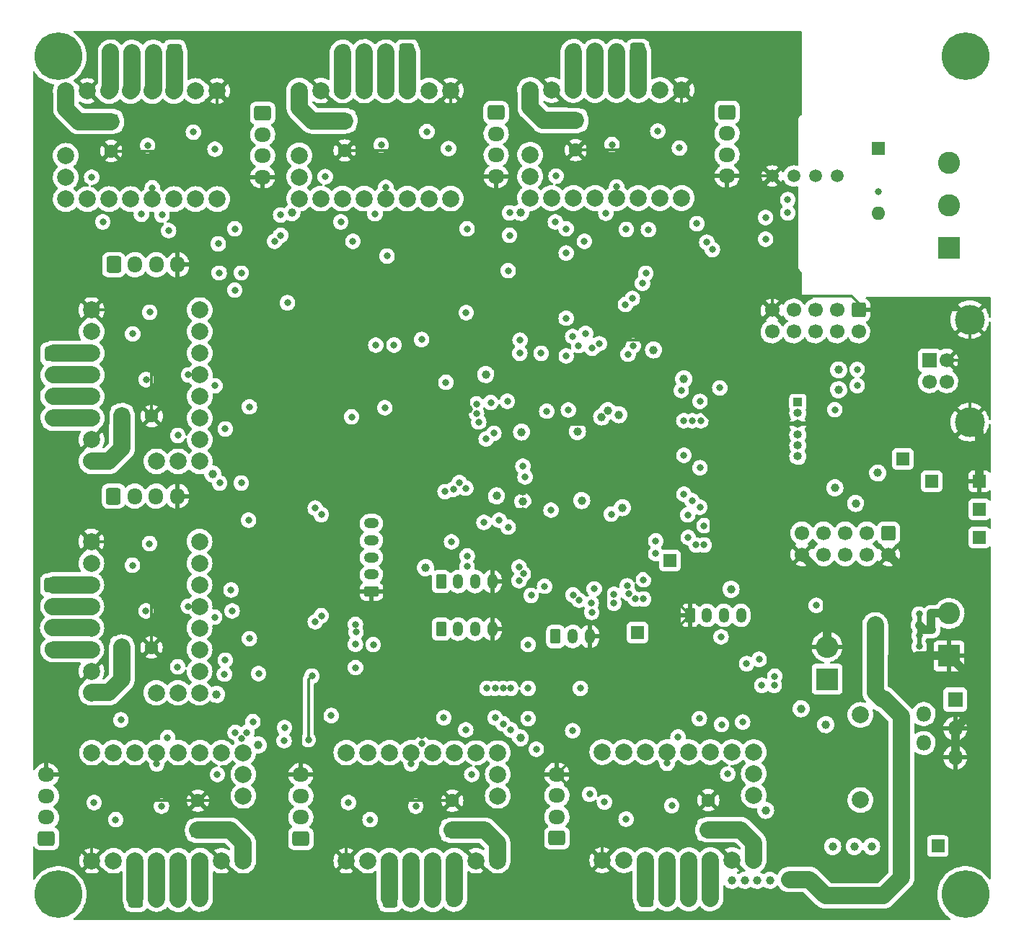
<source format=gbr>
%TF.GenerationSoftware,KiCad,Pcbnew,6.0.5*%
%TF.CreationDate,2022-11-30T22:08:50+03:00*%
%TF.ProjectId,multistepper,6d756c74-6973-4746-9570-7065722e6b69,rev?*%
%TF.SameCoordinates,Original*%
%TF.FileFunction,Copper,L2,Inr*%
%TF.FilePolarity,Positive*%
%FSLAX46Y46*%
G04 Gerber Fmt 4.6, Leading zero omitted, Abs format (unit mm)*
G04 Created by KiCad (PCBNEW 6.0.5) date 2022-11-30 22:08:50*
%MOMM*%
%LPD*%
G01*
G04 APERTURE LIST*
G04 Aperture macros list*
%AMRoundRect*
0 Rectangle with rounded corners*
0 $1 Rounding radius*
0 $2 $3 $4 $5 $6 $7 $8 $9 X,Y pos of 4 corners*
0 Add a 4 corners polygon primitive as box body*
4,1,4,$2,$3,$4,$5,$6,$7,$8,$9,$2,$3,0*
0 Add four circle primitives for the rounded corners*
1,1,$1+$1,$2,$3*
1,1,$1+$1,$4,$5*
1,1,$1+$1,$6,$7*
1,1,$1+$1,$8,$9*
0 Add four rect primitives between the rounded corners*
20,1,$1+$1,$2,$3,$4,$5,0*
20,1,$1+$1,$4,$5,$6,$7,0*
20,1,$1+$1,$6,$7,$8,$9,0*
20,1,$1+$1,$8,$9,$2,$3,0*%
G04 Aperture macros list end*
%TA.AperFunction,ComponentPad*%
%ADD10RoundRect,0.250000X0.600000X0.725000X-0.600000X0.725000X-0.600000X-0.725000X0.600000X-0.725000X0*%
%TD*%
%TA.AperFunction,ComponentPad*%
%ADD11O,1.700000X1.950000*%
%TD*%
%TA.AperFunction,ComponentPad*%
%ADD12RoundRect,0.250000X-0.725000X0.600000X-0.725000X-0.600000X0.725000X-0.600000X0.725000X0.600000X0*%
%TD*%
%TA.AperFunction,ComponentPad*%
%ADD13O,1.950000X1.700000*%
%TD*%
%TA.AperFunction,ComponentPad*%
%ADD14RoundRect,0.250000X0.625000X-0.350000X0.625000X0.350000X-0.625000X0.350000X-0.625000X-0.350000X0*%
%TD*%
%TA.AperFunction,ComponentPad*%
%ADD15O,1.750000X1.200000*%
%TD*%
%TA.AperFunction,ComponentPad*%
%ADD16RoundRect,0.250000X-0.600000X0.600000X-0.600000X-0.600000X0.600000X-0.600000X0.600000X0.600000X0*%
%TD*%
%TA.AperFunction,ComponentPad*%
%ADD17C,1.700000*%
%TD*%
%TA.AperFunction,ComponentPad*%
%ADD18RoundRect,0.250000X0.725000X-0.600000X0.725000X0.600000X-0.725000X0.600000X-0.725000X-0.600000X0*%
%TD*%
%TA.AperFunction,ComponentPad*%
%ADD19R,1.500000X1.500000*%
%TD*%
%TA.AperFunction,ComponentPad*%
%ADD20C,5.600000*%
%TD*%
%TA.AperFunction,ComponentPad*%
%ADD21R,1.600000X1.600000*%
%TD*%
%TA.AperFunction,ComponentPad*%
%ADD22O,1.600000X1.600000*%
%TD*%
%TA.AperFunction,ComponentPad*%
%ADD23C,1.600000*%
%TD*%
%TA.AperFunction,ComponentPad*%
%ADD24RoundRect,0.250000X-0.350000X-0.625000X0.350000X-0.625000X0.350000X0.625000X-0.350000X0.625000X0*%
%TD*%
%TA.AperFunction,ComponentPad*%
%ADD25O,1.200000X1.750000*%
%TD*%
%TA.AperFunction,ComponentPad*%
%ADD26RoundRect,0.250000X-0.600000X-0.725000X0.600000X-0.725000X0.600000X0.725000X-0.600000X0.725000X0*%
%TD*%
%TA.AperFunction,ComponentPad*%
%ADD27C,2.000000*%
%TD*%
%TA.AperFunction,ComponentPad*%
%ADD28R,2.600000X2.600000*%
%TD*%
%TA.AperFunction,ComponentPad*%
%ADD29C,2.600000*%
%TD*%
%TA.AperFunction,ComponentPad*%
%ADD30R,1.000000X1.000000*%
%TD*%
%TA.AperFunction,ComponentPad*%
%ADD31O,1.000000X1.000000*%
%TD*%
%TA.AperFunction,ComponentPad*%
%ADD32C,1.500000*%
%TD*%
%TA.AperFunction,ComponentPad*%
%ADD33O,2.600000X2.600000*%
%TD*%
%TA.AperFunction,ComponentPad*%
%ADD34R,1.800000X1.800000*%
%TD*%
%TA.AperFunction,ComponentPad*%
%ADD35O,1.800000X1.800000*%
%TD*%
%TA.AperFunction,ComponentPad*%
%ADD36R,1.700000X1.700000*%
%TD*%
%TA.AperFunction,ComponentPad*%
%ADD37C,3.500000*%
%TD*%
%TA.AperFunction,ViaPad*%
%ADD38C,1.000000*%
%TD*%
%TA.AperFunction,ViaPad*%
%ADD39C,0.800000*%
%TD*%
%TA.AperFunction,Conductor*%
%ADD40C,0.300000*%
%TD*%
%TA.AperFunction,Conductor*%
%ADD41C,0.500000*%
%TD*%
%TA.AperFunction,Conductor*%
%ADD42C,1.000000*%
%TD*%
%TA.AperFunction,Conductor*%
%ADD43C,2.000000*%
%TD*%
G04 APERTURE END LIST*
D10*
%TO.N,Net-(J17-Pad1)*%
%TO.C,J17*%
X99921075Y-41501827D03*
D11*
%TO.N,Net-(J17-Pad2)*%
X97421075Y-41501827D03*
%TO.N,Net-(J17-Pad3)*%
X94921075Y-41501827D03*
%TO.N,Net-(J17-Pad4)*%
X92421075Y-41501827D03*
%TD*%
D12*
%TO.N,Net-(J12-Pad1)*%
%TO.C,J12*%
X58374000Y-76974000D03*
D13*
%TO.N,Net-(J12-Pad2)*%
X58374000Y-79474000D03*
%TO.N,Net-(J12-Pad3)*%
X58374000Y-81974000D03*
%TO.N,Net-(J12-Pad4)*%
X58374000Y-84474000D03*
%TD*%
D14*
%TO.N,GND*%
%TO.C,J6*%
X95758000Y-104902000D03*
D15*
%TO.N,Net-(J6-Pad2)*%
X95758000Y-102902000D03*
%TO.N,Net-(J6-Pad3)*%
X95758000Y-100902000D03*
%TO.N,Net-(J6-Pad4)*%
X95758000Y-98902000D03*
%TO.N,Net-(J6-Pad5)*%
X95758000Y-96902000D03*
%TD*%
D16*
%TO.N,GND*%
%TO.C,J2*%
X152958800Y-71840700D03*
D17*
%TO.N,Net-(J2-Pad2)*%
X152958800Y-74380700D03*
%TO.N,Net-(J2-Pad3)*%
X150418800Y-71840700D03*
%TO.N,Net-(J2-Pad4)*%
X150418800Y-74380700D03*
%TO.N,Net-(J2-Pad5)*%
X147878800Y-71840700D03*
%TO.N,Net-(J2-Pad6)*%
X147878800Y-74380700D03*
%TO.N,Net-(J2-Pad7)*%
X145338800Y-71840700D03*
%TO.N,Net-(J2-Pad8)*%
X145338800Y-74380700D03*
%TO.N,GND*%
X142798800Y-71840700D03*
%TO.N,Net-(J2-Pad10)*%
X142798800Y-74380700D03*
%TD*%
D18*
%TO.N,Net-(J22-Pad1)*%
%TO.C,J22*%
X87466000Y-133934000D03*
D13*
%TO.N,M5_L0*%
X87466000Y-131434000D03*
%TO.N,M5_L1*%
X87466000Y-128934000D03*
%TO.N,GND*%
X87466000Y-126434000D03*
%TD*%
D19*
%TO.N,+5V*%
%TO.C,TP7*%
X161544000Y-91948000D03*
%TD*%
D20*
%TO.N,N/C*%
%TO.C,H4*%
X165500000Y-140500000D03*
%TD*%
D21*
%TO.N,Net-(R18-Pad1)*%
%TO.C,SW3*%
X155295600Y-52832000D03*
D22*
%TO.N,/CANL*%
X155295600Y-60452000D03*
%TD*%
D21*
%TO.N,/Motors/Vm*%
%TO.C,C24*%
X105246000Y-132978000D03*
D23*
%TO.N,GND*%
X105246000Y-129478000D03*
%TD*%
D24*
%TO.N,Net-(J4-Pad1)*%
%TO.C,J5*%
X103934000Y-103733600D03*
D25*
%TO.N,ADC2*%
X105934000Y-103733600D03*
%TO.N,ADC3*%
X107934000Y-103733600D03*
%TO.N,GND*%
X109934000Y-103733600D03*
%TD*%
D26*
%TO.N,Net-(J11-Pad1)*%
%TO.C,J11*%
X65500000Y-66500000D03*
D11*
%TO.N,M0_L0*%
X68000000Y-66500000D03*
%TO.N,M0_L1*%
X70500000Y-66500000D03*
%TO.N,GND*%
X73000000Y-66500000D03*
%TD*%
D27*
%TO.N,/Motors/stepper_M5/~{ENx}*%
%TO.C,XX5*%
X140640000Y-123774000D03*
%TO.N,/Motors/stepper_M5/MS1*%
X138100000Y-123774000D03*
%TO.N,/Motors/stepper_M5/MS2*%
X135560000Y-123774000D03*
%TO.N,/Motors/stepper_M5/SPR*%
X133020000Y-123774000D03*
%TO.N,/Motors/stepper_M5/U*%
X130480000Y-123774000D03*
%TO.N,/Motors/stepper_M5/CLK*%
X127940000Y-123774000D03*
%TO.N,/Motors/stepper_M5/STEPx*%
X125400000Y-123774000D03*
%TO.N,/Motors/stepper_M5/DIRx*%
X122860000Y-123774000D03*
%TO.N,GND*%
X122860000Y-136474000D03*
%TO.N,Vio*%
X125400000Y-136474000D03*
%TO.N,Net-(J21-Pad1)*%
X127940000Y-136474000D03*
%TO.N,Net-(J21-Pad2)*%
X130480000Y-136474000D03*
%TO.N,Net-(J21-Pad3)*%
X133020000Y-136474000D03*
%TO.N,Net-(J21-Pad4)*%
X135560000Y-136474000D03*
%TO.N,GND*%
X138100000Y-136474000D03*
%TO.N,/Motors/Vm*%
X140640000Y-136474000D03*
%TO.N,/Motors/DIAG4*%
X140640000Y-126314000D03*
%TO.N,unconnected-(XX5-Pad18)*%
X140640000Y-128854000D03*
%TD*%
D24*
%TO.N,Net-(J13-Pad1)*%
%TO.C,J13*%
X117380000Y-110194000D03*
D25*
%TO.N,Net-(J13-Pad2)*%
X119380000Y-110194000D03*
%TO.N,GND*%
X121380000Y-110194000D03*
%TD*%
D27*
%TO.N,/Motors/stepper_M8/~{ENx}*%
%TO.C,XX8*%
X75572000Y-116801600D03*
%TO.N,/Motors/stepper_M8/MS1*%
X75572000Y-114261600D03*
%TO.N,/Motors/stepper_M8/MS2*%
X75572000Y-111721600D03*
%TO.N,/Motors/stepper_M8/SPR*%
X75572000Y-109181600D03*
%TO.N,/Motors/stepper_M8/U*%
X75572000Y-106641600D03*
%TO.N,/Motors/stepper_M8/CLK*%
X75572000Y-104101600D03*
%TO.N,/Motors/stepper_M8/STEPx*%
X75572000Y-101561600D03*
%TO.N,/Motors/stepper_M8/DIRx*%
X75572000Y-99021600D03*
%TO.N,GND*%
X62872000Y-99021600D03*
%TO.N,Vio*%
X62872000Y-101561600D03*
%TO.N,Net-(J27-Pad1)*%
X62872000Y-104101600D03*
%TO.N,Net-(J27-Pad2)*%
X62872000Y-106641600D03*
%TO.N,Net-(J27-Pad3)*%
X62872000Y-109181600D03*
%TO.N,Net-(J27-Pad4)*%
X62872000Y-111721600D03*
%TO.N,GND*%
X62872000Y-114261600D03*
%TO.N,/Motors/Vm*%
X62872000Y-116801600D03*
%TO.N,/Motors/DIAG7*%
X73032000Y-116801600D03*
%TO.N,unconnected-(XX8-Pad18)*%
X70492000Y-116801600D03*
%TD*%
%TO.N,/Motors/stepper_M3/~{ENx}*%
%TO.C,XX3*%
X87281075Y-58727827D03*
%TO.N,/Motors/stepper_M3/MS1*%
X89821075Y-58727827D03*
%TO.N,/Motors/stepper_M3/MS2*%
X92361075Y-58727827D03*
%TO.N,/Motors/stepper_M3/SPR*%
X94901075Y-58727827D03*
%TO.N,/Motors/stepper_M3/U*%
X97441075Y-58727827D03*
%TO.N,/Motors/stepper_M3/CLK*%
X99981075Y-58727827D03*
%TO.N,/Motors/stepper_M3/STEPx*%
X102521075Y-58727827D03*
%TO.N,/Motors/stepper_M3/DIRx*%
X105061075Y-58727827D03*
%TO.N,GND*%
X105061075Y-46027827D03*
%TO.N,Vio*%
X102521075Y-46027827D03*
%TO.N,Net-(J17-Pad1)*%
X99981075Y-46027827D03*
%TO.N,Net-(J17-Pad2)*%
X97441075Y-46027827D03*
%TO.N,Net-(J17-Pad3)*%
X94901075Y-46027827D03*
%TO.N,Net-(J17-Pad4)*%
X92361075Y-46027827D03*
%TO.N,GND*%
X89821075Y-46027827D03*
%TO.N,/Motors/Vm*%
X87281075Y-46027827D03*
%TO.N,/Motors/DIAG2*%
X87281075Y-56187827D03*
%TO.N,unconnected-(XX3-Pad18)*%
X87281075Y-53647827D03*
%TD*%
D28*
%TO.N,GND*%
%TO.C,J10*%
X163576000Y-112482000D03*
D29*
%TO.N,Net-(J10-Pad2)*%
X163576000Y-107482000D03*
%TD*%
D16*
%TO.N,Net-(J3-Pad1)*%
%TO.C,J3*%
X156464000Y-98044000D03*
D17*
%TO.N,GND*%
X156464000Y-100584000D03*
%TO.N,Net-(J3-Pad3)*%
X153924000Y-98044000D03*
%TO.N,Net-(J3-Pad4)*%
X153924000Y-100584000D03*
%TO.N,Net-(J3-Pad5)*%
X151384000Y-98044000D03*
%TO.N,Net-(J3-Pad6)*%
X151384000Y-100584000D03*
%TO.N,Net-(J3-Pad7)*%
X148844000Y-98044000D03*
%TO.N,Net-(J3-Pad8)*%
X148844000Y-100584000D03*
%TO.N,Net-(J3-Pad9)*%
X146304000Y-98044000D03*
%TO.N,GND*%
X146304000Y-100584000D03*
%TD*%
D19*
%TO.N,GND*%
%TO.C,TP3*%
X167132000Y-91948000D03*
%TD*%
D30*
%TO.N,/MCU base/SWCLK*%
%TO.C,J1*%
X145821000Y-82677000D03*
D31*
%TO.N,/MCU base/SWDIO*%
X145821000Y-83947000D03*
%TO.N,GND*%
X145821000Y-85217000D03*
%TO.N,Net-(J1-Pad4)*%
X145821000Y-86487000D03*
%TO.N,/MCU base/BOOT0*%
X145821000Y-87757000D03*
%TO.N,/MCU base/NRST*%
X145821000Y-89027000D03*
%TD*%
D18*
%TO.N,Net-(J24-Pad1)*%
%TO.C,J24*%
X57604925Y-133934000D03*
D13*
%TO.N,M6_L0*%
X57604925Y-131434000D03*
%TO.N,M6_L1*%
X57604925Y-128934000D03*
%TO.N,GND*%
X57604925Y-126434000D03*
%TD*%
D20*
%TO.N,N/C*%
%TO.C,H1*%
X59000000Y-42000000D03*
%TD*%
D21*
%TO.N,/Motors/Vm*%
%TO.C,C23*%
X135306000Y-132918000D03*
D23*
%TO.N,GND*%
X135306000Y-129418000D03*
%TD*%
D10*
%TO.N,Net-(J19-Pad1)*%
%TO.C,J19*%
X127026450Y-41440000D03*
D11*
%TO.N,Net-(J19-Pad2)*%
X124526450Y-41440000D03*
%TO.N,Net-(J19-Pad3)*%
X122026450Y-41440000D03*
%TO.N,Net-(J19-Pad4)*%
X119526450Y-41440000D03*
%TD*%
D19*
%TO.N,Vdrive*%
%TO.C,TP2*%
X167132000Y-95250000D03*
%TD*%
D12*
%TO.N,Net-(J14-Pad1)*%
%TO.C,J14*%
X82974000Y-48689654D03*
D13*
%TO.N,M1_L0*%
X82974000Y-51189654D03*
%TO.N,M1_L1*%
X82974000Y-53689654D03*
%TO.N,GND*%
X82974000Y-56189654D03*
%TD*%
D20*
%TO.N,N/C*%
%TO.C,H3*%
X59000000Y-140500000D03*
%TD*%
D26*
%TO.N,Net-(J23-Pad1)*%
%TO.C,J23*%
X97940000Y-141060000D03*
D11*
%TO.N,Net-(J23-Pad2)*%
X100440000Y-141060000D03*
%TO.N,Net-(J23-Pad3)*%
X102940000Y-141060000D03*
%TO.N,Net-(J23-Pad4)*%
X105440000Y-141060000D03*
%TD*%
D26*
%TO.N,Net-(J25-Pad1)*%
%TO.C,J25*%
X68078925Y-141060000D03*
D11*
%TO.N,Net-(J25-Pad2)*%
X70578925Y-141060000D03*
%TO.N,Net-(J25-Pad3)*%
X73078925Y-141060000D03*
%TO.N,Net-(J25-Pad4)*%
X75578925Y-141060000D03*
%TD*%
D27*
%TO.N,/Motors/stepper_M4/~{ENx}*%
%TO.C,XX4*%
X114386450Y-58666000D03*
%TO.N,/Motors/stepper_M4/MS1*%
X116926450Y-58666000D03*
%TO.N,/Motors/stepper_M4/MS2*%
X119466450Y-58666000D03*
%TO.N,/Motors/stepper_M4/SPR*%
X122006450Y-58666000D03*
%TO.N,/Motors/stepper_M4/U*%
X124546450Y-58666000D03*
%TO.N,/Motors/stepper_M4/CLK*%
X127086450Y-58666000D03*
%TO.N,/Motors/stepper_M4/STEPx*%
X129626450Y-58666000D03*
%TO.N,/Motors/stepper_M4/DIRx*%
X132166450Y-58666000D03*
%TO.N,GND*%
X132166450Y-45966000D03*
%TO.N,Vio*%
X129626450Y-45966000D03*
%TO.N,Net-(J19-Pad1)*%
X127086450Y-45966000D03*
%TO.N,Net-(J19-Pad2)*%
X124546450Y-45966000D03*
%TO.N,Net-(J19-Pad3)*%
X122006450Y-45966000D03*
%TO.N,Net-(J19-Pad4)*%
X119466450Y-45966000D03*
%TO.N,GND*%
X116926450Y-45966000D03*
%TO.N,/Motors/Vm*%
X114386450Y-45966000D03*
%TO.N,/Motors/DIAG3*%
X114386450Y-56126000D03*
%TO.N,unconnected-(XX4-Pad18)*%
X114386450Y-53586000D03*
%TD*%
D20*
%TO.N,N/C*%
%TO.C,H2*%
X165500000Y-42000000D03*
%TD*%
D26*
%TO.N,Net-(J21-Pad1)*%
%TO.C,J21*%
X128000000Y-141000000D03*
D11*
%TO.N,Net-(J21-Pad2)*%
X130500000Y-141000000D03*
%TO.N,Net-(J21-Pad3)*%
X133000000Y-141000000D03*
%TO.N,Net-(J21-Pad4)*%
X135500000Y-141000000D03*
%TD*%
D21*
%TO.N,/Motors/Vm*%
%TO.C,C21*%
X92615075Y-49583827D03*
D23*
%TO.N,GND*%
X92615075Y-53083827D03*
%TD*%
D21*
%TO.N,/Motors/Vm*%
%TO.C,C22*%
X119720450Y-49522000D03*
D23*
%TO.N,GND*%
X119720450Y-53022000D03*
%TD*%
D12*
%TO.N,Net-(J18-Pad1)*%
%TO.C,J18*%
X137500450Y-48566000D03*
D13*
%TO.N,M3_L0*%
X137500450Y-51066000D03*
%TO.N,M3_L1*%
X137500450Y-53566000D03*
%TO.N,GND*%
X137500450Y-56066000D03*
%TD*%
D32*
%TO.N,GND*%
%TO.C,Q1*%
X142798800Y-56083200D03*
%TO.N,Net-(C10-Pad1)*%
X145338800Y-56083200D03*
%TO.N,Earth*%
X147878800Y-56083200D03*
%TO.N,Net-(C11-Pad1)*%
X150418800Y-56083200D03*
%TD*%
D27*
%TO.N,/Motors/stepper_M6/~{ENx}*%
%TO.C,XX6*%
X110580000Y-123834000D03*
%TO.N,/Motors/stepper_M6/MS1*%
X108040000Y-123834000D03*
%TO.N,/Motors/stepper_M6/MS2*%
X105500000Y-123834000D03*
%TO.N,/Motors/stepper_M6/SPR*%
X102960000Y-123834000D03*
%TO.N,/Motors/stepper_M6/U*%
X100420000Y-123834000D03*
%TO.N,/Motors/stepper_M6/CLK*%
X97880000Y-123834000D03*
%TO.N,/Motors/stepper_M6/STEPx*%
X95340000Y-123834000D03*
%TO.N,/Motors/stepper_M6/DIRx*%
X92800000Y-123834000D03*
%TO.N,GND*%
X92800000Y-136534000D03*
%TO.N,Vio*%
X95340000Y-136534000D03*
%TO.N,Net-(J23-Pad1)*%
X97880000Y-136534000D03*
%TO.N,Net-(J23-Pad2)*%
X100420000Y-136534000D03*
%TO.N,Net-(J23-Pad3)*%
X102960000Y-136534000D03*
%TO.N,Net-(J23-Pad4)*%
X105500000Y-136534000D03*
%TO.N,GND*%
X108040000Y-136534000D03*
%TO.N,/Motors/Vm*%
X110580000Y-136534000D03*
%TO.N,/Motors/DIAG5*%
X110580000Y-126374000D03*
%TO.N,unconnected-(XX6-Pad18)*%
X110580000Y-128914000D03*
%TD*%
D28*
%TO.N,Net-(D26-Pad1)*%
%TO.C,D26*%
X149250400Y-115194400D03*
D33*
%TO.N,GND*%
X149250400Y-111384400D03*
%TD*%
D19*
%TO.N,+3.3VADC*%
%TO.C,TP6*%
X127000000Y-109728000D03*
%TD*%
D21*
%TO.N,/Motors/Vm*%
%TO.C,C19*%
X66456000Y-84280000D03*
D23*
%TO.N,GND*%
X69956000Y-84280000D03*
%TD*%
D34*
%TO.N,Vdrive*%
%TO.C,U5*%
X164287200Y-117602000D03*
D35*
%TO.N,Net-(D26-Pad1)*%
X160587200Y-119302000D03*
%TO.N,GND*%
X164287200Y-121002000D03*
%TO.N,Net-(C17-Pad1)*%
X160587200Y-122702000D03*
%TO.N,GND*%
X164287200Y-124402000D03*
%TD*%
D12*
%TO.N,Net-(J27-Pad1)*%
%TO.C,J27*%
X58346000Y-104161600D03*
D13*
%TO.N,Net-(J27-Pad2)*%
X58346000Y-106661600D03*
%TO.N,Net-(J27-Pad3)*%
X58346000Y-109161600D03*
%TO.N,Net-(J27-Pad4)*%
X58346000Y-111661600D03*
%TD*%
D24*
%TO.N,GND*%
%TO.C,J7*%
X133144000Y-107704800D03*
D25*
%TO.N,Net-(J7-Pad2)*%
X135144000Y-107704800D03*
%TO.N,Net-(J7-Pad3)*%
X137144000Y-107704800D03*
%TO.N,Net-(J7-Pad4)*%
X139144000Y-107704800D03*
%TD*%
D19*
%TO.N,Net-(C17-Pad1)*%
%TO.C,TP4*%
X167132000Y-98552000D03*
%TD*%
D10*
%TO.N,Net-(J15-Pad1)*%
%TO.C,J15*%
X72644000Y-41563654D03*
D11*
%TO.N,Net-(J15-Pad2)*%
X70144000Y-41563654D03*
%TO.N,Net-(J15-Pad3)*%
X67644000Y-41563654D03*
%TO.N,Net-(J15-Pad4)*%
X65144000Y-41563654D03*
%TD*%
D27*
%TO.N,Net-(C17-Pad1)*%
%TO.C,L1*%
X153162000Y-129409200D03*
%TO.N,Net-(D26-Pad1)*%
X153162000Y-119409200D03*
%TD*%
D21*
%TO.N,/Motors/Vm*%
%TO.C,C20*%
X65194000Y-49645654D03*
D23*
%TO.N,GND*%
X65194000Y-53145654D03*
%TD*%
D27*
%TO.N,/Motors/stepper_M2/~{ENx}*%
%TO.C,XX2*%
X59860000Y-58789654D03*
%TO.N,/Motors/stepper_M2/MS1*%
X62400000Y-58789654D03*
%TO.N,/Motors/stepper_M2/MS2*%
X64940000Y-58789654D03*
%TO.N,/Motors/stepper_M2/SPR*%
X67480000Y-58789654D03*
%TO.N,/Motors/stepper_M2/U*%
X70020000Y-58789654D03*
%TO.N,/Motors/stepper_M2/CLK*%
X72560000Y-58789654D03*
%TO.N,/Motors/stepper_M2/STEPx*%
X75100000Y-58789654D03*
%TO.N,/Motors/stepper_M2/DIRx*%
X77640000Y-58789654D03*
%TO.N,GND*%
X77640000Y-46089654D03*
%TO.N,Vio*%
X75100000Y-46089654D03*
%TO.N,Net-(J15-Pad1)*%
X72560000Y-46089654D03*
%TO.N,Net-(J15-Pad2)*%
X70020000Y-46089654D03*
%TO.N,Net-(J15-Pad3)*%
X67480000Y-46089654D03*
%TO.N,Net-(J15-Pad4)*%
X64940000Y-46089654D03*
%TO.N,GND*%
X62400000Y-46089654D03*
%TO.N,/Motors/Vm*%
X59860000Y-46089654D03*
%TO.N,/Motors/DIAG1*%
X59860000Y-56249654D03*
%TO.N,unconnected-(XX2-Pad18)*%
X59860000Y-53709654D03*
%TD*%
D28*
%TO.N,/CANL*%
%TO.C,J9*%
X163576000Y-64516000D03*
D29*
%TO.N,Earth*%
X163576000Y-59516000D03*
%TO.N,/CANH*%
X163576000Y-54516000D03*
%TD*%
D21*
%TO.N,/Motors/Vm*%
%TO.C,C25*%
X75384925Y-132978000D03*
D23*
%TO.N,GND*%
X75384925Y-129478000D03*
%TD*%
D27*
%TO.N,/Motors/stepper_M7/~{ENx}*%
%TO.C,XX7*%
X80718925Y-123834000D03*
%TO.N,/Motors/stepper_M7/MS1*%
X78178925Y-123834000D03*
%TO.N,/Motors/stepper_M7/MS2*%
X75638925Y-123834000D03*
%TO.N,/Motors/stepper_M7/SPR*%
X73098925Y-123834000D03*
%TO.N,/Motors/stepper_M7/U*%
X70558925Y-123834000D03*
%TO.N,/Motors/stepper_M7/CLK*%
X68018925Y-123834000D03*
%TO.N,/Motors/stepper_M7/STEPx*%
X65478925Y-123834000D03*
%TO.N,/Motors/stepper_M7/DIRx*%
X62938925Y-123834000D03*
%TO.N,GND*%
X62938925Y-136534000D03*
%TO.N,Vio*%
X65478925Y-136534000D03*
%TO.N,Net-(J25-Pad1)*%
X68018925Y-136534000D03*
%TO.N,Net-(J25-Pad2)*%
X70558925Y-136534000D03*
%TO.N,Net-(J25-Pad3)*%
X73098925Y-136534000D03*
%TO.N,Net-(J25-Pad4)*%
X75638925Y-136534000D03*
%TO.N,GND*%
X78178925Y-136534000D03*
%TO.N,/Motors/Vm*%
X80718925Y-136534000D03*
%TO.N,/Motors/DIAG6*%
X80718925Y-126374000D03*
%TO.N,unconnected-(XX7-Pad18)*%
X80718925Y-128914000D03*
%TD*%
D26*
%TO.N,Net-(J26-Pad1)*%
%TO.C,J26*%
X65472000Y-93687600D03*
D11*
%TO.N,M7_L0*%
X67972000Y-93687600D03*
%TO.N,M7_L1*%
X70472000Y-93687600D03*
%TO.N,GND*%
X72972000Y-93687600D03*
%TD*%
D24*
%TO.N,Net-(J4-Pad1)*%
%TO.C,J4*%
X103934000Y-109321600D03*
D25*
%TO.N,ADC0*%
X105934000Y-109321600D03*
%TO.N,ADC1*%
X107934000Y-109321600D03*
%TO.N,GND*%
X109934000Y-109321600D03*
%TD*%
D18*
%TO.N,Net-(J20-Pad1)*%
%TO.C,J20*%
X117526000Y-133874000D03*
D13*
%TO.N,M4_L0*%
X117526000Y-131374000D03*
%TO.N,M4_L1*%
X117526000Y-128874000D03*
%TO.N,GND*%
X117526000Y-126374000D03*
%TD*%
D12*
%TO.N,Net-(J16-Pad1)*%
%TO.C,J16*%
X110395075Y-48627827D03*
D13*
%TO.N,M2_L0*%
X110395075Y-51127827D03*
%TO.N,M2_L1*%
X110395075Y-53627827D03*
%TO.N,GND*%
X110395075Y-56127827D03*
%TD*%
D19*
%TO.N,Vio*%
%TO.C,TP8*%
X162255200Y-134823200D03*
%TD*%
%TO.N,+3V3*%
%TO.C,TP5*%
X130810000Y-101244400D03*
%TD*%
D21*
%TO.N,/Motors/Vm*%
%TO.C,C26*%
X66428000Y-111467600D03*
D23*
%TO.N,GND*%
X69928000Y-111467600D03*
%TD*%
D27*
%TO.N,/Motors/stepper_M1/~{ENx}*%
%TO.C,XX1*%
X75600000Y-89614000D03*
%TO.N,/Motors/stepper_M1/MS1*%
X75600000Y-87074000D03*
%TO.N,/Motors/stepper_M1/MS2*%
X75600000Y-84534000D03*
%TO.N,/Motors/stepper_M1/SPR*%
X75600000Y-81994000D03*
%TO.N,/Motors/stepper_M1/U*%
X75600000Y-79454000D03*
%TO.N,/Motors/stepper_M1/CLK*%
X75600000Y-76914000D03*
%TO.N,/Motors/stepper_M1/STEPx*%
X75600000Y-74374000D03*
%TO.N,/Motors/stepper_M1/DIRx*%
X75600000Y-71834000D03*
%TO.N,GND*%
X62900000Y-71834000D03*
%TO.N,Vio*%
X62900000Y-74374000D03*
%TO.N,Net-(J12-Pad1)*%
X62900000Y-76914000D03*
%TO.N,Net-(J12-Pad2)*%
X62900000Y-79454000D03*
%TO.N,Net-(J12-Pad3)*%
X62900000Y-81994000D03*
%TO.N,Net-(J12-Pad4)*%
X62900000Y-84534000D03*
%TO.N,GND*%
X62900000Y-87074000D03*
%TO.N,/Motors/Vm*%
X62900000Y-89614000D03*
%TO.N,/Motors/DIAG0*%
X73060000Y-89614000D03*
%TO.N,unconnected-(XX1-Pad18)*%
X70520000Y-89614000D03*
%TD*%
D36*
%TO.N,/VB*%
%TO.C,J8*%
X161290000Y-77730000D03*
D17*
%TO.N,Net-(J8-Pad2)*%
X161290000Y-80230000D03*
%TO.N,Net-(J8-Pad3)*%
X163290000Y-80230000D03*
%TO.N,GND*%
X163290000Y-77730000D03*
D37*
X166000000Y-72960000D03*
X166000000Y-85000000D03*
%TD*%
D19*
%TO.N,Net-(D22-Pad1)*%
%TO.C,TP1*%
X158167500Y-89348000D03*
%TD*%
D38*
%TO.N,+3V3*%
X150600000Y-78870400D03*
%TO.N,GND*%
X149910800Y-137749000D03*
D39*
X133756400Y-78699500D03*
X99669600Y-72034400D03*
X121412000Y-121909100D03*
X88493600Y-74930000D03*
D38*
X94488000Y-93472000D03*
D39*
X114401600Y-84328000D03*
D38*
X127863600Y-75285600D03*
X152450000Y-137174000D03*
D39*
X142033000Y-66040000D03*
X101650800Y-121818400D03*
D38*
X113538000Y-95504000D03*
D39*
X125120400Y-65887600D03*
D38*
X116332000Y-72440800D03*
D39*
X77978000Y-56184800D03*
X89458800Y-64871600D03*
D38*
X135585200Y-87426800D03*
D39*
X161086800Y-114503200D03*
X130454400Y-112369600D03*
D38*
X126136400Y-101193600D03*
X135940800Y-98196400D03*
X150063200Y-130860800D03*
D39*
X86715600Y-109321600D03*
D38*
X107137200Y-83515200D03*
D39*
X127457200Y-65328800D03*
D38*
X130810000Y-99364800D03*
X123734800Y-86868000D03*
X159004000Y-114503200D03*
X118922800Y-89306400D03*
X113538000Y-93116400D03*
X157276800Y-77012800D03*
D39*
X86664800Y-119278400D03*
D38*
X133578600Y-80975200D03*
X99110800Y-89357200D03*
D39*
X121056400Y-68427600D03*
%TO.N,/MCU base/NRST*%
X113538000Y-90170000D03*
X97332800Y-83312000D03*
%TO.N,/MCU base/BOOT0*%
X116332000Y-83718400D03*
X150164800Y-83548000D03*
%TO.N,+3V3*%
X129133600Y-98958400D03*
D38*
X152603200Y-94538800D03*
D39*
X129133600Y-100431600D03*
D38*
X150600000Y-81200000D03*
D39*
%TO.N,/MCU base/BTN0*%
X134432006Y-84836000D03*
%TO.N,/MCU base/BTN1*%
X133432503Y-84836000D03*
X136652000Y-80975189D03*
%TO.N,/MCU base/BTN2_SDA*%
X132433000Y-84836000D03*
%TO.N,/MCU base/SWDIO*%
X134333000Y-82561000D03*
%TO.N,/MCU base/BTN3_SCL*%
X132130800Y-81280000D03*
D38*
%TO.N,/MCU base/SWCLK*%
X128879600Y-76504800D03*
X132425423Y-79925423D03*
D39*
%TO.N,M4_L0*%
X132435600Y-88900000D03*
X119380000Y-121259600D03*
X143103600Y-114858800D03*
%TO.N,M4_L1*%
X134333000Y-90361500D03*
X121361200Y-128727200D03*
%TO.N,/MCU base/BTN4*%
X122508007Y-75782947D03*
%TO.N,/MCU base/BTN5*%
X121666000Y-76327000D03*
%TO.N,/MCU base/BTN6*%
X120904000Y-74574400D03*
%TO.N,M3_L1*%
X135788400Y-64719200D03*
X125882400Y-77012800D03*
X127579800Y-68681600D03*
%TO.N,M3_L0*%
X126492000Y-76036700D03*
X135128000Y-63855600D03*
X127965200Y-67513200D03*
%TO.N,M2_L1*%
X120079500Y-75996800D03*
%TO.N,M2_L0*%
X119380000Y-74930000D03*
%TO.N,M1_L0*%
X113205734Y-75363866D03*
X113182400Y-76911200D03*
%TO.N,M1_L1*%
X115671600Y-76911200D03*
%TO.N,/MCU base/SCRN_DCRS*%
X134808000Y-99435500D03*
%TO.N,/MCU base/SCRN_SCK*%
X133858000Y-99435500D03*
%TO.N,/MCU base/SCRN_MISO*%
X132943600Y-98552000D03*
%TO.N,/MCU base/SCRN_MOSI*%
X134808000Y-97160500D03*
%TO.N,/MCU base/SCRN_RST*%
X132892800Y-95910400D03*
%TO.N,/MCU base/SCRN_CS*%
X134315200Y-94996000D03*
%TO.N,M6_L1*%
X121564400Y-106273600D03*
X127696000Y-105785500D03*
X124216900Y-106273600D03*
%TO.N,M6_L0*%
X121909100Y-104597200D03*
X126746000Y-105785500D03*
X124216900Y-105237706D03*
%TO.N,M5_L1*%
X133400800Y-94234000D03*
%TO.N,M5_L0*%
X132435600Y-93472000D03*
%TO.N,/MCU base/A0*%
X105156000Y-99060000D03*
%TO.N,/MCU base/A1*%
X108966000Y-96774000D03*
%TO.N,/MCU base/A2*%
X110744000Y-96520000D03*
%TO.N,/MCU base/A3*%
X111815000Y-97337000D03*
%TO.N,/MCU base/A4*%
X116840000Y-95331600D03*
%TO.N,/MCU base/A5*%
X113792000Y-91440000D03*
%TO.N,ADC4*%
X121617266Y-107342466D03*
X147980400Y-106527600D03*
%TO.N,+5V*%
X144627600Y-60401200D03*
X136804400Y-110236000D03*
D38*
X146202400Y-118668800D03*
X122783600Y-84378800D03*
X149098000Y-120548400D03*
X137972800Y-104648000D03*
X155197900Y-90973600D03*
X120446800Y-94202100D03*
X123494800Y-83667600D03*
D39*
%TO.N,ADC0*%
X107004000Y-100722000D03*
D38*
%TO.N,Vdrive*%
X147167600Y-138734800D03*
X145999200Y-138734800D03*
D39*
X154905000Y-111379000D03*
D38*
X144743000Y-138836400D03*
D39*
X154905000Y-110109000D03*
X154905000Y-108839000D03*
D38*
X149088128Y-140655328D03*
D39*
X154889200Y-112268000D03*
%TO.N,ADC1*%
X106982978Y-101953778D03*
%TO.N,MUL0*%
X109778800Y-82702400D03*
%TO.N,MUL1*%
X108102400Y-82854800D03*
%TO.N,MUL2*%
X108102400Y-83972400D03*
%TO.N,MUL_EN*%
X108356400Y-84988400D03*
%TO.N,M1_DIR*%
X71944000Y-62483654D03*
X77774800Y-64047900D03*
D38*
%TO.N,+3.3VADC*%
X110439200Y-93675200D03*
D39*
%TO.N,USART3_TX*%
X123901200Y-95808800D03*
%TO.N,M6_STEP*%
X93882532Y-113842800D03*
X93878400Y-111099600D03*
%TO.N,M5_DIR*%
X141274800Y-112877600D03*
X139801600Y-113385600D03*
%TO.N,USB_DM*%
X152786500Y-80712000D03*
%TO.N,USB_DP*%
X152786500Y-78812000D03*
%TO.N,M4_DIR*%
X141579600Y-115925600D03*
X143052800Y-115925600D03*
%TO.N,CAN_RX*%
X125577600Y-71170800D03*
X142033000Y-60960000D03*
%TO.N,CAN_TX*%
X126390400Y-70459600D03*
X142033000Y-63500000D03*
%TO.N,USART2_TX*%
X118872000Y-83566000D03*
%TO.N,M3_STEP*%
X128270000Y-62382400D03*
X125670450Y-62360000D03*
%TO.N,Net-(C10-Pad1)*%
X144627600Y-58864700D03*
%TO.N,/MCU base/MOT_MUL0*%
X104394000Y-93167200D03*
%TO.N,/MCU base/MOT_MUL1*%
X105359802Y-92889531D03*
%TO.N,/MCU base/MOT_MUL2*%
X106070400Y-92100400D03*
%TO.N,/MCU base/MOT_MUL_EN*%
X106832400Y-92760800D03*
%TO.N,/MCU base/OUT1*%
X125780800Y-104241600D03*
%TO.N,/MCU base/OUT0*%
X127696000Y-103510500D03*
%TO.N,/MCU base/OUT2*%
X125964204Y-105122384D03*
%TO.N,/CANH*%
X155295600Y-57938000D03*
D38*
%TO.N,Net-(J10-Pad2)*%
X161544000Y-109423200D03*
X161482400Y-107482000D03*
D39*
X160055000Y-107569000D03*
X160070800Y-110083600D03*
X160070800Y-108864400D03*
X160070800Y-111353600D03*
D38*
%TO.N,/Motors/Vm*%
X142544800Y-138836400D03*
X139598400Y-138836400D03*
X138074400Y-138836400D03*
X141020800Y-138836400D03*
D39*
%TO.N,/Motors/USART0-3*%
X79705200Y-62280800D03*
X118618000Y-62280800D03*
X133959600Y-61671200D03*
X104807075Y-52853827D03*
X118618000Y-77216000D03*
X131912450Y-52792000D03*
X118618000Y-72796400D03*
X79705200Y-69494400D03*
X106984800Y-62280800D03*
X77386000Y-52915654D03*
X69726000Y-72088000D03*
X118618000Y-65125600D03*
%TO.N,/Motors/MOSI*%
X117434450Y-56094000D03*
X78587600Y-85801200D03*
X80467200Y-122174000D03*
X77670925Y-126406000D03*
X113095200Y-103625600D03*
X136855200Y-120548400D03*
X107532000Y-126406000D03*
X78587600Y-112979200D03*
X112115600Y-116281200D03*
X106832400Y-121158000D03*
X73028000Y-86566000D03*
X73000000Y-113753600D03*
X62908000Y-56217654D03*
X117348000Y-61468000D03*
X112115600Y-121158000D03*
X92151200Y-61468000D03*
X64211200Y-61468000D03*
X137592000Y-126346000D03*
X90329075Y-56155827D03*
%TO.N,/Motors/SCK*%
X110286800Y-119735600D03*
X84378800Y-63754000D03*
X81432400Y-83210400D03*
X81432400Y-110439200D03*
X69278500Y-107186499D03*
X93573600Y-63754000D03*
X100964899Y-130127500D03*
X96896176Y-52434327D03*
X69475101Y-52496154D03*
X120751600Y-63754000D03*
X131024899Y-130067500D03*
X81838800Y-120192800D03*
X134264400Y-119837200D03*
X69306500Y-79998899D03*
X110286800Y-116281200D03*
X104241600Y-119735600D03*
X71103824Y-130127500D03*
X113095200Y-102025600D03*
X124001551Y-52372500D03*
%TO.N,/Motors/MISO*%
X111201200Y-116281200D03*
X111963200Y-60401200D03*
X81127600Y-121462800D03*
X80467200Y-92151200D03*
X111963200Y-63042800D03*
X113588800Y-102819200D03*
X85090000Y-60655200D03*
X77876400Y-67462400D03*
X77927200Y-92151200D03*
X111201200Y-120446800D03*
X85496400Y-122428000D03*
X79756000Y-121462800D03*
X80467200Y-67462400D03*
X85547200Y-120904000D03*
X115112800Y-123444000D03*
X85090000Y-63042800D03*
%TO.N,/Motors/USART4-7*%
X63192925Y-129708000D03*
X82499200Y-114554000D03*
X93054000Y-129708000D03*
X78486000Y-114604800D03*
X91033600Y-119481600D03*
X123114000Y-129648000D03*
X66344800Y-119989600D03*
X120294400Y-116281200D03*
X81330800Y-96520000D03*
X69698000Y-99275600D03*
%TO.N,/Motors/DIAG4*%
X95961200Y-111150400D03*
X114147600Y-119848100D03*
X139344400Y-120243600D03*
X114147600Y-116281200D03*
X96266000Y-75946000D03*
X114147600Y-111150400D03*
X98399600Y-75931500D03*
%TO.N,/Motors/DIAG6*%
X93929200Y-109677200D03*
X88341200Y-122326400D03*
X88773000Y-114833400D03*
%TO.N,/Motors/DIAG7*%
X93878400Y-108762800D03*
%TO.N,/Motors/DIAG5*%
X109321600Y-116281200D03*
%TO.N,/Motors/DIAG3*%
X104495600Y-80314800D03*
X106881134Y-72138066D03*
X111810800Y-67208400D03*
%TO.N,/Motors/DIAG0*%
X93421200Y-84378800D03*
%TO.N,/Motors/DIAG1*%
X85902800Y-70967600D03*
%TO.N,/Motors/DIAG2*%
X97586800Y-65481200D03*
%TO.N,/Motors/stepper_M1/U*%
X74279200Y-79454000D03*
X67726000Y-74628000D03*
%TO.N,/Motors/stepper_M1/~{ENx}*%
X77378000Y-80724000D03*
%TO.N,/MCU base/USART1_RX*%
X114503200Y-105359200D03*
%TO.N,/MCU base/USART1_TX*%
X116078000Y-104292400D03*
%TO.N,M0_L1*%
X110134400Y-86309200D03*
%TO.N,M0_L0*%
X109220000Y-86969600D03*
%TO.N,M7_L0*%
X89865200Y-107746800D03*
X89865200Y-95859600D03*
X119430800Y-105308400D03*
%TO.N,M7_L1*%
X89154000Y-95097600D03*
X89154000Y-108458000D03*
X120142000Y-105918000D03*
%TO.N,M7_DIR*%
X79400400Y-107188000D03*
X79266000Y-104717600D03*
D38*
%TO.N,MCU3v3*%
X113385600Y-86156800D03*
X102108000Y-102108000D03*
X119938800Y-86106000D03*
X124815600Y-84124800D03*
X109169200Y-79400400D03*
X113538000Y-94335600D03*
X125222000Y-95046800D03*
X150164800Y-92728000D03*
D39*
%TO.N,/Motors/stepper_M2/U*%
X70020000Y-57468854D03*
X74846000Y-50915654D03*
%TO.N,/Motors/stepper_M2/STEPx*%
X71170800Y-60655200D03*
%TO.N,/Motors/stepper_M2/~{ENx}*%
X68750000Y-60567654D03*
%TO.N,/Motors/stepper_M3/U*%
X97441075Y-57407027D03*
X102267075Y-50853827D03*
%TO.N,/Motors/stepper_M3/~{ENx}*%
X96171075Y-60505827D03*
%TO.N,/Motors/stepper_M4/U*%
X129372450Y-50792000D03*
X124546450Y-57345200D03*
%TO.N,/Motors/stepper_M4/~{ENx}*%
X123276450Y-60444000D03*
%TO.N,/Motors/stepper_M5/U*%
X125654000Y-131648000D03*
X130480000Y-125094800D03*
%TO.N,/Motors/stepper_M5/~{ENx}*%
X131750000Y-121996000D03*
%TO.N,/Motors/stepper_M6/U*%
X95594000Y-131708000D03*
X100420000Y-125154800D03*
%TO.N,/Motors/stepper_M6/~{ENx}*%
X101690000Y-122783600D03*
%TO.N,/Motors/stepper_M7/U*%
X65732925Y-131708000D03*
X70558925Y-125154800D03*
%TO.N,/Motors/stepper_M7/~{ENx}*%
X71828925Y-122056000D03*
%TO.N,/Motors/stepper_M8/U*%
X67698000Y-101815600D03*
X74251200Y-106641600D03*
%TO.N,/Motors/stepper_M8/~{ENx}*%
X77350000Y-107911600D03*
%TO.N,/MCU base/Diagn*%
X111709200Y-82550000D03*
D38*
%TO.N,Vio*%
X77114400Y-91084400D03*
X82448400Y-122936000D03*
X149910800Y-134874000D03*
X86410800Y-60401200D03*
X113284000Y-60350400D03*
X142036800Y-130606800D03*
X77571600Y-116992400D03*
X154482800Y-134874000D03*
D39*
X101650800Y-75285600D03*
D38*
X152450000Y-134874000D03*
X113233200Y-122123200D03*
%TD*%
D40*
%TO.N,GND*%
X62900000Y-71834000D02*
X64830400Y-71834000D01*
D41*
X150063200Y-130860800D02*
X150899911Y-130024089D01*
D40*
X103149400Y-121793000D02*
X101676200Y-121793000D01*
X133197600Y-83667600D02*
X134442200Y-83667600D01*
X93902000Y-104902000D02*
X95758000Y-104902000D01*
X112297600Y-61802400D02*
X110702400Y-61802400D01*
X94933600Y-127745600D02*
X96666000Y-129478000D01*
X123926600Y-98577400D02*
X126136400Y-100787200D01*
X123734800Y-86868000D02*
X123088400Y-86868000D01*
X127446311Y-65317911D02*
X127457200Y-65328800D01*
X65194000Y-53145654D02*
X73774000Y-53145654D01*
X149910800Y-104190800D02*
X153974800Y-104190800D01*
X122286489Y-64403511D02*
X122286489Y-67197511D01*
X152095200Y-70154800D02*
X144484700Y-70154800D01*
X126045689Y-64555911D02*
X127446311Y-64555911D01*
X83858400Y-93687600D02*
X83870800Y-93675200D01*
X103581200Y-122224800D02*
X111916548Y-122224800D01*
D42*
X159824549Y-112482000D02*
X158463749Y-113842800D01*
D40*
X78763511Y-130163511D02*
X79500000Y-130900000D01*
X92035600Y-114685600D02*
X93989400Y-116639400D01*
X122860000Y-136474000D02*
X122860000Y-134543600D01*
X139801600Y-56083200D02*
X137517650Y-56083200D01*
X166000000Y-77715600D02*
X166000000Y-81605200D01*
X157267300Y-71840700D02*
X164880700Y-71840700D01*
X153974800Y-103073200D02*
X156464000Y-100584000D01*
X119720450Y-53022000D02*
X128300450Y-53022000D01*
X64330400Y-48020054D02*
X77640000Y-48020054D01*
X116332000Y-91135200D02*
X117602000Y-89865200D01*
X107137200Y-83515200D02*
X107137200Y-81940400D01*
X105003600Y-95250000D02*
X113284000Y-95250000D01*
X117526000Y-126374000D02*
X121412000Y-122488000D01*
X145821000Y-85217000D02*
X137998200Y-85217000D01*
X133005911Y-64955911D02*
X135050000Y-67000000D01*
X135306000Y-129418000D02*
X132156400Y-132567600D01*
X109934000Y-109321600D02*
X109934000Y-103733600D01*
X59544525Y-126434000D02*
X57604925Y-126434000D01*
X106109600Y-134603600D02*
X92800000Y-134603600D01*
X73000000Y-66500000D02*
X83010000Y-66500000D01*
X83870800Y-92557600D02*
X83870800Y-93675200D01*
X135940800Y-98196400D02*
X143916400Y-98196400D01*
X79722800Y-54878054D02*
X77963946Y-54878054D01*
X114401600Y-82600800D02*
X114401600Y-84328000D01*
X71688400Y-73967600D02*
X69956000Y-75700000D01*
X135585200Y-87426800D02*
X135585200Y-97282000D01*
X118870578Y-68427600D02*
X114846489Y-64403511D01*
X135585200Y-97282000D02*
X135585200Y-97840800D01*
X79500000Y-130900000D02*
X81596400Y-130900000D01*
X138100000Y-136474000D02*
X136169600Y-134543600D01*
X79722800Y-48172454D02*
X77640000Y-46089654D01*
X137200000Y-67000000D02*
X139801600Y-64398400D01*
X133144000Y-107704800D02*
X130454400Y-110394400D01*
X90717200Y-127745600D02*
X90717200Y-134451200D01*
X64802400Y-112331200D02*
X64802400Y-99021600D01*
X69928000Y-111467600D02*
X69928000Y-102887600D01*
X81596400Y-130900000D02*
X86062400Y-126434000D01*
X98602800Y-89357200D02*
X99110800Y-89357200D01*
X113538000Y-95504000D02*
X113792000Y-95504000D01*
X119329200Y-128177200D02*
X119329200Y-132943200D01*
X109934000Y-103733600D02*
X109934000Y-102054400D01*
X114846489Y-64403511D02*
X115225289Y-64403511D01*
X135940800Y-98196400D02*
X134196400Y-98196400D01*
X95846489Y-64403511D02*
X114846489Y-64403511D01*
X86727200Y-119340800D02*
X86664800Y-119278400D01*
X132164400Y-97350000D02*
X130810000Y-98704400D01*
X77640000Y-46089654D02*
X77640000Y-48020054D01*
X122286489Y-64403511D02*
X125261911Y-64403511D01*
X113233200Y-81432400D02*
X114401600Y-82600800D01*
X107143875Y-54816227D02*
X107143875Y-48110627D01*
X77455869Y-129478000D02*
X78141380Y-130163511D01*
X62872000Y-114261600D02*
X64802400Y-112331200D01*
X114401600Y-84328000D02*
X115316000Y-85242400D01*
X135585200Y-97840800D02*
X135940800Y-98196400D01*
X108455475Y-56127827D02*
X110395075Y-56127827D01*
X83870800Y-93675200D02*
X83870800Y-104749600D01*
X75384925Y-129478000D02*
X77455869Y-129478000D01*
X166000000Y-81605200D02*
X166000000Y-85000000D01*
X157276800Y-77012800D02*
X157267300Y-77003300D01*
X164880700Y-71840700D02*
X165717497Y-72677497D01*
X134249250Y-54754400D02*
X134249250Y-48048800D01*
X107143875Y-54816227D02*
X108455475Y-56127827D01*
X90717200Y-134451200D02*
X92800000Y-136534000D01*
X133197600Y-83667600D02*
X126917600Y-83667600D01*
X130810000Y-98704400D02*
X130810000Y-99364800D01*
X133350000Y-97350000D02*
X132164400Y-97350000D01*
D42*
X150485800Y-137174000D02*
X149910800Y-137749000D01*
X167081200Y-118208000D02*
X167081200Y-115987200D01*
D40*
X152958800Y-71840700D02*
X152958800Y-71018400D01*
X117602000Y-87833200D02*
X117602000Y-85039200D01*
X113741200Y-98247200D02*
X114071400Y-98577400D01*
X123164600Y-98577400D02*
X123240800Y-98653600D01*
X89405600Y-126434000D02*
X87466000Y-126434000D01*
X71660400Y-96938800D02*
X64954800Y-96938800D01*
X65072525Y-127745600D02*
X66804925Y-129478000D01*
X87466000Y-119340800D02*
X87466000Y-112940000D01*
X89821075Y-46027827D02*
X91751475Y-47958227D01*
X102927475Y-54816227D02*
X101195075Y-53083827D01*
X87466000Y-112940000D02*
X89763600Y-110642400D01*
X60856125Y-127745600D02*
X59544525Y-126434000D01*
X163290000Y-77730000D02*
X165985600Y-77730000D01*
X136169600Y-134543600D02*
X132156400Y-134543600D01*
X69956000Y-84280000D02*
X69956000Y-75700000D01*
X124701400Y-85883800D02*
X126917600Y-83667600D01*
X100527689Y-121406489D02*
X102762889Y-121406489D01*
X94488000Y-93472000D02*
X92600000Y-95360000D01*
D42*
X158463749Y-113962949D02*
X159004000Y-114503200D01*
D40*
X103149400Y-121793000D02*
X103581200Y-122224800D01*
X133005911Y-64555911D02*
X133005911Y-64955911D01*
X117526000Y-126374000D02*
X119329200Y-128177200D01*
X87466000Y-119340800D02*
X86727200Y-119340800D01*
X89763600Y-110642400D02*
X92035600Y-112914400D01*
X77963946Y-54878054D02*
X75506400Y-54878054D01*
X79722800Y-54878054D02*
X81034400Y-56189654D01*
X142798800Y-66805800D02*
X142033000Y-66040000D01*
X92600000Y-103600000D02*
X93902000Y-104902000D01*
X60856125Y-127745600D02*
X60856125Y-134451200D01*
X137517650Y-56083200D02*
X137500450Y-56066000D01*
D42*
X164287200Y-121002000D02*
X167081200Y-118208000D01*
D40*
X75506400Y-54878054D02*
X73774000Y-53145654D01*
X113792000Y-95504000D02*
X114452400Y-94843600D01*
X110395075Y-61495075D02*
X110395075Y-56127827D01*
X119329200Y-132943200D02*
X122860000Y-136474000D01*
X117602000Y-89204800D02*
X118821200Y-89204800D01*
D42*
X164287200Y-124402000D02*
X164287200Y-121002000D01*
D40*
X71660400Y-101155200D02*
X69928000Y-102887600D01*
D41*
X151942800Y-117345022D02*
X151942800Y-112217200D01*
D40*
X73000000Y-68439600D02*
X73000000Y-66500000D01*
D42*
X152450000Y-137174000D02*
X150485800Y-137174000D01*
D40*
X121412000Y-122488000D02*
X121412000Y-121909100D01*
X123164600Y-98577400D02*
X123926600Y-98577400D01*
X86538622Y-66500000D02*
X87819311Y-65219311D01*
X83870800Y-104749600D02*
X87579200Y-108458000D01*
X117602000Y-89865200D02*
X117602000Y-89204800D01*
X77963946Y-56170746D02*
X77978000Y-56184800D01*
X124701400Y-85901400D02*
X124701400Y-85883800D01*
X102762889Y-121406489D02*
X103149400Y-121793000D01*
X71688400Y-69751200D02*
X64982800Y-69751200D01*
X124701400Y-85901400D02*
X123734800Y-86868000D01*
X90717200Y-127745600D02*
X89405600Y-126434000D01*
D42*
X167081200Y-115987200D02*
X163576000Y-112482000D01*
D40*
X82974000Y-56189654D02*
X82974000Y-66464000D01*
X105061075Y-46027827D02*
X105061075Y-47958227D01*
X64954800Y-96938800D02*
X62872000Y-99021600D01*
X130032850Y-54754400D02*
X128300450Y-53022000D01*
X110702400Y-61802400D02*
X110395075Y-61495075D01*
X92800000Y-136534000D02*
X92800000Y-134603600D01*
X137998200Y-85217000D02*
X135712200Y-85217000D01*
X132166450Y-45966000D02*
X132166450Y-47896400D01*
X135560850Y-56066000D02*
X137500450Y-56066000D01*
X127762000Y-75387200D02*
X127863600Y-75285600D01*
X83868000Y-66500000D02*
X83868000Y-74927200D01*
X135712200Y-85217000D02*
X135585200Y-85344000D01*
X125261911Y-64403511D02*
X125893289Y-64403511D01*
X113690400Y-95351600D02*
X113538000Y-95504000D01*
X133197600Y-81356200D02*
X133578600Y-80975200D01*
X89458800Y-64871600D02*
X88167022Y-64871600D01*
D41*
X148132800Y-135971000D02*
X149910800Y-137749000D01*
D40*
X123240800Y-110236000D02*
X123198800Y-110194000D01*
X78178925Y-136534000D02*
X76248525Y-134603600D01*
X152958800Y-71840700D02*
X157267300Y-71840700D01*
X62872000Y-99021600D02*
X64802400Y-99021600D01*
X60856125Y-127745600D02*
X65072525Y-127745600D01*
X114350800Y-93116400D02*
X116332000Y-91135200D01*
X122286489Y-67197511D02*
X121056400Y-68427600D01*
X107645200Y-81432400D02*
X113233200Y-81432400D01*
X64982800Y-69751200D02*
X62900000Y-71834000D01*
X133197600Y-83667600D02*
X133197600Y-81356200D01*
X81034400Y-56189654D02*
X82974000Y-56189654D01*
D42*
X149250400Y-103530400D02*
X146304000Y-100584000D01*
D41*
X150899911Y-130024089D02*
X150899911Y-118387911D01*
D40*
X83868000Y-74927200D02*
X88490800Y-74927200D01*
X82974000Y-66464000D02*
X83010000Y-66500000D01*
X133578600Y-80975200D02*
X133578600Y-78877300D01*
D42*
X167132000Y-91948000D02*
X167132000Y-86132000D01*
D40*
X82974000Y-56189654D02*
X82974000Y-58742400D01*
X116332000Y-72440800D02*
X117602000Y-73710800D01*
X117602000Y-89204800D02*
X117602000Y-87833200D01*
X114380548Y-124688800D02*
X117526000Y-124688800D01*
D42*
X158463749Y-102583749D02*
X156464000Y-100584000D01*
D40*
X143916400Y-98196400D02*
X146304000Y-100584000D01*
X72972000Y-93687600D02*
X83858400Y-93687600D01*
X144484700Y-70154800D02*
X142798800Y-71840700D01*
X87579200Y-108458000D02*
X89763600Y-110642400D01*
X142798800Y-71840700D02*
X142798800Y-66805800D01*
X95760600Y-116639400D02*
X100527689Y-121406489D01*
X157267300Y-77003300D02*
X157267300Y-71840700D01*
X116332000Y-92964000D02*
X116332000Y-91135200D01*
X109934000Y-102054400D02*
X113741200Y-98247200D01*
X93342600Y-65707400D02*
X94542600Y-65707400D01*
X123240800Y-98653600D02*
X123240800Y-110236000D01*
D42*
X167132000Y-86132000D02*
X166000000Y-85000000D01*
D40*
X123198800Y-110194000D02*
X121380000Y-110194000D01*
X114071400Y-98577400D02*
X123164600Y-98577400D01*
X166000000Y-72960000D02*
X166000000Y-75401000D01*
X125893289Y-64403511D02*
X126045689Y-64555911D01*
X64830400Y-85143600D02*
X64830400Y-71834000D01*
X137998200Y-85217000D02*
X137998200Y-76641300D01*
X94542600Y-65707400D02*
X95846489Y-64403511D01*
X121056400Y-68427600D02*
X118870578Y-68427600D01*
D41*
X151110000Y-111384400D02*
X149250400Y-111384400D01*
D40*
X117602000Y-73710800D02*
X117602000Y-85039200D01*
X79722800Y-54878054D02*
X79722800Y-48172454D01*
X72972000Y-95627200D02*
X72972000Y-93687600D01*
X127446311Y-64555911D02*
X127446311Y-65317911D01*
X125261911Y-64403511D02*
X125261911Y-65746089D01*
X62900000Y-87074000D02*
X64830400Y-85143600D01*
X124358400Y-76599570D02*
X123240800Y-77717170D01*
X139801600Y-63808600D02*
X139926700Y-63933700D01*
X101676200Y-121793000D02*
X101650800Y-121818400D01*
X108040000Y-136534000D02*
X106109600Y-134603600D01*
X107143875Y-48110627D02*
X105061075Y-46027827D01*
X92506800Y-64871600D02*
X93342600Y-65707400D01*
X117602000Y-85242400D02*
X121462800Y-85242400D01*
D41*
X151942800Y-112217200D02*
X151110000Y-111384400D01*
D40*
X126632800Y-101193600D02*
X126136400Y-101193600D01*
X62400000Y-46089654D02*
X64330400Y-48020054D01*
X71660400Y-96938800D02*
X72972000Y-95627200D01*
X127446311Y-64555911D02*
X133005911Y-64555911D01*
X135050000Y-67000000D02*
X137200000Y-67000000D01*
X134249250Y-48048800D02*
X132166450Y-45966000D01*
X92035600Y-112914400D02*
X92035600Y-114685600D01*
X90717200Y-127745600D02*
X94933600Y-127745600D01*
X121462800Y-85242400D02*
X121462800Y-81737200D01*
X114898711Y-64403511D02*
X112297600Y-61802400D01*
X102285800Y-92532200D02*
X99110800Y-89357200D01*
X135585200Y-84810600D02*
X135585200Y-85344000D01*
X83868000Y-66500000D02*
X86538622Y-66500000D01*
X165985600Y-77730000D02*
X166000000Y-77715600D01*
X116926450Y-45966000D02*
X118856850Y-47896400D01*
X132156400Y-132567600D02*
X132156400Y-134543600D01*
X146304000Y-100584000D02*
X149910800Y-104190800D01*
X88490800Y-74927200D02*
X88493600Y-74930000D01*
X93989400Y-116639400D02*
X95760600Y-116639400D01*
X134442200Y-83667600D02*
X135585200Y-84810600D01*
X83010000Y-66500000D02*
X83868000Y-66500000D01*
X125261911Y-65746089D02*
X125120400Y-65887600D01*
X77963946Y-54878054D02*
X77963946Y-56170746D01*
D41*
X148132800Y-132791200D02*
X148132800Y-135971000D01*
D40*
X62938925Y-136534000D02*
X62938925Y-134603600D01*
X88167022Y-64871600D02*
X87819311Y-65219311D01*
X133578600Y-78877300D02*
X133756400Y-78699500D01*
D42*
X163576000Y-112482000D02*
X159824549Y-112482000D01*
D40*
X152958800Y-71018400D02*
X152095200Y-70154800D01*
X71688400Y-69751200D02*
X71688400Y-73967600D01*
D42*
X149250400Y-111384400D02*
X149250400Y-103530400D01*
D41*
X150063200Y-130860800D02*
X148132800Y-132791200D01*
D40*
X132156400Y-134543600D02*
X122860000Y-134543600D01*
X114452400Y-94843600D02*
X116332000Y-92964000D01*
X78141380Y-130163511D02*
X78763511Y-130163511D01*
D42*
X158463749Y-113842800D02*
X158463749Y-102583749D01*
D40*
X121462800Y-81737200D02*
X123240800Y-79959200D01*
X139801600Y-64398400D02*
X139801600Y-63808600D01*
X75384925Y-129478000D02*
X66804925Y-129478000D01*
X113538000Y-93116400D02*
X114350800Y-93116400D01*
X139801600Y-56083200D02*
X139801600Y-63808600D01*
X124358400Y-75387200D02*
X127762000Y-75387200D01*
X142798800Y-56083200D02*
X139801600Y-56083200D01*
X92600000Y-95360000D02*
X92600000Y-103600000D01*
X105003600Y-95250000D02*
X102285800Y-92532200D01*
X71660400Y-96938800D02*
X71660400Y-101155200D01*
X87466000Y-126434000D02*
X87466000Y-119340800D01*
X94488000Y-93472000D02*
X98602800Y-89357200D01*
X118821200Y-89204800D02*
X118922800Y-89306400D01*
X89458800Y-64871600D02*
X92506800Y-64871600D01*
X134196400Y-98196400D02*
X133350000Y-97350000D01*
D41*
X150899911Y-118387911D02*
X151942800Y-117345022D01*
D40*
X113538000Y-98044000D02*
X113741200Y-98247200D01*
X107137200Y-81940400D02*
X107645200Y-81432400D01*
X126136400Y-100787200D02*
X126136400Y-101193600D01*
X117526000Y-124688800D02*
X117526000Y-126374000D01*
X83868000Y-92554800D02*
X83870800Y-92557600D01*
X118856850Y-47896400D02*
X132166450Y-47896400D01*
X91751475Y-47958227D02*
X105061075Y-47958227D01*
X134249250Y-54754400D02*
X130032850Y-54754400D01*
X166000000Y-75401000D02*
X166000000Y-77715600D01*
X60856125Y-134451200D02*
X62938925Y-136534000D01*
X124358400Y-75387200D02*
X124358400Y-76599570D01*
X71688400Y-69751200D02*
X73000000Y-68439600D01*
X113538000Y-95504000D02*
X113538000Y-98044000D01*
D41*
X149910800Y-137749000D02*
X149890200Y-137749000D01*
D40*
X134249250Y-54754400D02*
X135560850Y-56066000D01*
X123240800Y-77717170D02*
X123240800Y-79959200D01*
X117602000Y-85039200D02*
X117602000Y-85242400D01*
X113284000Y-95250000D02*
X113538000Y-95504000D01*
X135585200Y-85344000D02*
X135585200Y-87426800D01*
X111916548Y-122224800D02*
X114380548Y-124688800D01*
X130454400Y-110394400D02*
X130454400Y-112369600D01*
X105246000Y-129478000D02*
X96666000Y-129478000D01*
X93342600Y-65707400D02*
X99669600Y-72034400D01*
X107143875Y-54816227D02*
X102927475Y-54816227D01*
X87579200Y-108458000D02*
X86715600Y-109321600D01*
X115225289Y-64403511D02*
X114898711Y-64403511D01*
D42*
X158463749Y-113842800D02*
X158463749Y-113962949D01*
D40*
X139926700Y-63933700D02*
X142033000Y-66040000D01*
X123088400Y-86868000D02*
X121462800Y-85242400D01*
X115316000Y-85242400D02*
X117602000Y-85242400D01*
X83868000Y-74927200D02*
X83868000Y-92554800D01*
X76248525Y-134603600D02*
X62938925Y-134603600D01*
X133144000Y-107704800D02*
X126632800Y-101193600D01*
X137998200Y-76641300D02*
X142798800Y-71840700D01*
X92615075Y-53083827D02*
X101195075Y-53083827D01*
X153974800Y-104190800D02*
X153974800Y-103073200D01*
X86062400Y-126434000D02*
X87466000Y-126434000D01*
D43*
%TO.N,Vdrive*%
X154905000Y-110109000D02*
X154905000Y-111379000D01*
X154905000Y-108839000D02*
X154905000Y-110109000D01*
X145999200Y-138734800D02*
X144844600Y-138734800D01*
X147167600Y-138734800D02*
X145999200Y-138734800D01*
X154905000Y-111379000D02*
X154905000Y-112252200D01*
X155702000Y-117551200D02*
X155956000Y-117551200D01*
X157988000Y-119583200D02*
X157988000Y-138531600D01*
X155956000Y-117551200D02*
X157988000Y-119583200D01*
X155854400Y-140665200D02*
X149098000Y-140665200D01*
X154889200Y-112268000D02*
X154889200Y-116738400D01*
X149098000Y-140665200D02*
X147167600Y-138734800D01*
X157988000Y-138531600D02*
X155854400Y-140665200D01*
X154889200Y-116738400D02*
X155702000Y-117551200D01*
D42*
%TO.N,Net-(J10-Pad2)*%
X161544000Y-109423200D02*
X160629600Y-109423200D01*
X161482400Y-107482000D02*
X161482400Y-109361600D01*
D41*
X160055000Y-107569000D02*
X160055000Y-111337800D01*
D42*
X160629600Y-109423200D02*
X160070800Y-108864400D01*
X161482400Y-107482000D02*
X163576000Y-107482000D01*
D43*
%TO.N,/Motors/Vm*%
X88827818Y-49600426D02*
X92637818Y-49600426D01*
X62916599Y-89591257D02*
X64948599Y-89591257D01*
X79172182Y-132961401D02*
X75362182Y-132961401D01*
X61406743Y-49662253D02*
X65216743Y-49662253D01*
X59882743Y-48138253D02*
X61406743Y-49662253D01*
X114409193Y-45982599D02*
X114409193Y-48014599D01*
X80696182Y-134485401D02*
X79172182Y-132961401D01*
X87303818Y-46044426D02*
X87303818Y-48076426D01*
X110557257Y-136517401D02*
X110557257Y-134485401D01*
X140617257Y-134425401D02*
X139093257Y-132901401D01*
X110557257Y-134485401D02*
X109033257Y-132961401D01*
X80696182Y-136517401D02*
X80696182Y-134485401D01*
X109033257Y-132961401D02*
X105223257Y-132961401D01*
X139093257Y-132901401D02*
X135283257Y-132901401D01*
X64948599Y-89591257D02*
X66472599Y-88067257D01*
X66444599Y-115254857D02*
X66444599Y-111444857D01*
X140617257Y-136457401D02*
X140617257Y-134425401D01*
X62888599Y-116778857D02*
X64920599Y-116778857D01*
X59882743Y-46106253D02*
X59882743Y-48138253D01*
X114409193Y-48014599D02*
X115933193Y-49538599D01*
X87303818Y-48076426D02*
X88827818Y-49600426D01*
X64920599Y-116778857D02*
X66444599Y-115254857D01*
X115933193Y-49538599D02*
X119743193Y-49538599D01*
X66472599Y-88067257D02*
X66472599Y-84257257D01*
D40*
%TO.N,/Motors/DIAG6*%
X88341200Y-122326400D02*
X88341200Y-115265200D01*
X88341200Y-115265200D02*
X88773000Y-114833400D01*
D43*
%TO.N,Net-(J12-Pad4)*%
X62901827Y-84534000D02*
X58435827Y-84534000D01*
%TO.N,Net-(J12-Pad3)*%
X58375827Y-81974000D02*
X62881827Y-81974000D01*
%TO.N,Net-(J12-Pad2)*%
X62901827Y-79454000D02*
X58395827Y-79454000D01*
%TO.N,Net-(J12-Pad1)*%
X62901827Y-76914000D02*
X58435827Y-76914000D01*
%TO.N,Net-(J15-Pad1)*%
X72644000Y-46003207D02*
X72560000Y-46087207D01*
X72644000Y-41561207D02*
X72644000Y-46003207D01*
%TO.N,Net-(J15-Pad2)*%
X70144000Y-45965654D02*
X70020000Y-46089654D01*
X70144000Y-41563654D02*
X70144000Y-45965654D01*
%TO.N,Net-(J15-Pad3)*%
X67641379Y-41562517D02*
X67641379Y-45924517D01*
X67641379Y-45924517D02*
X67477379Y-46088517D01*
%TO.N,Net-(J15-Pad4)*%
X65137133Y-45849000D02*
X64933133Y-46053000D01*
X65137133Y-41527000D02*
X65137133Y-45849000D01*
%TO.N,Net-(J17-Pad1)*%
X99981075Y-46029654D02*
X99981075Y-41563654D01*
%TO.N,Net-(J17-Pad2)*%
X97441075Y-46029654D02*
X97441075Y-41523654D01*
%TO.N,Net-(J17-Pad3)*%
X94921075Y-41503654D02*
X94921075Y-46009654D01*
%TO.N,Net-(J17-Pad4)*%
X92361075Y-46029654D02*
X92361075Y-41563654D01*
%TO.N,Net-(J19-Pad1)*%
X127086450Y-45967827D02*
X127086450Y-41501827D01*
%TO.N,Net-(J19-Pad2)*%
X124546450Y-45967827D02*
X124546450Y-41461827D01*
%TO.N,Net-(J19-Pad3)*%
X122026450Y-41441827D02*
X122026450Y-45947827D01*
%TO.N,Net-(J19-Pad4)*%
X119466450Y-45967827D02*
X119466450Y-41501827D01*
%TO.N,Net-(J21-Pad1)*%
X127940000Y-136472173D02*
X127940000Y-140938173D01*
%TO.N,Net-(J21-Pad2)*%
X130480000Y-136472173D02*
X130480000Y-140978173D01*
%TO.N,Net-(J21-Pad3)*%
X133000000Y-140998173D02*
X133000000Y-136492173D01*
%TO.N,Net-(J21-Pad4)*%
X135560000Y-136472173D02*
X135560000Y-140938173D01*
%TO.N,Net-(J23-Pad1)*%
X97880000Y-136532173D02*
X97880000Y-140998173D01*
%TO.N,Net-(J23-Pad2)*%
X100420000Y-136532173D02*
X100420000Y-141038173D01*
%TO.N,Net-(J23-Pad3)*%
X102940000Y-141058173D02*
X102940000Y-136552173D01*
%TO.N,Net-(J23-Pad4)*%
X105500000Y-136532173D02*
X105500000Y-140998173D01*
%TO.N,Net-(J25-Pad1)*%
X68018925Y-136532173D02*
X68018925Y-140998173D01*
%TO.N,Net-(J25-Pad2)*%
X70558925Y-136532173D02*
X70558925Y-141038173D01*
%TO.N,Net-(J25-Pad3)*%
X73078925Y-141058173D02*
X73078925Y-136552173D01*
%TO.N,Net-(J25-Pad4)*%
X75638925Y-136532173D02*
X75638925Y-140998173D01*
%TO.N,Net-(J27-Pad1)*%
X62873827Y-104101600D02*
X58407827Y-104101600D01*
%TO.N,Net-(J27-Pad2)*%
X62873827Y-106641600D02*
X58367827Y-106641600D01*
%TO.N,Net-(J27-Pad3)*%
X58347827Y-109161600D02*
X62853827Y-109161600D01*
%TO.N,Net-(J27-Pad4)*%
X62873827Y-111721600D02*
X58407827Y-111721600D01*
%TD*%
%TA.AperFunction,Conductor*%
%TO.N,GND*%
G36*
X146242121Y-39028502D02*
G01*
X146288614Y-39082158D01*
X146300000Y-39134500D01*
X146300000Y-48798393D01*
X146279998Y-48866514D01*
X146240134Y-48905641D01*
X146177092Y-48944515D01*
X146055857Y-49062919D01*
X145963528Y-49205022D01*
X145904598Y-49363908D01*
X145891713Y-49459385D01*
X145888527Y-49482998D01*
X145881934Y-49531849D01*
X145883670Y-49551773D01*
X145891025Y-49636210D01*
X145891500Y-49647145D01*
X145891500Y-54764194D01*
X145871498Y-54832315D01*
X145817842Y-54878808D01*
X145747568Y-54888912D01*
X145732888Y-54885901D01*
X145642316Y-54861632D01*
X145558171Y-54839085D01*
X145338800Y-54819893D01*
X145119429Y-54839085D01*
X144906724Y-54896080D01*
X144851458Y-54921851D01*
X144712134Y-54986818D01*
X144712129Y-54986821D01*
X144707147Y-54989144D01*
X144702640Y-54992300D01*
X144702638Y-54992301D01*
X144531273Y-55112292D01*
X144531270Y-55112294D01*
X144526762Y-55115451D01*
X144371051Y-55271162D01*
X144367894Y-55275670D01*
X144367892Y-55275673D01*
X144250301Y-55443611D01*
X144244744Y-55451547D01*
X144242421Y-55456529D01*
X144242418Y-55456534D01*
X144182719Y-55584560D01*
X144135802Y-55637845D01*
X144067524Y-55657306D01*
X143999564Y-55636764D01*
X143954329Y-55584560D01*
X143894746Y-55456783D01*
X143889266Y-55447293D01*
X143860389Y-55406051D01*
X143849913Y-55397677D01*
X143836466Y-55404745D01*
X143170821Y-56070389D01*
X143163208Y-56084332D01*
X143163339Y-56086166D01*
X143167590Y-56092780D01*
X143837191Y-56762380D01*
X143848961Y-56768807D01*
X143860976Y-56759511D01*
X143889266Y-56719107D01*
X143894746Y-56709617D01*
X143954329Y-56581840D01*
X144001246Y-56528555D01*
X144069524Y-56509094D01*
X144137484Y-56529636D01*
X144182719Y-56581840D01*
X144242418Y-56709866D01*
X144242421Y-56709871D01*
X144244744Y-56714853D01*
X144247900Y-56719360D01*
X144247901Y-56719362D01*
X144350001Y-56865175D01*
X144371051Y-56895238D01*
X144526762Y-57050949D01*
X144531271Y-57054106D01*
X144531273Y-57054108D01*
X144586391Y-57092702D01*
X144707146Y-57177256D01*
X144906724Y-57270320D01*
X145119429Y-57327315D01*
X145338800Y-57346507D01*
X145558171Y-57327315D01*
X145732888Y-57280499D01*
X145803865Y-57282189D01*
X145862661Y-57321983D01*
X145890609Y-57387247D01*
X145891500Y-57402206D01*
X145891500Y-66650633D01*
X145890000Y-66670018D01*
X145887690Y-66684851D01*
X145887690Y-66684855D01*
X145886309Y-66693724D01*
X145887909Y-66705960D01*
X145888274Y-66709055D01*
X145903988Y-66858570D01*
X145953259Y-67010209D01*
X146032981Y-67148291D01*
X146037399Y-67153198D01*
X146037400Y-67153199D01*
X146135247Y-67261869D01*
X146139669Y-67266780D01*
X146226456Y-67329835D01*
X146248061Y-67345532D01*
X146291415Y-67401755D01*
X146300000Y-67447468D01*
X146300000Y-70300000D01*
X147428565Y-70300000D01*
X147496686Y-70320002D01*
X147543179Y-70373658D01*
X147553283Y-70443932D01*
X147523789Y-70508512D01*
X147467710Y-70545765D01*
X147350556Y-70584057D01*
X147317375Y-70601330D01*
X147224788Y-70649528D01*
X147152407Y-70687207D01*
X147148274Y-70690310D01*
X147148271Y-70690312D01*
X146977900Y-70818230D01*
X146973765Y-70821335D01*
X146819429Y-70982838D01*
X146712001Y-71140321D01*
X146657093Y-71185321D01*
X146586568Y-71193492D01*
X146522821Y-71162238D01*
X146502124Y-71137754D01*
X146421622Y-71013317D01*
X146421620Y-71013314D01*
X146418814Y-71008977D01*
X146268470Y-70843751D01*
X146264419Y-70840552D01*
X146264415Y-70840548D01*
X146097214Y-70708500D01*
X146097210Y-70708498D01*
X146093159Y-70705298D01*
X145897589Y-70597338D01*
X145892720Y-70595614D01*
X145892716Y-70595612D01*
X145691887Y-70524495D01*
X145691883Y-70524494D01*
X145687012Y-70522769D01*
X145681919Y-70521862D01*
X145681916Y-70521861D01*
X145472173Y-70484500D01*
X145472167Y-70484499D01*
X145467084Y-70483594D01*
X145393252Y-70482692D01*
X145248881Y-70480928D01*
X145248879Y-70480928D01*
X145243711Y-70480865D01*
X145022891Y-70514655D01*
X144810556Y-70584057D01*
X144777375Y-70601330D01*
X144684788Y-70649528D01*
X144612407Y-70687207D01*
X144608274Y-70690310D01*
X144608271Y-70690312D01*
X144437900Y-70818230D01*
X144433765Y-70821335D01*
X144279429Y-70982838D01*
X144276520Y-70987103D01*
X144276514Y-70987111D01*
X144266731Y-71001452D01*
X144172004Y-71140318D01*
X144171698Y-71140766D01*
X144116787Y-71185769D01*
X144046262Y-71193940D01*
X143982515Y-71162686D01*
X143961817Y-71138201D01*
X143931862Y-71091897D01*
X143921177Y-71082695D01*
X143911612Y-71087098D01*
X143170822Y-71827888D01*
X143163208Y-71841832D01*
X143163339Y-71843665D01*
X143167590Y-71850280D01*
X143909274Y-72591964D01*
X143921284Y-72598523D01*
X143933023Y-72589555D01*
X143966822Y-72542519D01*
X143968077Y-72543421D01*
X144015191Y-72500055D01*
X144085130Y-72487848D01*
X144150567Y-72515391D01*
X144178380Y-72547213D01*
X144236087Y-72641383D01*
X144236091Y-72641388D01*
X144238787Y-72645788D01*
X144385050Y-72814638D01*
X144556926Y-72957332D01*
X144621606Y-72995128D01*
X144630245Y-73000176D01*
X144678969Y-73051814D01*
X144692040Y-73121597D01*
X144665309Y-73187369D01*
X144624855Y-73220727D01*
X144612407Y-73227207D01*
X144608274Y-73230310D01*
X144608271Y-73230312D01*
X144449249Y-73349709D01*
X144433765Y-73361335D01*
X144279429Y-73522838D01*
X144172001Y-73680321D01*
X144117093Y-73725321D01*
X144046568Y-73733492D01*
X143982821Y-73702238D01*
X143962124Y-73677754D01*
X143881622Y-73553317D01*
X143881620Y-73553314D01*
X143878814Y-73548977D01*
X143728470Y-73383751D01*
X143724416Y-73380549D01*
X143724415Y-73380548D01*
X143557214Y-73248500D01*
X143557210Y-73248498D01*
X143553159Y-73245298D01*
X143511369Y-73222229D01*
X143461398Y-73171797D01*
X143446626Y-73102354D01*
X143471742Y-73035948D01*
X143499093Y-73009342D01*
X143548047Y-72974423D01*
X143556448Y-72963723D01*
X143549460Y-72950570D01*
X142811612Y-72212722D01*
X142797668Y-72205108D01*
X142795835Y-72205239D01*
X142789220Y-72209490D01*
X142045537Y-72953173D01*
X142038777Y-72965553D01*
X142044058Y-72972607D01*
X142090769Y-72999903D01*
X142139493Y-73051541D01*
X142152564Y-73121324D01*
X142125833Y-73187096D01*
X142085384Y-73220452D01*
X142072407Y-73227207D01*
X142068274Y-73230310D01*
X142068271Y-73230312D01*
X141909249Y-73349709D01*
X141893765Y-73361335D01*
X141739429Y-73522838D01*
X141613543Y-73707380D01*
X141597803Y-73741290D01*
X141523926Y-73900445D01*
X141519488Y-73910005D01*
X141459789Y-74125270D01*
X141436051Y-74347395D01*
X141436348Y-74352548D01*
X141436348Y-74352551D01*
X141447890Y-74552721D01*
X141448910Y-74570415D01*
X141450047Y-74575461D01*
X141450048Y-74575467D01*
X141463367Y-74634565D01*
X141498022Y-74788339D01*
X141536261Y-74882511D01*
X141578522Y-74986587D01*
X141582066Y-74995316D01*
X141622294Y-75060963D01*
X141696091Y-75181388D01*
X141698787Y-75185788D01*
X141845050Y-75354638D01*
X142016926Y-75497332D01*
X142209800Y-75610038D01*
X142214625Y-75611880D01*
X142214626Y-75611881D01*
X142224986Y-75615837D01*
X142418492Y-75689730D01*
X142423560Y-75690761D01*
X142423563Y-75690762D01*
X142530817Y-75712583D01*
X142637397Y-75734267D01*
X142642572Y-75734457D01*
X142642574Y-75734457D01*
X142855473Y-75742264D01*
X142855477Y-75742264D01*
X142860637Y-75742453D01*
X142865757Y-75741797D01*
X142865759Y-75741797D01*
X143077088Y-75714725D01*
X143077089Y-75714725D01*
X143082216Y-75714068D01*
X143087166Y-75712583D01*
X143291229Y-75651361D01*
X143291234Y-75651359D01*
X143296184Y-75649874D01*
X143496794Y-75551596D01*
X143678660Y-75421873D01*
X143695091Y-75405500D01*
X143793655Y-75307279D01*
X143836896Y-75264189D01*
X143850267Y-75245582D01*
X143967253Y-75082777D01*
X143968576Y-75083728D01*
X144015445Y-75040557D01*
X144085380Y-75028325D01*
X144150826Y-75055844D01*
X144178675Y-75087694D01*
X144193168Y-75111344D01*
X144238787Y-75185788D01*
X144385050Y-75354638D01*
X144556926Y-75497332D01*
X144749800Y-75610038D01*
X144754625Y-75611880D01*
X144754626Y-75611881D01*
X144764986Y-75615837D01*
X144958492Y-75689730D01*
X144963560Y-75690761D01*
X144963563Y-75690762D01*
X145070817Y-75712583D01*
X145177397Y-75734267D01*
X145182572Y-75734457D01*
X145182574Y-75734457D01*
X145395473Y-75742264D01*
X145395477Y-75742264D01*
X145400637Y-75742453D01*
X145405757Y-75741797D01*
X145405759Y-75741797D01*
X145617088Y-75714725D01*
X145617089Y-75714725D01*
X145622216Y-75714068D01*
X145627166Y-75712583D01*
X145831229Y-75651361D01*
X145831234Y-75651359D01*
X145836184Y-75649874D01*
X146036794Y-75551596D01*
X146218660Y-75421873D01*
X146235091Y-75405500D01*
X146333655Y-75307279D01*
X146376896Y-75264189D01*
X146390267Y-75245582D01*
X146507253Y-75082777D01*
X146508576Y-75083728D01*
X146555445Y-75040557D01*
X146625380Y-75028325D01*
X146690826Y-75055844D01*
X146718675Y-75087694D01*
X146733168Y-75111344D01*
X146778787Y-75185788D01*
X146925050Y-75354638D01*
X147096926Y-75497332D01*
X147289800Y-75610038D01*
X147294625Y-75611880D01*
X147294626Y-75611881D01*
X147304986Y-75615837D01*
X147498492Y-75689730D01*
X147503560Y-75690761D01*
X147503563Y-75690762D01*
X147610817Y-75712583D01*
X147717397Y-75734267D01*
X147722572Y-75734457D01*
X147722574Y-75734457D01*
X147935473Y-75742264D01*
X147935477Y-75742264D01*
X147940637Y-75742453D01*
X147945757Y-75741797D01*
X147945759Y-75741797D01*
X148157088Y-75714725D01*
X148157089Y-75714725D01*
X148162216Y-75714068D01*
X148167166Y-75712583D01*
X148371229Y-75651361D01*
X148371234Y-75651359D01*
X148376184Y-75649874D01*
X148576794Y-75551596D01*
X148758660Y-75421873D01*
X148775091Y-75405500D01*
X148873655Y-75307279D01*
X148916896Y-75264189D01*
X148930267Y-75245582D01*
X149047253Y-75082777D01*
X149048576Y-75083728D01*
X149095445Y-75040557D01*
X149165380Y-75028325D01*
X149230826Y-75055844D01*
X149258675Y-75087694D01*
X149273168Y-75111344D01*
X149318787Y-75185788D01*
X149465050Y-75354638D01*
X149636926Y-75497332D01*
X149829800Y-75610038D01*
X149834625Y-75611880D01*
X149834626Y-75611881D01*
X149844986Y-75615837D01*
X150038492Y-75689730D01*
X150043560Y-75690761D01*
X150043563Y-75690762D01*
X150150817Y-75712583D01*
X150257397Y-75734267D01*
X150262572Y-75734457D01*
X150262574Y-75734457D01*
X150475473Y-75742264D01*
X150475477Y-75742264D01*
X150480637Y-75742453D01*
X150485757Y-75741797D01*
X150485759Y-75741797D01*
X150697088Y-75714725D01*
X150697089Y-75714725D01*
X150702216Y-75714068D01*
X150707166Y-75712583D01*
X150911229Y-75651361D01*
X150911234Y-75651359D01*
X150916184Y-75649874D01*
X151116794Y-75551596D01*
X151298660Y-75421873D01*
X151315091Y-75405500D01*
X151413655Y-75307279D01*
X151456896Y-75264189D01*
X151470267Y-75245582D01*
X151587253Y-75082777D01*
X151588576Y-75083728D01*
X151635445Y-75040557D01*
X151705380Y-75028325D01*
X151770826Y-75055844D01*
X151798675Y-75087694D01*
X151813168Y-75111344D01*
X151858787Y-75185788D01*
X152005050Y-75354638D01*
X152176926Y-75497332D01*
X152369800Y-75610038D01*
X152374625Y-75611880D01*
X152374626Y-75611881D01*
X152384986Y-75615837D01*
X152578492Y-75689730D01*
X152583560Y-75690761D01*
X152583563Y-75690762D01*
X152690817Y-75712583D01*
X152797397Y-75734267D01*
X152802572Y-75734457D01*
X152802574Y-75734457D01*
X153015473Y-75742264D01*
X153015477Y-75742264D01*
X153020637Y-75742453D01*
X153025757Y-75741797D01*
X153025759Y-75741797D01*
X153237088Y-75714725D01*
X153237089Y-75714725D01*
X153242216Y-75714068D01*
X153247166Y-75712583D01*
X153451229Y-75651361D01*
X153451234Y-75651359D01*
X153456184Y-75649874D01*
X153656794Y-75551596D01*
X153838660Y-75421873D01*
X153855091Y-75405500D01*
X153953655Y-75307279D01*
X153996896Y-75264189D01*
X154010267Y-75245582D01*
X154124235Y-75086977D01*
X154127253Y-75082777D01*
X154130007Y-75077206D01*
X154223936Y-74887153D01*
X154223937Y-74887151D01*
X154226230Y-74882511D01*
X154272914Y-74728856D01*
X164596601Y-74728856D01*
X164603059Y-74738216D01*
X164619361Y-74752512D01*
X164625901Y-74757530D01*
X164865144Y-74917387D01*
X164872281Y-74921508D01*
X165130349Y-75048772D01*
X165137953Y-75051922D01*
X165410420Y-75144412D01*
X165418383Y-75146546D01*
X165700600Y-75202683D01*
X165708751Y-75203756D01*
X165995881Y-75222575D01*
X166004119Y-75222575D01*
X166291249Y-75203756D01*
X166299400Y-75202683D01*
X166581617Y-75146546D01*
X166589580Y-75144412D01*
X166862047Y-75051922D01*
X166869651Y-75048772D01*
X167127719Y-74921508D01*
X167134856Y-74917387D01*
X167374099Y-74757530D01*
X167380639Y-74752512D01*
X167395074Y-74739853D01*
X167403472Y-74726614D01*
X167397638Y-74716849D01*
X166012810Y-73332020D01*
X165998869Y-73324408D01*
X165997034Y-73324539D01*
X165990420Y-73328790D01*
X164604116Y-74715095D01*
X164596601Y-74728856D01*
X154272914Y-74728856D01*
X154286239Y-74685000D01*
X154289665Y-74673723D01*
X154289665Y-74673721D01*
X154291170Y-74668769D01*
X154320329Y-74447290D01*
X154321074Y-74416806D01*
X154321874Y-74384065D01*
X154321874Y-74384061D01*
X154321956Y-74380700D01*
X154303652Y-74158061D01*
X154249231Y-73941402D01*
X154160154Y-73736540D01*
X154112261Y-73662509D01*
X154041622Y-73553317D01*
X154041620Y-73553314D01*
X154038814Y-73548977D01*
X153888470Y-73383751D01*
X153845364Y-73349708D01*
X153804302Y-73291792D01*
X153801070Y-73220869D01*
X153836695Y-73159458D01*
X153870004Y-73136727D01*
X153888758Y-73127941D01*
X154026607Y-73042637D01*
X154038008Y-73033601D01*
X154107369Y-72964119D01*
X163737425Y-72964119D01*
X163756244Y-73251249D01*
X163757317Y-73259400D01*
X163813454Y-73541617D01*
X163815588Y-73549580D01*
X163908078Y-73822047D01*
X163911228Y-73829651D01*
X164038492Y-74087718D01*
X164042613Y-74094855D01*
X164202470Y-74334099D01*
X164207488Y-74340639D01*
X164220147Y-74355074D01*
X164233386Y-74363472D01*
X164243151Y-74357638D01*
X165627980Y-72972810D01*
X165635592Y-72958869D01*
X165635461Y-72957034D01*
X165631210Y-72950420D01*
X164244905Y-71564116D01*
X164231144Y-71556601D01*
X164221784Y-71563059D01*
X164207488Y-71579361D01*
X164202470Y-71585901D01*
X164042613Y-71825145D01*
X164038492Y-71832282D01*
X163911228Y-72090349D01*
X163908078Y-72097953D01*
X163815588Y-72370420D01*
X163813454Y-72378383D01*
X163757317Y-72660600D01*
X163756244Y-72668751D01*
X163737425Y-72955881D01*
X163737425Y-72964119D01*
X154107369Y-72964119D01*
X154152539Y-72918871D01*
X154161551Y-72907460D01*
X154246616Y-72769457D01*
X154252763Y-72756276D01*
X154303938Y-72601990D01*
X154306805Y-72588614D01*
X154316472Y-72494262D01*
X154316800Y-72487846D01*
X154316800Y-72112815D01*
X154312325Y-72097576D01*
X154310935Y-72096371D01*
X154303252Y-72094700D01*
X152830800Y-72094700D01*
X152762679Y-72074698D01*
X152716186Y-72021042D01*
X152704800Y-71968700D01*
X152704800Y-71712700D01*
X152724802Y-71644579D01*
X152778458Y-71598086D01*
X152830800Y-71586700D01*
X154298684Y-71586700D01*
X154313923Y-71582225D01*
X154315128Y-71580835D01*
X154316799Y-71573152D01*
X154316799Y-71193605D01*
X154316788Y-71193386D01*
X164596528Y-71193386D01*
X164602362Y-71203151D01*
X165987190Y-72587980D01*
X166001131Y-72595592D01*
X166002966Y-72595461D01*
X166009580Y-72591210D01*
X167395884Y-71204905D01*
X167403399Y-71191144D01*
X167396941Y-71181784D01*
X167380639Y-71167488D01*
X167374099Y-71162470D01*
X167134856Y-71002613D01*
X167127719Y-70998492D01*
X166869651Y-70871228D01*
X166862047Y-70868078D01*
X166589580Y-70775588D01*
X166581617Y-70773454D01*
X166299400Y-70717317D01*
X166291249Y-70716244D01*
X166004119Y-70697425D01*
X165995881Y-70697425D01*
X165708751Y-70716244D01*
X165700600Y-70717317D01*
X165418383Y-70773454D01*
X165410420Y-70775588D01*
X165137953Y-70868078D01*
X165130349Y-70871228D01*
X164872282Y-70998492D01*
X164865145Y-71002613D01*
X164625901Y-71162470D01*
X164619361Y-71167488D01*
X164604926Y-71180147D01*
X164596528Y-71193386D01*
X154316788Y-71193386D01*
X154316462Y-71187086D01*
X154306543Y-71091494D01*
X154303651Y-71078100D01*
X154252212Y-70923916D01*
X154246039Y-70910738D01*
X154160737Y-70772893D01*
X154151701Y-70761492D01*
X154036971Y-70646961D01*
X154025560Y-70637949D01*
X153887557Y-70552884D01*
X153874378Y-70546738D01*
X153870926Y-70545593D01*
X153868874Y-70544172D01*
X153867743Y-70543644D01*
X153867833Y-70543450D01*
X153812567Y-70505161D01*
X153785331Y-70439597D01*
X153797865Y-70369715D01*
X153846190Y-70317704D01*
X153910595Y-70300000D01*
X168365500Y-70300000D01*
X168433621Y-70320002D01*
X168480114Y-70373658D01*
X168491500Y-70426000D01*
X168491500Y-72632189D01*
X168471498Y-72700310D01*
X168417842Y-72746803D01*
X168347568Y-72756907D01*
X168282988Y-72727413D01*
X168244604Y-72667687D01*
X168241921Y-72656771D01*
X168186546Y-72378383D01*
X168184412Y-72370420D01*
X168091922Y-72097953D01*
X168088772Y-72090349D01*
X167961508Y-71832282D01*
X167957387Y-71825145D01*
X167797530Y-71585901D01*
X167792512Y-71579361D01*
X167779853Y-71564926D01*
X167766614Y-71556528D01*
X167756849Y-71562362D01*
X166372020Y-72947190D01*
X166364408Y-72961131D01*
X166364539Y-72962966D01*
X166368790Y-72969580D01*
X167755095Y-74355884D01*
X167768856Y-74363399D01*
X167778216Y-74356941D01*
X167792512Y-74340639D01*
X167797530Y-74334099D01*
X167957387Y-74094855D01*
X167961508Y-74087718D01*
X168088772Y-73829651D01*
X168091922Y-73822047D01*
X168184412Y-73549580D01*
X168186546Y-73541617D01*
X168241921Y-73263229D01*
X168274829Y-73200320D01*
X168336524Y-73165188D01*
X168407419Y-73168988D01*
X168465005Y-73210514D01*
X168490999Y-73276581D01*
X168491500Y-73287811D01*
X168491500Y-84672189D01*
X168471498Y-84740310D01*
X168417842Y-84786803D01*
X168347568Y-84796907D01*
X168282988Y-84767413D01*
X168244604Y-84707687D01*
X168241921Y-84696771D01*
X168186546Y-84418383D01*
X168184412Y-84410420D01*
X168091922Y-84137953D01*
X168088772Y-84130349D01*
X167961508Y-83872282D01*
X167957387Y-83865145D01*
X167797530Y-83625901D01*
X167792512Y-83619361D01*
X167779853Y-83604926D01*
X167766614Y-83596528D01*
X167756849Y-83602362D01*
X166372020Y-84987190D01*
X166364408Y-85001131D01*
X166364539Y-85002966D01*
X166368790Y-85009580D01*
X167755095Y-86395884D01*
X167768856Y-86403399D01*
X167778216Y-86396941D01*
X167792512Y-86380639D01*
X167797530Y-86374099D01*
X167957387Y-86134855D01*
X167961508Y-86127718D01*
X168088772Y-85869651D01*
X168091922Y-85862047D01*
X168184412Y-85589580D01*
X168186546Y-85581617D01*
X168241921Y-85303229D01*
X168274829Y-85240320D01*
X168336524Y-85205188D01*
X168407419Y-85208988D01*
X168465005Y-85250514D01*
X168490999Y-85316581D01*
X168491500Y-85327811D01*
X168491500Y-90785910D01*
X168471498Y-90854031D01*
X168417842Y-90900524D01*
X168347568Y-90910628D01*
X168282988Y-90881134D01*
X168264674Y-90861475D01*
X168250285Y-90842276D01*
X168237724Y-90829715D01*
X168135649Y-90753214D01*
X168120054Y-90744676D01*
X167999606Y-90699522D01*
X167984351Y-90695895D01*
X167933486Y-90690369D01*
X167926672Y-90690000D01*
X167404115Y-90690000D01*
X167388876Y-90694475D01*
X167387671Y-90695865D01*
X167386000Y-90703548D01*
X167386000Y-93187884D01*
X167390475Y-93203123D01*
X167391865Y-93204328D01*
X167399548Y-93205999D01*
X167926669Y-93205999D01*
X167933490Y-93205629D01*
X167984352Y-93200105D01*
X167999604Y-93196479D01*
X168120054Y-93151324D01*
X168135649Y-93142786D01*
X168237724Y-93066285D01*
X168250285Y-93053724D01*
X168264674Y-93034525D01*
X168321533Y-92992010D01*
X168392352Y-92986984D01*
X168454645Y-93021044D01*
X168488635Y-93083375D01*
X168491500Y-93110090D01*
X168491500Y-94087077D01*
X168471498Y-94155198D01*
X168417842Y-94201691D01*
X168347568Y-94211795D01*
X168282988Y-94182301D01*
X168264673Y-94162641D01*
X168264487Y-94162392D01*
X168245261Y-94136739D01*
X168128705Y-94049385D01*
X167992316Y-93998255D01*
X167930134Y-93991500D01*
X166333866Y-93991500D01*
X166271684Y-93998255D01*
X166135295Y-94049385D01*
X166018739Y-94136739D01*
X165931385Y-94253295D01*
X165880255Y-94389684D01*
X165873500Y-94451866D01*
X165873500Y-96048134D01*
X165880255Y-96110316D01*
X165931385Y-96246705D01*
X166018739Y-96363261D01*
X166135295Y-96450615D01*
X166271684Y-96501745D01*
X166333866Y-96508500D01*
X167930134Y-96508500D01*
X167992316Y-96501745D01*
X168128705Y-96450615D01*
X168245261Y-96363261D01*
X168264674Y-96337358D01*
X168321533Y-96294843D01*
X168392351Y-96289817D01*
X168454644Y-96323877D01*
X168488635Y-96386208D01*
X168491500Y-96412923D01*
X168491500Y-97389077D01*
X168471498Y-97457198D01*
X168417842Y-97503691D01*
X168347568Y-97513795D01*
X168282988Y-97484301D01*
X168264673Y-97464641D01*
X168262675Y-97461974D01*
X168245261Y-97438739D01*
X168128705Y-97351385D01*
X167992316Y-97300255D01*
X167930134Y-97293500D01*
X166333866Y-97293500D01*
X166271684Y-97300255D01*
X166135295Y-97351385D01*
X166018739Y-97438739D01*
X165931385Y-97555295D01*
X165880255Y-97691684D01*
X165873500Y-97753866D01*
X165873500Y-99350134D01*
X165880255Y-99412316D01*
X165931385Y-99548705D01*
X166018739Y-99665261D01*
X166135295Y-99752615D01*
X166271684Y-99803745D01*
X166333866Y-99810500D01*
X167930134Y-99810500D01*
X167992316Y-99803745D01*
X168128705Y-99752615D01*
X168245261Y-99665261D01*
X168264674Y-99639358D01*
X168321533Y-99596843D01*
X168392351Y-99591817D01*
X168454644Y-99625877D01*
X168488635Y-99688208D01*
X168491500Y-99714923D01*
X168491500Y-138606261D01*
X168471498Y-138674382D01*
X168417842Y-138720875D01*
X168347568Y-138730979D01*
X168282988Y-138701485D01*
X168261164Y-138676901D01*
X168141102Y-138499570D01*
X168139190Y-138496746D01*
X167907403Y-138223432D01*
X167647454Y-137976750D01*
X167445687Y-137823045D01*
X167365091Y-137761647D01*
X167365089Y-137761646D01*
X167362384Y-137759585D01*
X167359472Y-137757828D01*
X167359467Y-137757825D01*
X167058443Y-137576236D01*
X167058437Y-137576233D01*
X167055528Y-137574478D01*
X166821292Y-137465749D01*
X166733571Y-137425030D01*
X166733569Y-137425029D01*
X166730475Y-137423593D01*
X166461189Y-137332445D01*
X166394255Y-137309789D01*
X166394250Y-137309788D01*
X166391028Y-137308697D01*
X166192681Y-137264724D01*
X166044493Y-137231871D01*
X166044487Y-137231870D01*
X166041158Y-137231132D01*
X166037769Y-137230758D01*
X166037764Y-137230757D01*
X165688338Y-137192180D01*
X165688333Y-137192180D01*
X165684957Y-137191807D01*
X165681558Y-137191801D01*
X165681557Y-137191801D01*
X165512080Y-137191505D01*
X165326592Y-137191182D01*
X165213413Y-137203277D01*
X164973639Y-137228901D01*
X164973631Y-137228902D01*
X164970256Y-137229263D01*
X164620117Y-137305606D01*
X164280271Y-137419317D01*
X164277178Y-137420739D01*
X164277177Y-137420740D01*
X164222319Y-137445972D01*
X163954694Y-137569066D01*
X163951760Y-137570822D01*
X163951758Y-137570823D01*
X163659020Y-137746023D01*
X163647193Y-137753101D01*
X163644467Y-137755163D01*
X163644465Y-137755164D01*
X163364521Y-137966885D01*
X163361367Y-137969270D01*
X163358882Y-137971612D01*
X163358877Y-137971616D01*
X163278707Y-138047165D01*
X163100559Y-138215043D01*
X163098347Y-138217633D01*
X163098345Y-138217635D01*
X163058853Y-138263874D01*
X162867819Y-138487546D01*
X162865900Y-138490358D01*
X162865897Y-138490363D01*
X162807766Y-138575580D01*
X162665871Y-138783591D01*
X162497077Y-139099714D01*
X162363411Y-139432218D01*
X162362491Y-139435492D01*
X162362489Y-139435497D01*
X162291856Y-139686784D01*
X162266437Y-139777213D01*
X162265875Y-139780570D01*
X162265875Y-139780571D01*
X162265493Y-139782857D01*
X162207290Y-140130663D01*
X162186661Y-140488434D01*
X162204792Y-140846340D01*
X162205329Y-140849695D01*
X162205330Y-140849701D01*
X162241471Y-141075337D01*
X162261470Y-141200195D01*
X162356033Y-141545859D01*
X162487374Y-141879288D01*
X162507368Y-141917371D01*
X162645501Y-142180475D01*
X162653957Y-142196582D01*
X162655858Y-142199411D01*
X162655864Y-142199421D01*
X162811508Y-142431041D01*
X162853834Y-142494029D01*
X163084665Y-142768150D01*
X163343751Y-143015738D01*
X163628061Y-143233897D01*
X163630979Y-143235671D01*
X163667437Y-143257838D01*
X163715252Y-143310319D01*
X163727103Y-143380320D01*
X163699228Y-143445615D01*
X163640477Y-143485474D01*
X163601978Y-143491500D01*
X60901120Y-143491500D01*
X60832999Y-143471498D01*
X60786506Y-143417842D01*
X60776402Y-143347568D01*
X60805896Y-143282988D01*
X60836789Y-143257161D01*
X60843207Y-143253350D01*
X61129786Y-143038180D01*
X61391451Y-142793319D01*
X61606329Y-142543500D01*
X61622914Y-142524218D01*
X61625140Y-142521630D01*
X61758677Y-142327332D01*
X61826190Y-142229101D01*
X61826195Y-142229094D01*
X61828120Y-142226292D01*
X61829732Y-142223298D01*
X61829737Y-142223290D01*
X61961970Y-141977707D01*
X61998017Y-141910760D01*
X62093711Y-141675092D01*
X62131562Y-141581877D01*
X62131564Y-141581872D01*
X62132842Y-141578724D01*
X62141445Y-141548525D01*
X62192427Y-141369550D01*
X62231020Y-141234070D01*
X62240239Y-141180138D01*
X62290829Y-140884175D01*
X62290829Y-140884173D01*
X62291401Y-140880828D01*
X62293511Y-140846340D01*
X62313168Y-140524928D01*
X62313278Y-140523131D01*
X62313359Y-140500000D01*
X62293979Y-140142159D01*
X62236066Y-139788505D01*
X62140297Y-139443173D01*
X62138301Y-139438156D01*
X62009052Y-139113369D01*
X62007793Y-139110205D01*
X61943547Y-138988866D01*
X61841702Y-138796513D01*
X61841698Y-138796506D01*
X61840103Y-138793494D01*
X61639190Y-138496746D01*
X61407403Y-138223432D01*
X61147454Y-137976750D01*
X60945687Y-137823045D01*
X60871685Y-137766670D01*
X62071085Y-137766670D01*
X62076812Y-137774320D01*
X62247967Y-137879205D01*
X62256762Y-137883687D01*
X62466913Y-137970734D01*
X62476298Y-137973783D01*
X62697479Y-138026885D01*
X62707226Y-138028428D01*
X62933995Y-138046275D01*
X62943855Y-138046275D01*
X63170624Y-138028428D01*
X63180371Y-138026885D01*
X63401552Y-137973783D01*
X63410937Y-137970734D01*
X63621088Y-137883687D01*
X63629883Y-137879205D01*
X63797370Y-137776568D01*
X63806832Y-137766110D01*
X63803049Y-137757334D01*
X62951737Y-136906022D01*
X62937793Y-136898408D01*
X62935960Y-136898539D01*
X62929345Y-136902790D01*
X62077845Y-137754290D01*
X62071085Y-137766670D01*
X60871685Y-137766670D01*
X60865091Y-137761647D01*
X60865089Y-137761646D01*
X60862384Y-137759585D01*
X60859472Y-137757828D01*
X60859467Y-137757825D01*
X60558443Y-137576236D01*
X60558437Y-137576233D01*
X60555528Y-137574478D01*
X60321292Y-137465749D01*
X60233571Y-137425030D01*
X60233569Y-137425029D01*
X60230475Y-137423593D01*
X59961189Y-137332445D01*
X59894255Y-137309789D01*
X59894250Y-137309788D01*
X59891028Y-137308697D01*
X59692681Y-137264724D01*
X59544493Y-137231871D01*
X59544487Y-137231870D01*
X59541158Y-137231132D01*
X59537769Y-137230758D01*
X59537764Y-137230757D01*
X59188338Y-137192180D01*
X59188333Y-137192180D01*
X59184957Y-137191807D01*
X59181558Y-137191801D01*
X59181557Y-137191801D01*
X59012080Y-137191505D01*
X58826592Y-137191182D01*
X58713413Y-137203277D01*
X58473639Y-137228901D01*
X58473631Y-137228902D01*
X58470256Y-137229263D01*
X58120117Y-137305606D01*
X57780271Y-137419317D01*
X57777178Y-137420739D01*
X57777177Y-137420740D01*
X57722319Y-137445972D01*
X57454694Y-137569066D01*
X57451760Y-137570822D01*
X57451758Y-137570823D01*
X57159020Y-137746023D01*
X57147193Y-137753101D01*
X57144467Y-137755163D01*
X57144465Y-137755164D01*
X56864521Y-137966885D01*
X56861367Y-137969270D01*
X56858882Y-137971612D01*
X56858877Y-137971616D01*
X56778707Y-138047165D01*
X56600559Y-138215043D01*
X56598347Y-138217633D01*
X56598345Y-138217635D01*
X56558853Y-138263874D01*
X56367819Y-138487546D01*
X56365900Y-138490358D01*
X56365897Y-138490363D01*
X56238588Y-138676992D01*
X56183677Y-138721995D01*
X56113152Y-138730166D01*
X56049405Y-138698912D01*
X56012675Y-138638155D01*
X56008500Y-138605988D01*
X56008500Y-136538930D01*
X61426650Y-136538930D01*
X61444497Y-136765699D01*
X61446040Y-136775446D01*
X61499142Y-136996627D01*
X61502191Y-137006012D01*
X61589238Y-137216163D01*
X61593720Y-137224958D01*
X61696357Y-137392445D01*
X61706815Y-137401907D01*
X61715591Y-137398124D01*
X62566903Y-136546812D01*
X62573281Y-136535132D01*
X63303333Y-136535132D01*
X63303464Y-136536965D01*
X63307715Y-136543580D01*
X64159215Y-137395080D01*
X64176027Y-137404260D01*
X64239275Y-137418020D01*
X64274700Y-137446776D01*
X64382543Y-137573043D01*
X64408956Y-137603969D01*
X64589509Y-137758176D01*
X64593717Y-137760755D01*
X64593723Y-137760759D01*
X64787739Y-137879652D01*
X64791962Y-137882240D01*
X64796532Y-137884133D01*
X64796536Y-137884135D01*
X65006758Y-137971211D01*
X65011331Y-137973105D01*
X65075206Y-137988440D01*
X65237401Y-138027380D01*
X65237407Y-138027381D01*
X65242214Y-138028535D01*
X65478925Y-138047165D01*
X65715636Y-138028535D01*
X65720443Y-138027381D01*
X65720449Y-138027380D01*
X65882644Y-137988440D01*
X65946519Y-137973105D01*
X65951092Y-137971211D01*
X66161314Y-137884135D01*
X66161318Y-137884133D01*
X66165888Y-137882240D01*
X66170111Y-137879652D01*
X66318590Y-137788664D01*
X66387124Y-137770126D01*
X66454800Y-137791582D01*
X66500133Y-137846221D01*
X66510425Y-137896097D01*
X66510425Y-141059174D01*
X66510627Y-141061682D01*
X66510627Y-141061687D01*
X66524497Y-141234070D01*
X66524985Y-141240138D01*
X66582888Y-141475879D01*
X66584863Y-141480531D01*
X66584864Y-141480535D01*
X66635268Y-141599279D01*
X66677737Y-141699329D01*
X66690660Y-141719850D01*
X66701045Y-141736341D01*
X66720425Y-141803484D01*
X66720425Y-141835400D01*
X66720762Y-141838646D01*
X66720762Y-141838650D01*
X66730682Y-141934251D01*
X66731399Y-141941166D01*
X66733580Y-141947702D01*
X66733580Y-141947704D01*
X66764316Y-142039829D01*
X66787375Y-142108946D01*
X66880447Y-142259348D01*
X66885629Y-142264521D01*
X66922906Y-142301733D01*
X67005622Y-142384305D01*
X67011852Y-142388145D01*
X67011853Y-142388146D01*
X67149015Y-142472694D01*
X67156187Y-142477115D01*
X67221002Y-142498613D01*
X67317536Y-142530632D01*
X67317538Y-142530632D01*
X67324064Y-142532797D01*
X67330900Y-142533497D01*
X67330903Y-142533498D01*
X67366578Y-142537153D01*
X67428525Y-142543500D01*
X68729325Y-142543500D01*
X68732571Y-142543163D01*
X68732575Y-142543163D01*
X68828233Y-142533238D01*
X68828237Y-142533237D01*
X68835091Y-142532526D01*
X68841627Y-142530345D01*
X68841629Y-142530345D01*
X68982519Y-142483340D01*
X69002871Y-142476550D01*
X69153273Y-142383478D01*
X69278230Y-142258303D01*
X69333415Y-142168778D01*
X69386186Y-142121285D01*
X69456258Y-142109861D01*
X69520650Y-142137529D01*
X69675254Y-142264521D01*
X69695203Y-142280907D01*
X69797546Y-142340472D01*
X69888717Y-142393535D01*
X69905003Y-142403014D01*
X69909726Y-142404827D01*
X70126903Y-142488193D01*
X70126907Y-142488194D01*
X70131627Y-142490006D01*
X70136577Y-142491040D01*
X70136580Y-142491041D01*
X70364294Y-142538613D01*
X70364298Y-142538613D01*
X70369245Y-142539647D01*
X70454087Y-142543500D01*
X70501842Y-142545669D01*
X70505994Y-142546037D01*
X70509419Y-142546198D01*
X70514699Y-142546898D01*
X70520024Y-142546698D01*
X70522671Y-142546823D01*
X70527700Y-142546843D01*
X70545984Y-142547673D01*
X70611742Y-142550659D01*
X70616763Y-142550078D01*
X70616766Y-142550078D01*
X70676452Y-142543172D01*
X70701615Y-142540261D01*
X70711361Y-142539515D01*
X70745083Y-142538249D01*
X70758346Y-142535466D01*
X70771503Y-142532706D01*
X70782894Y-142530856D01*
X70847853Y-142523340D01*
X70847856Y-142523339D01*
X70852881Y-142522758D01*
X70857746Y-142521381D01*
X70857748Y-142521381D01*
X70946129Y-142496372D01*
X70954559Y-142494298D01*
X70965493Y-142492004D01*
X70965505Y-142492000D01*
X70970716Y-142490907D01*
X70975671Y-142488950D01*
X70975678Y-142488948D01*
X70978164Y-142487966D01*
X70990139Y-142483918D01*
X71005049Y-142479699D01*
X71086457Y-142456663D01*
X71091033Y-142454529D01*
X71091039Y-142454527D01*
X71301879Y-142356211D01*
X71301883Y-142356209D01*
X71306461Y-142354074D01*
X71320068Y-142344827D01*
X71445845Y-142259348D01*
X71507232Y-142217629D01*
X71683606Y-142050841D01*
X71710913Y-142015126D01*
X71768176Y-141973158D01*
X71839040Y-141968813D01*
X71905521Y-142008329D01*
X71952207Y-142061285D01*
X72024275Y-142143031D01*
X72024278Y-142143034D01*
X72027623Y-142146828D01*
X72031531Y-142150038D01*
X72031532Y-142150039D01*
X72209486Y-142296211D01*
X72215203Y-142300907D01*
X72253984Y-142323478D01*
X72414868Y-142417115D01*
X72425003Y-142423014D01*
X72429726Y-142424827D01*
X72646903Y-142508193D01*
X72646907Y-142508194D01*
X72651627Y-142510006D01*
X72656577Y-142511040D01*
X72656580Y-142511041D01*
X72884294Y-142558613D01*
X72884298Y-142558613D01*
X72889245Y-142559647D01*
X73131742Y-142570659D01*
X73136762Y-142570078D01*
X73136766Y-142570078D01*
X73367854Y-142543340D01*
X73367858Y-142543339D01*
X73372881Y-142542758D01*
X73377745Y-142541382D01*
X73377748Y-142541381D01*
X73555646Y-142491041D01*
X73606457Y-142476663D01*
X73611033Y-142474529D01*
X73611039Y-142474527D01*
X73821879Y-142376211D01*
X73821883Y-142376209D01*
X73826461Y-142374074D01*
X73840068Y-142364827D01*
X73979223Y-142270256D01*
X74027232Y-142237629D01*
X74203606Y-142070841D01*
X74219647Y-142049861D01*
X74274603Y-141977981D01*
X74331868Y-141936013D01*
X74402731Y-141931668D01*
X74464695Y-141966324D01*
X74479217Y-141984140D01*
X74516366Y-142039319D01*
X74520045Y-142043176D01*
X74520047Y-142043178D01*
X74552896Y-142077612D01*
X74675501Y-142206135D01*
X74679779Y-142209318D01*
X74694775Y-142220475D01*
X74860467Y-142343754D01*
X74865218Y-142346170D01*
X74865222Y-142346172D01*
X74951078Y-142389823D01*
X75065976Y-142448240D01*
X75071070Y-142449822D01*
X75071073Y-142449823D01*
X75214306Y-142494298D01*
X75286152Y-142516607D01*
X75291441Y-142517308D01*
X75509414Y-142546198D01*
X75509419Y-142546198D01*
X75514699Y-142546898D01*
X75520028Y-142546698D01*
X75520030Y-142546698D01*
X75629891Y-142542574D01*
X75745083Y-142538249D01*
X75767727Y-142533498D01*
X75879690Y-142510006D01*
X75970716Y-142490907D01*
X75975675Y-142488949D01*
X75975677Y-142488948D01*
X76057427Y-142456663D01*
X76133256Y-142426716D01*
X76145228Y-142422670D01*
X76161586Y-142418042D01*
X76161594Y-142418039D01*
X76166457Y-142416663D01*
X76206397Y-142398039D01*
X76381879Y-142316211D01*
X76381883Y-142316209D01*
X76386461Y-142314074D01*
X76405836Y-142300907D01*
X76523551Y-142220907D01*
X76587232Y-142177629D01*
X76763606Y-142010841D01*
X76785464Y-141982252D01*
X76907972Y-141822019D01*
X76907975Y-141822015D01*
X76911045Y-141817999D01*
X77025756Y-141604064D01*
X77104787Y-141374542D01*
X77134333Y-141203484D01*
X77145429Y-141139247D01*
X77145430Y-141139241D01*
X77146104Y-141135337D01*
X77147425Y-141106248D01*
X77147425Y-137895509D01*
X77167427Y-137827388D01*
X77221083Y-137780895D01*
X77291357Y-137770791D01*
X77339260Y-137788076D01*
X77487977Y-137879210D01*
X77496762Y-137883687D01*
X77706913Y-137970734D01*
X77716298Y-137973783D01*
X77937479Y-138026885D01*
X77947226Y-138028428D01*
X78173995Y-138046275D01*
X78183855Y-138046275D01*
X78410624Y-138028428D01*
X78420371Y-138026885D01*
X78641552Y-137973783D01*
X78650937Y-137970734D01*
X78861088Y-137883687D01*
X78869883Y-137879205D01*
X79037370Y-137776568D01*
X79046832Y-137766110D01*
X79043049Y-137757334D01*
X76958635Y-135672920D01*
X76938707Y-135662038D01*
X76882118Y-135649728D01*
X76847989Y-135622465D01*
X76727605Y-135485915D01*
X76726309Y-135484421D01*
X76712108Y-135467794D01*
X76712106Y-135467792D01*
X76708894Y-135464031D01*
X76706894Y-135462323D01*
X76705445Y-135460780D01*
X76693570Y-135447310D01*
X76690227Y-135443518D01*
X76551280Y-135329387D01*
X76549511Y-135327905D01*
X76528341Y-135309824D01*
X76525483Y-135308072D01*
X76522925Y-135306095D01*
X76506554Y-135292648D01*
X76506553Y-135292647D01*
X76502647Y-135289439D01*
X76399557Y-135229439D01*
X76353146Y-135202427D01*
X76350692Y-135200960D01*
X76341359Y-135195241D01*
X76325888Y-135185760D01*
X76322037Y-135184165D01*
X76317793Y-135181850D01*
X76297229Y-135169882D01*
X76297225Y-135169880D01*
X76292847Y-135167332D01*
X76138126Y-135107941D01*
X76135121Y-135106742D01*
X76106519Y-135094895D01*
X76101705Y-135093739D01*
X76101096Y-135093541D01*
X76094883Y-135091341D01*
X76070954Y-135082156D01*
X76066223Y-135080340D01*
X76061262Y-135079304D01*
X76061260Y-135079303D01*
X75911462Y-135048009D01*
X75907813Y-135047190D01*
X75880460Y-135040623D01*
X75880458Y-135040623D01*
X75875636Y-135039465D01*
X75870695Y-135039076D01*
X75865807Y-135038302D01*
X75865842Y-135038080D01*
X75859630Y-135037180D01*
X75833559Y-135031734D01*
X75828605Y-135030699D01*
X75678576Y-135023886D01*
X75674443Y-135023630D01*
X75638925Y-135020835D01*
X75633995Y-135021223D01*
X75629038Y-135021223D01*
X75629038Y-135021141D01*
X75621034Y-135021273D01*
X75617774Y-135021125D01*
X75586108Y-135019687D01*
X75581087Y-135020268D01*
X75581085Y-135020268D01*
X75543068Y-135024667D01*
X75445026Y-135036011D01*
X75440449Y-135036456D01*
X75430158Y-135037266D01*
X75407142Y-135039077D01*
X75407140Y-135039077D01*
X75402214Y-135039465D01*
X75397406Y-135040619D01*
X75396965Y-135040689D01*
X75382613Y-135043232D01*
X75352427Y-135046725D01*
X75344969Y-135047588D01*
X75216360Y-135083981D01*
X75211490Y-135085254D01*
X75176149Y-135093738D01*
X75176145Y-135093739D01*
X75171331Y-135094895D01*
X75164204Y-135097847D01*
X75150317Y-135102668D01*
X75111393Y-135113683D01*
X75106818Y-135115817D01*
X75106811Y-135115819D01*
X75038915Y-135147480D01*
X74997938Y-135166588D01*
X74992955Y-135168781D01*
X74951962Y-135185760D01*
X74947739Y-135188348D01*
X74942585Y-135191506D01*
X74930004Y-135198266D01*
X74891389Y-135216272D01*
X74887208Y-135219114D01*
X74887200Y-135219118D01*
X74794931Y-135281824D01*
X74789945Y-135285044D01*
X74777537Y-135292648D01*
X74749509Y-135309824D01*
X74745750Y-135313034D01*
X74745748Y-135313036D01*
X74738329Y-135319373D01*
X74727331Y-135327767D01*
X74690618Y-135352717D01*
X74686943Y-135356192D01*
X74686942Y-135356193D01*
X74612057Y-135427008D01*
X74607329Y-135431258D01*
X74568956Y-135464031D01*
X74565744Y-135467792D01*
X74565737Y-135467799D01*
X74556726Y-135478350D01*
X74547499Y-135488057D01*
X74514244Y-135519505D01*
X74479925Y-135564392D01*
X74468173Y-135579763D01*
X74410908Y-135621730D01*
X74340045Y-135626075D01*
X74278081Y-135591419D01*
X74272266Y-135585063D01*
X74172107Y-135467792D01*
X74172101Y-135467786D01*
X74168894Y-135464031D01*
X74155726Y-135452784D01*
X74103047Y-135407792D01*
X73988341Y-135309824D01*
X73984133Y-135307245D01*
X73984127Y-135307241D01*
X73790108Y-135188346D01*
X73785888Y-135185760D01*
X73781318Y-135183867D01*
X73781314Y-135183865D01*
X73571092Y-135096789D01*
X73571090Y-135096788D01*
X73566519Y-135094895D01*
X73473145Y-135072478D01*
X73340449Y-135040620D01*
X73340443Y-135040619D01*
X73335636Y-135039465D01*
X73098925Y-135020835D01*
X72862214Y-135039465D01*
X72857407Y-135040619D01*
X72857401Y-135040620D01*
X72724705Y-135072478D01*
X72631331Y-135094895D01*
X72626760Y-135096788D01*
X72626758Y-135096789D01*
X72416536Y-135183865D01*
X72416532Y-135183867D01*
X72411962Y-135185760D01*
X72407742Y-135188346D01*
X72407009Y-135188795D01*
X72209509Y-135309824D01*
X72194629Y-135322533D01*
X72161604Y-135350738D01*
X72150601Y-135359136D01*
X72130618Y-135372717D01*
X72126946Y-135376189D01*
X72126939Y-135376195D01*
X72083938Y-135416859D01*
X72079195Y-135421122D01*
X72032717Y-135460818D01*
X72032712Y-135460823D01*
X72028956Y-135464031D01*
X72025749Y-135467786D01*
X72011902Y-135483999D01*
X72002662Y-135493718D01*
X71957929Y-135536019D01*
X71957921Y-135536028D01*
X71954244Y-135539505D01*
X71951167Y-135543530D01*
X71951163Y-135543534D01*
X71926937Y-135575220D01*
X71869672Y-135617187D01*
X71798809Y-135621532D01*
X71732328Y-135582015D01*
X71647605Y-135485915D01*
X71646309Y-135484421D01*
X71632108Y-135467794D01*
X71632106Y-135467792D01*
X71628894Y-135464031D01*
X71626894Y-135462323D01*
X71625445Y-135460780D01*
X71613570Y-135447310D01*
X71610227Y-135443518D01*
X71471280Y-135329387D01*
X71469511Y-135327905D01*
X71448341Y-135309824D01*
X71445483Y-135308072D01*
X71442925Y-135306095D01*
X71426554Y-135292648D01*
X71426553Y-135292647D01*
X71422647Y-135289439D01*
X71319557Y-135229439D01*
X71273146Y-135202427D01*
X71270692Y-135200960D01*
X71261359Y-135195241D01*
X71245888Y-135185760D01*
X71242037Y-135184165D01*
X71237793Y-135181850D01*
X71217229Y-135169882D01*
X71217225Y-135169880D01*
X71212847Y-135167332D01*
X71058126Y-135107941D01*
X71055121Y-135106742D01*
X71026519Y-135094895D01*
X71021705Y-135093739D01*
X71021096Y-135093541D01*
X71014883Y-135091341D01*
X70990954Y-135082156D01*
X70986223Y-135080340D01*
X70981262Y-135079304D01*
X70981260Y-135079303D01*
X70831462Y-135048009D01*
X70827813Y-135047190D01*
X70800460Y-135040623D01*
X70800458Y-135040623D01*
X70795636Y-135039465D01*
X70790695Y-135039076D01*
X70785807Y-135038302D01*
X70785842Y-135038080D01*
X70779630Y-135037180D01*
X70753559Y-135031734D01*
X70748605Y-135030699D01*
X70598576Y-135023886D01*
X70594443Y-135023630D01*
X70558925Y-135020835D01*
X70553995Y-135021223D01*
X70549038Y-135021223D01*
X70549038Y-135021141D01*
X70541034Y-135021273D01*
X70537774Y-135021125D01*
X70506108Y-135019687D01*
X70501087Y-135020268D01*
X70501085Y-135020268D01*
X70463068Y-135024667D01*
X70365026Y-135036011D01*
X70360449Y-135036456D01*
X70350158Y-135037266D01*
X70327142Y-135039077D01*
X70327140Y-135039077D01*
X70322214Y-135039465D01*
X70317406Y-135040619D01*
X70316965Y-135040689D01*
X70302613Y-135043232D01*
X70272427Y-135046725D01*
X70264969Y-135047588D01*
X70136360Y-135083981D01*
X70131490Y-135085254D01*
X70096149Y-135093738D01*
X70096145Y-135093739D01*
X70091331Y-135094895D01*
X70084204Y-135097847D01*
X70070317Y-135102668D01*
X70031393Y-135113683D01*
X70026818Y-135115817D01*
X70026811Y-135115819D01*
X69958915Y-135147480D01*
X69917938Y-135166588D01*
X69912955Y-135168781D01*
X69871962Y-135185760D01*
X69867739Y-135188348D01*
X69862585Y-135191506D01*
X69850004Y-135198266D01*
X69811389Y-135216272D01*
X69807208Y-135219114D01*
X69807200Y-135219118D01*
X69714931Y-135281824D01*
X69709945Y-135285044D01*
X69697537Y-135292648D01*
X69669509Y-135309824D01*
X69665750Y-135313034D01*
X69665748Y-135313036D01*
X69658329Y-135319373D01*
X69647331Y-135327767D01*
X69610618Y-135352717D01*
X69606943Y-135356192D01*
X69606942Y-135356193D01*
X69532057Y-135427008D01*
X69527329Y-135431258D01*
X69488956Y-135464031D01*
X69485744Y-135467792D01*
X69485737Y-135467799D01*
X69476726Y-135478350D01*
X69467499Y-135488057D01*
X69434244Y-135519505D01*
X69431171Y-135523524D01*
X69431164Y-135523532D01*
X69389458Y-135578080D01*
X69332193Y-135620047D01*
X69261330Y-135624392D01*
X69194849Y-135584875D01*
X69194593Y-135584584D01*
X69107602Y-135485912D01*
X69106309Y-135484421D01*
X69092108Y-135467794D01*
X69092106Y-135467792D01*
X69088894Y-135464031D01*
X69086894Y-135462323D01*
X69085445Y-135460780D01*
X69073570Y-135447310D01*
X69070227Y-135443518D01*
X68931280Y-135329387D01*
X68929511Y-135327905D01*
X68908341Y-135309824D01*
X68905483Y-135308072D01*
X68902925Y-135306095D01*
X68886554Y-135292648D01*
X68886553Y-135292647D01*
X68882647Y-135289439D01*
X68779557Y-135229439D01*
X68733146Y-135202427D01*
X68730692Y-135200960D01*
X68721359Y-135195241D01*
X68705888Y-135185760D01*
X68702037Y-135184165D01*
X68697793Y-135181850D01*
X68677229Y-135169882D01*
X68677225Y-135169880D01*
X68672847Y-135167332D01*
X68518126Y-135107941D01*
X68515121Y-135106742D01*
X68486519Y-135094895D01*
X68481705Y-135093739D01*
X68481096Y-135093541D01*
X68474883Y-135091341D01*
X68450954Y-135082156D01*
X68446223Y-135080340D01*
X68441262Y-135079304D01*
X68441260Y-135079303D01*
X68291462Y-135048009D01*
X68287813Y-135047190D01*
X68260460Y-135040623D01*
X68260458Y-135040623D01*
X68255636Y-135039465D01*
X68250695Y-135039076D01*
X68245807Y-135038302D01*
X68245842Y-135038080D01*
X68239630Y-135037180D01*
X68213559Y-135031734D01*
X68208605Y-135030699D01*
X68058576Y-135023886D01*
X68054443Y-135023630D01*
X68018925Y-135020835D01*
X68013995Y-135021223D01*
X68009038Y-135021223D01*
X68009038Y-135021141D01*
X68001034Y-135021273D01*
X67997774Y-135021125D01*
X67966108Y-135019687D01*
X67961087Y-135020268D01*
X67961085Y-135020268D01*
X67923068Y-135024667D01*
X67825026Y-135036011D01*
X67820449Y-135036456D01*
X67810158Y-135037266D01*
X67787142Y-135039077D01*
X67787140Y-135039077D01*
X67782214Y-135039465D01*
X67777406Y-135040619D01*
X67776965Y-135040689D01*
X67762613Y-135043232D01*
X67732427Y-135046725D01*
X67724969Y-135047588D01*
X67596360Y-135083981D01*
X67591490Y-135085254D01*
X67556149Y-135093738D01*
X67556145Y-135093739D01*
X67551331Y-135094895D01*
X67544204Y-135097847D01*
X67530317Y-135102668D01*
X67491393Y-135113683D01*
X67486818Y-135115817D01*
X67486811Y-135115819D01*
X67418915Y-135147480D01*
X67377938Y-135166588D01*
X67372955Y-135168781D01*
X67331962Y-135185760D01*
X67327739Y-135188348D01*
X67322585Y-135191506D01*
X67310004Y-135198266D01*
X67271389Y-135216272D01*
X67267208Y-135219114D01*
X67267200Y-135219118D01*
X67174931Y-135281824D01*
X67169945Y-135285044D01*
X67157537Y-135292648D01*
X67129509Y-135309824D01*
X67125750Y-135313034D01*
X67125748Y-135313036D01*
X67118329Y-135319373D01*
X67107331Y-135327767D01*
X67070618Y-135352717D01*
X67066943Y-135356192D01*
X67066942Y-135356193D01*
X66992057Y-135427008D01*
X66987329Y-135431258D01*
X66948956Y-135464031D01*
X66945744Y-135467792D01*
X66945737Y-135467799D01*
X66936726Y-135478350D01*
X66927499Y-135488057D01*
X66894244Y-135519505D01*
X66859925Y-135564392D01*
X66848173Y-135579763D01*
X66790908Y-135621730D01*
X66720045Y-135626075D01*
X66658081Y-135591419D01*
X66652266Y-135585063D01*
X66552107Y-135467792D01*
X66552101Y-135467786D01*
X66548894Y-135464031D01*
X66535726Y-135452784D01*
X66483047Y-135407792D01*
X66368341Y-135309824D01*
X66364133Y-135307245D01*
X66364127Y-135307241D01*
X66170108Y-135188346D01*
X66165888Y-135185760D01*
X66161318Y-135183867D01*
X66161314Y-135183865D01*
X65951092Y-135096789D01*
X65951090Y-135096788D01*
X65946519Y-135094895D01*
X65853145Y-135072478D01*
X65720449Y-135040620D01*
X65720443Y-135040619D01*
X65715636Y-135039465D01*
X65478925Y-135020835D01*
X65242214Y-135039465D01*
X65237407Y-135040619D01*
X65237401Y-135040620D01*
X65104705Y-135072478D01*
X65011331Y-135094895D01*
X65006760Y-135096788D01*
X65006758Y-135096789D01*
X64796536Y-135183865D01*
X64796532Y-135183867D01*
X64791962Y-135185760D01*
X64787742Y-135188346D01*
X64593723Y-135307241D01*
X64593717Y-135307245D01*
X64589509Y-135309824D01*
X64474803Y-135407792D01*
X64422125Y-135452784D01*
X64408956Y-135464031D01*
X64405749Y-135467786D01*
X64405743Y-135467792D01*
X64275219Y-135620616D01*
X64215769Y-135659426D01*
X64181367Y-135661640D01*
X64162258Y-135669877D01*
X63310947Y-136521188D01*
X63303333Y-136535132D01*
X62573281Y-136535132D01*
X62574517Y-136532868D01*
X62574386Y-136531035D01*
X62570135Y-136524420D01*
X61718635Y-135672920D01*
X61706255Y-135666160D01*
X61698605Y-135671887D01*
X61593720Y-135843042D01*
X61589238Y-135851837D01*
X61502191Y-136061988D01*
X61499142Y-136071373D01*
X61446040Y-136292554D01*
X61444497Y-136302301D01*
X61426650Y-136529070D01*
X61426650Y-136538930D01*
X56008500Y-136538930D01*
X56008500Y-135301890D01*
X62071018Y-135301890D01*
X62074801Y-135310666D01*
X62926113Y-136161978D01*
X62940057Y-136169592D01*
X62941890Y-136169461D01*
X62948505Y-136165210D01*
X63800005Y-135313710D01*
X63806765Y-135301330D01*
X63801038Y-135293680D01*
X63629883Y-135188795D01*
X63621088Y-135184313D01*
X63410937Y-135097266D01*
X63401552Y-135094217D01*
X63180371Y-135041115D01*
X63170624Y-135039572D01*
X62943855Y-135021725D01*
X62933995Y-135021725D01*
X62707226Y-135039572D01*
X62697479Y-135041115D01*
X62476298Y-135094217D01*
X62466913Y-135097266D01*
X62256762Y-135184313D01*
X62247967Y-135188795D01*
X62080480Y-135291432D01*
X62071018Y-135301890D01*
X56008500Y-135301890D01*
X56008500Y-135010330D01*
X56028502Y-134942209D01*
X56082158Y-134895716D01*
X56152432Y-134885612D01*
X56217012Y-134915106D01*
X56241643Y-134944026D01*
X56281447Y-135008348D01*
X56406622Y-135133305D01*
X56412852Y-135137145D01*
X56412853Y-135137146D01*
X56550226Y-135221824D01*
X56557187Y-135226115D01*
X56620877Y-135247240D01*
X56718536Y-135279632D01*
X56718538Y-135279632D01*
X56725064Y-135281797D01*
X56731900Y-135282497D01*
X56731903Y-135282498D01*
X56767832Y-135286179D01*
X56829525Y-135292500D01*
X58380325Y-135292500D01*
X58383571Y-135292163D01*
X58383575Y-135292163D01*
X58479233Y-135282238D01*
X58479237Y-135282237D01*
X58486091Y-135281526D01*
X58492627Y-135279345D01*
X58492629Y-135279345D01*
X58633039Y-135232500D01*
X58653871Y-135225550D01*
X58804273Y-135132478D01*
X58814883Y-135121850D01*
X58924059Y-135012483D01*
X58929230Y-135007303D01*
X58947107Y-134978302D01*
X59018200Y-134862968D01*
X59018201Y-134862966D01*
X59022040Y-134856738D01*
X59077722Y-134688861D01*
X59079714Y-134669425D01*
X59083736Y-134630166D01*
X59088425Y-134584400D01*
X59088425Y-133283600D01*
X59084973Y-133250330D01*
X59078163Y-133184692D01*
X59078162Y-133184688D01*
X59077451Y-133177834D01*
X59060151Y-133125978D01*
X59023793Y-133017002D01*
X59022864Y-133014218D01*
X73849696Y-133014218D01*
X73850277Y-133019238D01*
X73850277Y-133019242D01*
X73874295Y-133226817D01*
X73877597Y-133255357D01*
X73943692Y-133488933D01*
X73945826Y-133493509D01*
X73945828Y-133493515D01*
X74040456Y-133696445D01*
X74046281Y-133708937D01*
X74053770Y-133719957D01*
X74054636Y-133721231D01*
X74076425Y-133792055D01*
X74076425Y-133826134D01*
X74083180Y-133888316D01*
X74134310Y-134024705D01*
X74221664Y-134141261D01*
X74338220Y-134228615D01*
X74474609Y-134279745D01*
X74536791Y-134286500D01*
X74609513Y-134286500D01*
X74669054Y-134301456D01*
X74756291Y-134348232D01*
X74985813Y-134427263D01*
X75085160Y-134444423D01*
X75221108Y-134467905D01*
X75221114Y-134467906D01*
X75225018Y-134468580D01*
X75228979Y-134468760D01*
X75228980Y-134468760D01*
X75252688Y-134469837D01*
X75252707Y-134469837D01*
X75254107Y-134469901D01*
X78495151Y-134469901D01*
X78563272Y-134489903D01*
X78584246Y-134506806D01*
X79140762Y-135063322D01*
X79174788Y-135125634D01*
X79169723Y-135196449D01*
X79127176Y-135253285D01*
X79060656Y-135278096D01*
X78985832Y-135259849D01*
X78869883Y-135188795D01*
X78861088Y-135184313D01*
X78650937Y-135097266D01*
X78641552Y-135094217D01*
X78420371Y-135041115D01*
X78410624Y-135039572D01*
X78183855Y-135021725D01*
X78173995Y-135021725D01*
X77947226Y-135039572D01*
X77937479Y-135041115D01*
X77716298Y-135094217D01*
X77706913Y-135097266D01*
X77496762Y-135184313D01*
X77487967Y-135188795D01*
X77320480Y-135291432D01*
X77311018Y-135301890D01*
X77314801Y-135310666D01*
X79399215Y-137395080D01*
X79424522Y-137408899D01*
X79469618Y-137418709D01*
X79503748Y-137445972D01*
X79641532Y-137602259D01*
X79641535Y-137602262D01*
X79644880Y-137606056D01*
X79648788Y-137609266D01*
X79648789Y-137609267D01*
X79814356Y-137745264D01*
X79816212Y-137746819D01*
X79825743Y-137754960D01*
X79825747Y-137754963D01*
X79829509Y-137758176D01*
X79831738Y-137759542D01*
X79832460Y-137760135D01*
X79834493Y-137761318D01*
X79834497Y-137761321D01*
X79836134Y-137762273D01*
X79838575Y-137763732D01*
X80031962Y-137882240D01*
X80036532Y-137884133D01*
X80036534Y-137884134D01*
X80246758Y-137971211D01*
X80251331Y-137973105D01*
X80315206Y-137988440D01*
X80477401Y-138027380D01*
X80477407Y-138027381D01*
X80482214Y-138028535D01*
X80718925Y-138047165D01*
X80955636Y-138028535D01*
X80960443Y-138027381D01*
X80960449Y-138027380D01*
X81122644Y-137988440D01*
X81186519Y-137973105D01*
X81191092Y-137971211D01*
X81401314Y-137884135D01*
X81401318Y-137884133D01*
X81405888Y-137882240D01*
X81410111Y-137879652D01*
X81594481Y-137766670D01*
X91932160Y-137766670D01*
X91937887Y-137774320D01*
X92109042Y-137879205D01*
X92117837Y-137883687D01*
X92327988Y-137970734D01*
X92337373Y-137973783D01*
X92558554Y-138026885D01*
X92568301Y-138028428D01*
X92795070Y-138046275D01*
X92804930Y-138046275D01*
X93031699Y-138028428D01*
X93041446Y-138026885D01*
X93262627Y-137973783D01*
X93272012Y-137970734D01*
X93482163Y-137883687D01*
X93490958Y-137879205D01*
X93658445Y-137776568D01*
X93667907Y-137766110D01*
X93664124Y-137757334D01*
X92812812Y-136906022D01*
X92798868Y-136898408D01*
X92797035Y-136898539D01*
X92790420Y-136902790D01*
X91938920Y-137754290D01*
X91932160Y-137766670D01*
X81594481Y-137766670D01*
X81604127Y-137760759D01*
X81604133Y-137760755D01*
X81608341Y-137758176D01*
X81788894Y-137603969D01*
X81943101Y-137423416D01*
X81945680Y-137419208D01*
X81945684Y-137419202D01*
X82064579Y-137225183D01*
X82067165Y-137220963D01*
X82069154Y-137216163D01*
X82156136Y-137006167D01*
X82156137Y-137006165D01*
X82158030Y-137001594D01*
X82182803Y-136898408D01*
X82212305Y-136775524D01*
X82212306Y-136775518D01*
X82213460Y-136770711D01*
X82231702Y-136538930D01*
X91287725Y-136538930D01*
X91305572Y-136765699D01*
X91307115Y-136775446D01*
X91360217Y-136996627D01*
X91363266Y-137006012D01*
X91450313Y-137216163D01*
X91454795Y-137224958D01*
X91557432Y-137392445D01*
X91567890Y-137401907D01*
X91576666Y-137398124D01*
X92427978Y-136546812D01*
X92434356Y-136535132D01*
X93164408Y-136535132D01*
X93164539Y-136536965D01*
X93168790Y-136543580D01*
X94020290Y-137395080D01*
X94037102Y-137404260D01*
X94100350Y-137418020D01*
X94135775Y-137446776D01*
X94243618Y-137573043D01*
X94270031Y-137603969D01*
X94450584Y-137758176D01*
X94454792Y-137760755D01*
X94454798Y-137760759D01*
X94648814Y-137879652D01*
X94653037Y-137882240D01*
X94657607Y-137884133D01*
X94657611Y-137884135D01*
X94867833Y-137971211D01*
X94872406Y-137973105D01*
X94936281Y-137988440D01*
X95098476Y-138027380D01*
X95098482Y-138027381D01*
X95103289Y-138028535D01*
X95340000Y-138047165D01*
X95576711Y-138028535D01*
X95581518Y-138027381D01*
X95581524Y-138027380D01*
X95743719Y-137988440D01*
X95807594Y-137973105D01*
X95812167Y-137971211D01*
X96022389Y-137884135D01*
X96022393Y-137884133D01*
X96026963Y-137882240D01*
X96031186Y-137879652D01*
X96179665Y-137788664D01*
X96248199Y-137770126D01*
X96315875Y-137791582D01*
X96361208Y-137846221D01*
X96371500Y-137896097D01*
X96371500Y-141059174D01*
X96371702Y-141061682D01*
X96371702Y-141061687D01*
X96385572Y-141234070D01*
X96386060Y-141240138D01*
X96443963Y-141475879D01*
X96445938Y-141480531D01*
X96445939Y-141480535D01*
X96496343Y-141599279D01*
X96538812Y-141699329D01*
X96551735Y-141719850D01*
X96562120Y-141736341D01*
X96581500Y-141803484D01*
X96581500Y-141835400D01*
X96581837Y-141838646D01*
X96581837Y-141838650D01*
X96591757Y-141934251D01*
X96592474Y-141941166D01*
X96594655Y-141947702D01*
X96594655Y-141947704D01*
X96625391Y-142039829D01*
X96648450Y-142108946D01*
X96741522Y-142259348D01*
X96746704Y-142264521D01*
X96783981Y-142301733D01*
X96866697Y-142384305D01*
X96872927Y-142388145D01*
X96872928Y-142388146D01*
X97010090Y-142472694D01*
X97017262Y-142477115D01*
X97082077Y-142498613D01*
X97178611Y-142530632D01*
X97178613Y-142530632D01*
X97185139Y-142532797D01*
X97191975Y-142533497D01*
X97191978Y-142533498D01*
X97227653Y-142537153D01*
X97289600Y-142543500D01*
X98590400Y-142543500D01*
X98593646Y-142543163D01*
X98593650Y-142543163D01*
X98689308Y-142533238D01*
X98689312Y-142533237D01*
X98696166Y-142532526D01*
X98702702Y-142530345D01*
X98702704Y-142530345D01*
X98843594Y-142483340D01*
X98863946Y-142476550D01*
X99014348Y-142383478D01*
X99139305Y-142258303D01*
X99194490Y-142168778D01*
X99247261Y-142121285D01*
X99317333Y-142109861D01*
X99381725Y-142137529D01*
X99536329Y-142264521D01*
X99556278Y-142280907D01*
X99658621Y-142340472D01*
X99749792Y-142393535D01*
X99766078Y-142403014D01*
X99770801Y-142404827D01*
X99987978Y-142488193D01*
X99987982Y-142488194D01*
X99992702Y-142490006D01*
X99997652Y-142491040D01*
X99997655Y-142491041D01*
X100225369Y-142538613D01*
X100225373Y-142538613D01*
X100230320Y-142539647D01*
X100315162Y-142543500D01*
X100362917Y-142545669D01*
X100367069Y-142546037D01*
X100370494Y-142546198D01*
X100375774Y-142546898D01*
X100381099Y-142546698D01*
X100383746Y-142546823D01*
X100388775Y-142546843D01*
X100407059Y-142547673D01*
X100472817Y-142550659D01*
X100477838Y-142550078D01*
X100477841Y-142550078D01*
X100537527Y-142543172D01*
X100562690Y-142540261D01*
X100572436Y-142539515D01*
X100606158Y-142538249D01*
X100619421Y-142535466D01*
X100632578Y-142532706D01*
X100643969Y-142530856D01*
X100708928Y-142523340D01*
X100708931Y-142523339D01*
X100713956Y-142522758D01*
X100718821Y-142521381D01*
X100718823Y-142521381D01*
X100807204Y-142496372D01*
X100815634Y-142494298D01*
X100826568Y-142492004D01*
X100826580Y-142492000D01*
X100831791Y-142490907D01*
X100836746Y-142488950D01*
X100836753Y-142488948D01*
X100839239Y-142487966D01*
X100851214Y-142483918D01*
X100866124Y-142479699D01*
X100947532Y-142456663D01*
X100952108Y-142454529D01*
X100952114Y-142454527D01*
X101162954Y-142356211D01*
X101162958Y-142356209D01*
X101167536Y-142354074D01*
X101181143Y-142344827D01*
X101306920Y-142259348D01*
X101368307Y-142217629D01*
X101544681Y-142050841D01*
X101571988Y-142015126D01*
X101629251Y-141973158D01*
X101700115Y-141968813D01*
X101766596Y-142008329D01*
X101813282Y-142061285D01*
X101885350Y-142143031D01*
X101885353Y-142143034D01*
X101888698Y-142146828D01*
X101892606Y-142150038D01*
X101892607Y-142150039D01*
X102070561Y-142296211D01*
X102076278Y-142300907D01*
X102115059Y-142323478D01*
X102275943Y-142417115D01*
X102286078Y-142423014D01*
X102290801Y-142424827D01*
X102507978Y-142508193D01*
X102507982Y-142508194D01*
X102512702Y-142510006D01*
X102517652Y-142511040D01*
X102517655Y-142511041D01*
X102745369Y-142558613D01*
X102745373Y-142558613D01*
X102750320Y-142559647D01*
X102992817Y-142570659D01*
X102997837Y-142570078D01*
X102997841Y-142570078D01*
X103228929Y-142543340D01*
X103228933Y-142543339D01*
X103233956Y-142542758D01*
X103238820Y-142541382D01*
X103238823Y-142541381D01*
X103416721Y-142491041D01*
X103467532Y-142476663D01*
X103472108Y-142474529D01*
X103472114Y-142474527D01*
X103682954Y-142376211D01*
X103682958Y-142376209D01*
X103687536Y-142374074D01*
X103701143Y-142364827D01*
X103840298Y-142270256D01*
X103888307Y-142237629D01*
X104064681Y-142070841D01*
X104080722Y-142049861D01*
X104135678Y-141977981D01*
X104192943Y-141936013D01*
X104263806Y-141931668D01*
X104325770Y-141966324D01*
X104340292Y-141984140D01*
X104377441Y-142039319D01*
X104381120Y-142043176D01*
X104381122Y-142043178D01*
X104413971Y-142077612D01*
X104536576Y-142206135D01*
X104540854Y-142209318D01*
X104555850Y-142220475D01*
X104721542Y-142343754D01*
X104726293Y-142346170D01*
X104726297Y-142346172D01*
X104812153Y-142389823D01*
X104927051Y-142448240D01*
X104932145Y-142449822D01*
X104932148Y-142449823D01*
X105075381Y-142494298D01*
X105147227Y-142516607D01*
X105152516Y-142517308D01*
X105370489Y-142546198D01*
X105370494Y-142546198D01*
X105375774Y-142546898D01*
X105381103Y-142546698D01*
X105381105Y-142546698D01*
X105490966Y-142542574D01*
X105606158Y-142538249D01*
X105628802Y-142533498D01*
X105740765Y-142510006D01*
X105831791Y-142490907D01*
X105836750Y-142488949D01*
X105836752Y-142488948D01*
X105918502Y-142456663D01*
X105994331Y-142426716D01*
X106006303Y-142422670D01*
X106022661Y-142418042D01*
X106022669Y-142418039D01*
X106027532Y-142416663D01*
X106067472Y-142398039D01*
X106242954Y-142316211D01*
X106242958Y-142316209D01*
X106247536Y-142314074D01*
X106266911Y-142300907D01*
X106384626Y-142220907D01*
X106448307Y-142177629D01*
X106624681Y-142010841D01*
X106646539Y-141982252D01*
X106769047Y-141822019D01*
X106769050Y-141822015D01*
X106772120Y-141817999D01*
X106886831Y-141604064D01*
X106965862Y-141374542D01*
X106995408Y-141203484D01*
X107006504Y-141139247D01*
X107006505Y-141139241D01*
X107007179Y-141135337D01*
X107008500Y-141106248D01*
X107008500Y-137895509D01*
X107028502Y-137827388D01*
X107082158Y-137780895D01*
X107152432Y-137770791D01*
X107200335Y-137788076D01*
X107349052Y-137879210D01*
X107357837Y-137883687D01*
X107567988Y-137970734D01*
X107577373Y-137973783D01*
X107798554Y-138026885D01*
X107808301Y-138028428D01*
X108035070Y-138046275D01*
X108044930Y-138046275D01*
X108271699Y-138028428D01*
X108281446Y-138026885D01*
X108502627Y-137973783D01*
X108512012Y-137970734D01*
X108722163Y-137883687D01*
X108730958Y-137879205D01*
X108898445Y-137776568D01*
X108907907Y-137766110D01*
X108904124Y-137757334D01*
X106819710Y-135672920D01*
X106799782Y-135662038D01*
X106743193Y-135649728D01*
X106709064Y-135622465D01*
X106588680Y-135485915D01*
X106587384Y-135484421D01*
X106573183Y-135467794D01*
X106573181Y-135467792D01*
X106569969Y-135464031D01*
X106567969Y-135462323D01*
X106566520Y-135460780D01*
X106554645Y-135447310D01*
X106551302Y-135443518D01*
X106412355Y-135329387D01*
X106410586Y-135327905D01*
X106389416Y-135309824D01*
X106386558Y-135308072D01*
X106384000Y-135306095D01*
X106367629Y-135292648D01*
X106367628Y-135292647D01*
X106363722Y-135289439D01*
X106260632Y-135229439D01*
X106214221Y-135202427D01*
X106211767Y-135200960D01*
X106202434Y-135195241D01*
X106186963Y-135185760D01*
X106183112Y-135184165D01*
X106178868Y-135181850D01*
X106158304Y-135169882D01*
X106158300Y-135169880D01*
X106153922Y-135167332D01*
X105999201Y-135107941D01*
X105996196Y-135106742D01*
X105967594Y-135094895D01*
X105962780Y-135093739D01*
X105962171Y-135093541D01*
X105955958Y-135091341D01*
X105932029Y-135082156D01*
X105927298Y-135080340D01*
X105922337Y-135079304D01*
X105922335Y-135079303D01*
X105772537Y-135048009D01*
X105768888Y-135047190D01*
X105741535Y-135040623D01*
X105741533Y-135040623D01*
X105736711Y-135039465D01*
X105731770Y-135039076D01*
X105726882Y-135038302D01*
X105726917Y-135038080D01*
X105720705Y-135037180D01*
X105694634Y-135031734D01*
X105689680Y-135030699D01*
X105539651Y-135023886D01*
X105535518Y-135023630D01*
X105500000Y-135020835D01*
X105495070Y-135021223D01*
X105490113Y-135021223D01*
X105490113Y-135021141D01*
X105482109Y-135021273D01*
X105478849Y-135021125D01*
X105447183Y-135019687D01*
X105442162Y-135020268D01*
X105442160Y-135020268D01*
X105404143Y-135024667D01*
X105306101Y-135036011D01*
X105301524Y-135036456D01*
X105291233Y-135037266D01*
X105268217Y-135039077D01*
X105268215Y-135039077D01*
X105263289Y-135039465D01*
X105258481Y-135040619D01*
X105258040Y-135040689D01*
X105243688Y-135043232D01*
X105213502Y-135046725D01*
X105206044Y-135047588D01*
X105077435Y-135083981D01*
X105072565Y-135085254D01*
X105037224Y-135093738D01*
X105037220Y-135093739D01*
X105032406Y-135094895D01*
X105025279Y-135097847D01*
X105011392Y-135102668D01*
X104972468Y-135113683D01*
X104967893Y-135115817D01*
X104967886Y-135115819D01*
X104899990Y-135147480D01*
X104859013Y-135166588D01*
X104854030Y-135168781D01*
X104813037Y-135185760D01*
X104808814Y-135188348D01*
X104803660Y-135191506D01*
X104791079Y-135198266D01*
X104752464Y-135216272D01*
X104748283Y-135219114D01*
X104748275Y-135219118D01*
X104656006Y-135281824D01*
X104651020Y-135285044D01*
X104638612Y-135292648D01*
X104610584Y-135309824D01*
X104606825Y-135313034D01*
X104606823Y-135313036D01*
X104599404Y-135319373D01*
X104588406Y-135327767D01*
X104551693Y-135352717D01*
X104548018Y-135356192D01*
X104548017Y-135356193D01*
X104473132Y-135427008D01*
X104468404Y-135431258D01*
X104430031Y-135464031D01*
X104426819Y-135467792D01*
X104426812Y-135467799D01*
X104417801Y-135478350D01*
X104408574Y-135488057D01*
X104375319Y-135519505D01*
X104341000Y-135564392D01*
X104329248Y-135579763D01*
X104271983Y-135621730D01*
X104201120Y-135626075D01*
X104139156Y-135591419D01*
X104133341Y-135585063D01*
X104033182Y-135467792D01*
X104033176Y-135467786D01*
X104029969Y-135464031D01*
X104016801Y-135452784D01*
X103964122Y-135407792D01*
X103849416Y-135309824D01*
X103845208Y-135307245D01*
X103845202Y-135307241D01*
X103651183Y-135188346D01*
X103646963Y-135185760D01*
X103642393Y-135183867D01*
X103642389Y-135183865D01*
X103432167Y-135096789D01*
X103432165Y-135096788D01*
X103427594Y-135094895D01*
X103334220Y-135072478D01*
X103201524Y-135040620D01*
X103201518Y-135040619D01*
X103196711Y-135039465D01*
X102960000Y-135020835D01*
X102723289Y-135039465D01*
X102718482Y-135040619D01*
X102718476Y-135040620D01*
X102585780Y-135072478D01*
X102492406Y-135094895D01*
X102487835Y-135096788D01*
X102487833Y-135096789D01*
X102277611Y-135183865D01*
X102277607Y-135183867D01*
X102273037Y-135185760D01*
X102268817Y-135188346D01*
X102268084Y-135188795D01*
X102070584Y-135309824D01*
X102055704Y-135322533D01*
X102022679Y-135350738D01*
X102011676Y-135359136D01*
X101991693Y-135372717D01*
X101988021Y-135376189D01*
X101988014Y-135376195D01*
X101945013Y-135416859D01*
X101940270Y-135421122D01*
X101893792Y-135460818D01*
X101893787Y-135460823D01*
X101890031Y-135464031D01*
X101886824Y-135467786D01*
X101872977Y-135483999D01*
X101863737Y-135493718D01*
X101819004Y-135536019D01*
X101818996Y-135536028D01*
X101815319Y-135539505D01*
X101812242Y-135543530D01*
X101812238Y-135543534D01*
X101788012Y-135575220D01*
X101730747Y-135617187D01*
X101659884Y-135621532D01*
X101593403Y-135582015D01*
X101508680Y-135485915D01*
X101507384Y-135484421D01*
X101493183Y-135467794D01*
X101493181Y-135467792D01*
X101489969Y-135464031D01*
X101487969Y-135462323D01*
X101486520Y-135460780D01*
X101474645Y-135447310D01*
X101471302Y-135443518D01*
X101332355Y-135329387D01*
X101330586Y-135327905D01*
X101309416Y-135309824D01*
X101306558Y-135308072D01*
X101304000Y-135306095D01*
X101287629Y-135292648D01*
X101287628Y-135292647D01*
X101283722Y-135289439D01*
X101180632Y-135229439D01*
X101134221Y-135202427D01*
X101131767Y-135200960D01*
X101122434Y-135195241D01*
X101106963Y-135185760D01*
X101103112Y-135184165D01*
X101098868Y-135181850D01*
X101078304Y-135169882D01*
X101078300Y-135169880D01*
X101073922Y-135167332D01*
X100919201Y-135107941D01*
X100916196Y-135106742D01*
X100887594Y-135094895D01*
X100882780Y-135093739D01*
X100882171Y-135093541D01*
X100875958Y-135091341D01*
X100852029Y-135082156D01*
X100847298Y-135080340D01*
X100842337Y-135079304D01*
X100842335Y-135079303D01*
X100692537Y-135048009D01*
X100688888Y-135047190D01*
X100661535Y-135040623D01*
X100661533Y-135040623D01*
X100656711Y-135039465D01*
X100651770Y-135039076D01*
X100646882Y-135038302D01*
X100646917Y-135038080D01*
X100640705Y-135037180D01*
X100614634Y-135031734D01*
X100609680Y-135030699D01*
X100459651Y-135023886D01*
X100455518Y-135023630D01*
X100420000Y-135020835D01*
X100415070Y-135021223D01*
X100410113Y-135021223D01*
X100410113Y-135021141D01*
X100402109Y-135021273D01*
X100398849Y-135021125D01*
X100367183Y-135019687D01*
X100362162Y-135020268D01*
X100362160Y-135020268D01*
X100324143Y-135024667D01*
X100226101Y-135036011D01*
X100221524Y-135036456D01*
X100211233Y-135037266D01*
X100188217Y-135039077D01*
X100188215Y-135039077D01*
X100183289Y-135039465D01*
X100178481Y-135040619D01*
X100178040Y-135040689D01*
X100163688Y-135043232D01*
X100133502Y-135046725D01*
X100126044Y-135047588D01*
X99997435Y-135083981D01*
X99992565Y-135085254D01*
X99957224Y-135093738D01*
X99957220Y-135093739D01*
X99952406Y-135094895D01*
X99945279Y-135097847D01*
X99931392Y-135102668D01*
X99892468Y-135113683D01*
X99887893Y-135115817D01*
X99887886Y-135115819D01*
X99819990Y-135147480D01*
X99779013Y-135166588D01*
X99774030Y-135168781D01*
X99733037Y-135185760D01*
X99728814Y-135188348D01*
X99723660Y-135191506D01*
X99711079Y-135198266D01*
X99672464Y-135216272D01*
X99668283Y-135219114D01*
X99668275Y-135219118D01*
X99576006Y-135281824D01*
X99571020Y-135285044D01*
X99558612Y-135292648D01*
X99530584Y-135309824D01*
X99526825Y-135313034D01*
X99526823Y-135313036D01*
X99519404Y-135319373D01*
X99508406Y-135327767D01*
X99471693Y-135352717D01*
X99468018Y-135356192D01*
X99468017Y-135356193D01*
X99393132Y-135427008D01*
X99388404Y-135431258D01*
X99350031Y-135464031D01*
X99346819Y-135467792D01*
X99346812Y-135467799D01*
X99337801Y-135478350D01*
X99328574Y-135488057D01*
X99295319Y-135519505D01*
X99292246Y-135523524D01*
X99292239Y-135523532D01*
X99250533Y-135578080D01*
X99193268Y-135620047D01*
X99122405Y-135624392D01*
X99055924Y-135584875D01*
X99055668Y-135584584D01*
X98968677Y-135485912D01*
X98967384Y-135484421D01*
X98953183Y-135467794D01*
X98953181Y-135467792D01*
X98949969Y-135464031D01*
X98947969Y-135462323D01*
X98946520Y-135460780D01*
X98934645Y-135447310D01*
X98931302Y-135443518D01*
X98792355Y-135329387D01*
X98790586Y-135327905D01*
X98769416Y-135309824D01*
X98766558Y-135308072D01*
X98764000Y-135306095D01*
X98747629Y-135292648D01*
X98747628Y-135292647D01*
X98743722Y-135289439D01*
X98640632Y-135229439D01*
X98594221Y-135202427D01*
X98591767Y-135200960D01*
X98582434Y-135195241D01*
X98566963Y-135185760D01*
X98563112Y-135184165D01*
X98558868Y-135181850D01*
X98538304Y-135169882D01*
X98538300Y-135169880D01*
X98533922Y-135167332D01*
X98379201Y-135107941D01*
X98376196Y-135106742D01*
X98347594Y-135094895D01*
X98342780Y-135093739D01*
X98342171Y-135093541D01*
X98335958Y-135091341D01*
X98312029Y-135082156D01*
X98307298Y-135080340D01*
X98302337Y-135079304D01*
X98302335Y-135079303D01*
X98152537Y-135048009D01*
X98148888Y-135047190D01*
X98121535Y-135040623D01*
X98121533Y-135040623D01*
X98116711Y-135039465D01*
X98111770Y-135039076D01*
X98106882Y-135038302D01*
X98106917Y-135038080D01*
X98100705Y-135037180D01*
X98074634Y-135031734D01*
X98069680Y-135030699D01*
X97919651Y-135023886D01*
X97915518Y-135023630D01*
X97880000Y-135020835D01*
X97875070Y-135021223D01*
X97870113Y-135021223D01*
X97870113Y-135021141D01*
X97862109Y-135021273D01*
X97858849Y-135021125D01*
X97827183Y-135019687D01*
X97822162Y-135020268D01*
X97822160Y-135020268D01*
X97784143Y-135024667D01*
X97686101Y-135036011D01*
X97681524Y-135036456D01*
X97671233Y-135037266D01*
X97648217Y-135039077D01*
X97648215Y-135039077D01*
X97643289Y-135039465D01*
X97638481Y-135040619D01*
X97638040Y-135040689D01*
X97623688Y-135043232D01*
X97593502Y-135046725D01*
X97586044Y-135047588D01*
X97457435Y-135083981D01*
X97452565Y-135085254D01*
X97417224Y-135093738D01*
X97417220Y-135093739D01*
X97412406Y-135094895D01*
X97405279Y-135097847D01*
X97391392Y-135102668D01*
X97352468Y-135113683D01*
X97347893Y-135115817D01*
X97347886Y-135115819D01*
X97279990Y-135147480D01*
X97239013Y-135166588D01*
X97234030Y-135168781D01*
X97193037Y-135185760D01*
X97188814Y-135188348D01*
X97183660Y-135191506D01*
X97171079Y-135198266D01*
X97132464Y-135216272D01*
X97128283Y-135219114D01*
X97128275Y-135219118D01*
X97036006Y-135281824D01*
X97031020Y-135285044D01*
X97018612Y-135292648D01*
X96990584Y-135309824D01*
X96986825Y-135313034D01*
X96986823Y-135313036D01*
X96979404Y-135319373D01*
X96968406Y-135327767D01*
X96931693Y-135352717D01*
X96928018Y-135356192D01*
X96928017Y-135356193D01*
X96853132Y-135427008D01*
X96848404Y-135431258D01*
X96810031Y-135464031D01*
X96806819Y-135467792D01*
X96806812Y-135467799D01*
X96797801Y-135478350D01*
X96788574Y-135488057D01*
X96755319Y-135519505D01*
X96721000Y-135564392D01*
X96709248Y-135579763D01*
X96651983Y-135621730D01*
X96581120Y-135626075D01*
X96519156Y-135591419D01*
X96513341Y-135585063D01*
X96413182Y-135467792D01*
X96413176Y-135467786D01*
X96409969Y-135464031D01*
X96396801Y-135452784D01*
X96344122Y-135407792D01*
X96229416Y-135309824D01*
X96225208Y-135307245D01*
X96225202Y-135307241D01*
X96031183Y-135188346D01*
X96026963Y-135185760D01*
X96022393Y-135183867D01*
X96022389Y-135183865D01*
X95812167Y-135096789D01*
X95812165Y-135096788D01*
X95807594Y-135094895D01*
X95714220Y-135072478D01*
X95581524Y-135040620D01*
X95581518Y-135040619D01*
X95576711Y-135039465D01*
X95340000Y-135020835D01*
X95103289Y-135039465D01*
X95098482Y-135040619D01*
X95098476Y-135040620D01*
X94965780Y-135072478D01*
X94872406Y-135094895D01*
X94867835Y-135096788D01*
X94867833Y-135096789D01*
X94657611Y-135183865D01*
X94657607Y-135183867D01*
X94653037Y-135185760D01*
X94648817Y-135188346D01*
X94454798Y-135307241D01*
X94454792Y-135307245D01*
X94450584Y-135309824D01*
X94335878Y-135407792D01*
X94283200Y-135452784D01*
X94270031Y-135464031D01*
X94266824Y-135467786D01*
X94266818Y-135467792D01*
X94136294Y-135620616D01*
X94076844Y-135659426D01*
X94042442Y-135661640D01*
X94023333Y-135669877D01*
X93172022Y-136521188D01*
X93164408Y-136535132D01*
X92434356Y-136535132D01*
X92435592Y-136532868D01*
X92435461Y-136531035D01*
X92431210Y-136524420D01*
X91579710Y-135672920D01*
X91567330Y-135666160D01*
X91559680Y-135671887D01*
X91454795Y-135843042D01*
X91450313Y-135851837D01*
X91363266Y-136061988D01*
X91360217Y-136071373D01*
X91307115Y-136292554D01*
X91305572Y-136302301D01*
X91287725Y-136529070D01*
X91287725Y-136538930D01*
X82231702Y-136538930D01*
X82232090Y-136534000D01*
X82213460Y-136297289D01*
X82208163Y-136275225D01*
X82204682Y-136245811D01*
X82204682Y-135301890D01*
X91932093Y-135301890D01*
X91935876Y-135310666D01*
X92787188Y-136161978D01*
X92801132Y-136169592D01*
X92802965Y-136169461D01*
X92809580Y-136165210D01*
X93661080Y-135313710D01*
X93667840Y-135301330D01*
X93662113Y-135293680D01*
X93490958Y-135188795D01*
X93482163Y-135184313D01*
X93272012Y-135097266D01*
X93262627Y-135094217D01*
X93041446Y-135041115D01*
X93031699Y-135039572D01*
X92804930Y-135021725D01*
X92795070Y-135021725D01*
X92568301Y-135039572D01*
X92558554Y-135041115D01*
X92337373Y-135094217D01*
X92327988Y-135097266D01*
X92117837Y-135184313D01*
X92109042Y-135188795D01*
X91941555Y-135291432D01*
X91932093Y-135301890D01*
X82204682Y-135301890D01*
X82204682Y-134509403D01*
X82204731Y-134505884D01*
X82207375Y-134411251D01*
X82207375Y-134411248D01*
X82207516Y-134406196D01*
X82197123Y-134328303D01*
X82196423Y-134321754D01*
X82194792Y-134301474D01*
X82190122Y-134243436D01*
X82182283Y-134211523D01*
X82179755Y-134198139D01*
X82176080Y-134170595D01*
X82175411Y-134165581D01*
X82172521Y-134156009D01*
X82152704Y-134090372D01*
X82150963Y-134084009D01*
X82150288Y-134081261D01*
X82132219Y-134007695D01*
X82119381Y-133977449D01*
X82114743Y-133964638D01*
X82105249Y-133933193D01*
X82103031Y-133928645D01*
X82103028Y-133928638D01*
X82070811Y-133862583D01*
X82068075Y-133856581D01*
X82039344Y-133788896D01*
X82037370Y-133784245D01*
X82019863Y-133756445D01*
X82013234Y-133744535D01*
X81998836Y-133715013D01*
X81953539Y-133650801D01*
X81949881Y-133645315D01*
X81910711Y-133583115D01*
X81910710Y-133583114D01*
X81908015Y-133578834D01*
X81904674Y-133575045D01*
X81904670Y-133575039D01*
X81886284Y-133554184D01*
X81877838Y-133543489D01*
X81875756Y-133540538D01*
X81858908Y-133516654D01*
X81839273Y-133495151D01*
X81799557Y-133455435D01*
X81794138Y-133449665D01*
X81750832Y-133400543D01*
X81750829Y-133400540D01*
X81747484Y-133396746D01*
X81738864Y-133389665D01*
X81715193Y-133370222D01*
X81706074Y-133361952D01*
X80255857Y-131911735D01*
X80253403Y-131909213D01*
X80188320Y-131840389D01*
X80188317Y-131840387D01*
X80184850Y-131836720D01*
X80122421Y-131788990D01*
X80117290Y-131784849D01*
X80061315Y-131737210D01*
X80061314Y-131737209D01*
X80057462Y-131733931D01*
X80053137Y-131731312D01*
X80053132Y-131731308D01*
X80029358Y-131716910D01*
X80018111Y-131709238D01*
X79992008Y-131689281D01*
X79922774Y-131652158D01*
X79917050Y-131648894D01*
X79889733Y-131632350D01*
X79849824Y-131608180D01*
X79819363Y-131595873D01*
X79807023Y-131590093D01*
X79782532Y-131576961D01*
X79782533Y-131576961D01*
X79778073Y-131574570D01*
X79773292Y-131572924D01*
X79773288Y-131572922D01*
X79703781Y-131548989D01*
X79697603Y-131546679D01*
X79629448Y-131519143D01*
X79629449Y-131519143D01*
X79624753Y-131517246D01*
X79592721Y-131509969D01*
X79579623Y-131506238D01*
X79548551Y-131495539D01*
X79471082Y-131482158D01*
X79464678Y-131480878D01*
X79395688Y-131465204D01*
X79392968Y-131464586D01*
X79392967Y-131464586D01*
X79388038Y-131463466D01*
X79355229Y-131461402D01*
X79341729Y-131459816D01*
X79309346Y-131454222D01*
X79305389Y-131454042D01*
X79305386Y-131454042D01*
X79281676Y-131452965D01*
X79281657Y-131452965D01*
X79280257Y-131452901D01*
X79224074Y-131452901D01*
X79216162Y-131452652D01*
X79210568Y-131452300D01*
X79145769Y-131448223D01*
X79109351Y-131451794D01*
X79104190Y-131452300D01*
X79091894Y-131452901D01*
X75301181Y-131452901D01*
X75298673Y-131453103D01*
X75298668Y-131453103D01*
X75125258Y-131467055D01*
X75125253Y-131467056D01*
X75120217Y-131467461D01*
X75115309Y-131468667D01*
X75115306Y-131468667D01*
X74889390Y-131524157D01*
X74884476Y-131525364D01*
X74879824Y-131527339D01*
X74879820Y-131527340D01*
X74802377Y-131560213D01*
X74661026Y-131620213D01*
X74641753Y-131632350D01*
X74613535Y-131650120D01*
X74546392Y-131669500D01*
X74536791Y-131669500D01*
X74474609Y-131676255D01*
X74338220Y-131727385D01*
X74221664Y-131814739D01*
X74134310Y-131931295D01*
X74083180Y-132067684D01*
X74076425Y-132129866D01*
X74076425Y-132137603D01*
X74059323Y-132200984D01*
X73997341Y-132307479D01*
X73995527Y-132312205D01*
X73995525Y-132312209D01*
X73914532Y-132523207D01*
X73910349Y-132534103D01*
X73909315Y-132539053D01*
X73909314Y-132539056D01*
X73867188Y-132740704D01*
X73860708Y-132771721D01*
X73849696Y-133014218D01*
X59022864Y-133014218D01*
X59021475Y-133010054D01*
X58928403Y-132859652D01*
X58803228Y-132734695D01*
X58657585Y-132644919D01*
X58610093Y-132592148D01*
X58598669Y-132522076D01*
X58626943Y-132456952D01*
X58636730Y-132446490D01*
X58695161Y-132390749D01*
X58751060Y-132337424D01*
X58888679Y-132152458D01*
X58900166Y-132129866D01*
X58948267Y-132035256D01*
X58993165Y-131946949D01*
X59004100Y-131911735D01*
X59059949Y-131731871D01*
X59061532Y-131726773D01*
X59064020Y-131708000D01*
X64819421Y-131708000D01*
X64820111Y-131714565D01*
X64835829Y-131864109D01*
X64839383Y-131897928D01*
X64898398Y-132079556D01*
X64901701Y-132085278D01*
X64901702Y-132085279D01*
X64933864Y-132140984D01*
X64993885Y-132244944D01*
X64998303Y-132249851D01*
X64998304Y-132249852D01*
X65063226Y-132321955D01*
X65121672Y-132386866D01*
X65276173Y-132499118D01*
X65282201Y-132501802D01*
X65282203Y-132501803D01*
X65407580Y-132557624D01*
X65450637Y-132576794D01*
X65544038Y-132596647D01*
X65630981Y-132615128D01*
X65630986Y-132615128D01*
X65637438Y-132616500D01*
X65828412Y-132616500D01*
X65834864Y-132615128D01*
X65834869Y-132615128D01*
X65921812Y-132596647D01*
X66015213Y-132576794D01*
X66058270Y-132557624D01*
X66183647Y-132501803D01*
X66183649Y-132501802D01*
X66189677Y-132499118D01*
X66344178Y-132386866D01*
X66402624Y-132321955D01*
X66467546Y-132249852D01*
X66467547Y-132249851D01*
X66471965Y-132244944D01*
X66531986Y-132140984D01*
X66564148Y-132085279D01*
X66564149Y-132085278D01*
X66567452Y-132079556D01*
X66626467Y-131897928D01*
X66630022Y-131864109D01*
X66645739Y-131714565D01*
X66646429Y-131708000D01*
X66635938Y-131608180D01*
X66627157Y-131524635D01*
X66627157Y-131524633D01*
X66626467Y-131518072D01*
X66578282Y-131369774D01*
X85979102Y-131369774D01*
X85979302Y-131375103D01*
X85979302Y-131375105D01*
X85981571Y-131435539D01*
X85987751Y-131600158D01*
X86035093Y-131825791D01*
X86037051Y-131830750D01*
X86037052Y-131830752D01*
X86117814Y-132035252D01*
X86119776Y-132040221D01*
X86122543Y-132044780D01*
X86122544Y-132044783D01*
X86207596Y-132184944D01*
X86239377Y-132237317D01*
X86242874Y-132241347D01*
X86377901Y-132396952D01*
X86390477Y-132411445D01*
X86426120Y-132440670D01*
X86466114Y-132499329D01*
X86468046Y-132570299D01*
X86431302Y-132631048D01*
X86412532Y-132645248D01*
X86305114Y-132711721D01*
X86266652Y-132735522D01*
X86141695Y-132860697D01*
X86137855Y-132866927D01*
X86137854Y-132866928D01*
X86084048Y-132954218D01*
X86048885Y-133011262D01*
X85993203Y-133179139D01*
X85992503Y-133185975D01*
X85992502Y-133185978D01*
X85988975Y-133220402D01*
X85982500Y-133283600D01*
X85982500Y-134584400D01*
X85982837Y-134587646D01*
X85982837Y-134587650D01*
X85992762Y-134683301D01*
X85993474Y-134690166D01*
X86049450Y-134857946D01*
X86142522Y-135008348D01*
X86267697Y-135133305D01*
X86273927Y-135137145D01*
X86273928Y-135137146D01*
X86411301Y-135221824D01*
X86418262Y-135226115D01*
X86481952Y-135247240D01*
X86579611Y-135279632D01*
X86579613Y-135279632D01*
X86586139Y-135281797D01*
X86592975Y-135282497D01*
X86592978Y-135282498D01*
X86628907Y-135286179D01*
X86690600Y-135292500D01*
X88241400Y-135292500D01*
X88244646Y-135292163D01*
X88244650Y-135292163D01*
X88340308Y-135282238D01*
X88340312Y-135282237D01*
X88347166Y-135281526D01*
X88353702Y-135279345D01*
X88353704Y-135279345D01*
X88494114Y-135232500D01*
X88514946Y-135225550D01*
X88665348Y-135132478D01*
X88675958Y-135121850D01*
X88785134Y-135012483D01*
X88790305Y-135007303D01*
X88808182Y-134978302D01*
X88879275Y-134862968D01*
X88879276Y-134862966D01*
X88883115Y-134856738D01*
X88938797Y-134688861D01*
X88940789Y-134669425D01*
X88944811Y-134630166D01*
X88949500Y-134584400D01*
X88949500Y-133283600D01*
X88946048Y-133250330D01*
X88939238Y-133184692D01*
X88939237Y-133184688D01*
X88938526Y-133177834D01*
X88921226Y-133125978D01*
X88884868Y-133017002D01*
X88883939Y-133014218D01*
X103710771Y-133014218D01*
X103711352Y-133019238D01*
X103711352Y-133019242D01*
X103735370Y-133226817D01*
X103738672Y-133255357D01*
X103804767Y-133488933D01*
X103806901Y-133493509D01*
X103806903Y-133493515D01*
X103901531Y-133696445D01*
X103907356Y-133708937D01*
X103914845Y-133719957D01*
X103915711Y-133721231D01*
X103937500Y-133792055D01*
X103937500Y-133826134D01*
X103944255Y-133888316D01*
X103995385Y-134024705D01*
X104082739Y-134141261D01*
X104199295Y-134228615D01*
X104335684Y-134279745D01*
X104397866Y-134286500D01*
X104470588Y-134286500D01*
X104530129Y-134301456D01*
X104617366Y-134348232D01*
X104846888Y-134427263D01*
X104946235Y-134444423D01*
X105082183Y-134467905D01*
X105082189Y-134467906D01*
X105086093Y-134468580D01*
X105090054Y-134468760D01*
X105090055Y-134468760D01*
X105113763Y-134469837D01*
X105113782Y-134469837D01*
X105115182Y-134469901D01*
X108356226Y-134469901D01*
X108424347Y-134489903D01*
X108445321Y-134506806D01*
X109001837Y-135063322D01*
X109035863Y-135125634D01*
X109030798Y-135196449D01*
X108988251Y-135253285D01*
X108921731Y-135278096D01*
X108846907Y-135259849D01*
X108730958Y-135188795D01*
X108722163Y-135184313D01*
X108512012Y-135097266D01*
X108502627Y-135094217D01*
X108281446Y-135041115D01*
X108271699Y-135039572D01*
X108044930Y-135021725D01*
X108035070Y-135021725D01*
X107808301Y-135039572D01*
X107798554Y-135041115D01*
X107577373Y-135094217D01*
X107567988Y-135097266D01*
X107357837Y-135184313D01*
X107349042Y-135188795D01*
X107181555Y-135291432D01*
X107172093Y-135301890D01*
X107175876Y-135310666D01*
X109260290Y-137395080D01*
X109285597Y-137408899D01*
X109330693Y-137418709D01*
X109364823Y-137445972D01*
X109502607Y-137602259D01*
X109502610Y-137602262D01*
X109505955Y-137606056D01*
X109509863Y-137609266D01*
X109509864Y-137609267D01*
X109675431Y-137745264D01*
X109677287Y-137746819D01*
X109686818Y-137754960D01*
X109686822Y-137754963D01*
X109690584Y-137758176D01*
X109692813Y-137759542D01*
X109693535Y-137760135D01*
X109695568Y-137761318D01*
X109695572Y-137761321D01*
X109697209Y-137762273D01*
X109699650Y-137763732D01*
X109893037Y-137882240D01*
X109897607Y-137884133D01*
X109897609Y-137884134D01*
X110107833Y-137971211D01*
X110112406Y-137973105D01*
X110176281Y-137988440D01*
X110338476Y-138027380D01*
X110338482Y-138027381D01*
X110343289Y-138028535D01*
X110580000Y-138047165D01*
X110816711Y-138028535D01*
X110821518Y-138027381D01*
X110821524Y-138027380D01*
X110983719Y-137988440D01*
X111047594Y-137973105D01*
X111052167Y-137971211D01*
X111262389Y-137884135D01*
X111262393Y-137884133D01*
X111266963Y-137882240D01*
X111271186Y-137879652D01*
X111465202Y-137760759D01*
X111465208Y-137760755D01*
X111469416Y-137758176D01*
X111529722Y-137706670D01*
X121992160Y-137706670D01*
X121997887Y-137714320D01*
X122169042Y-137819205D01*
X122177837Y-137823687D01*
X122387988Y-137910734D01*
X122397373Y-137913783D01*
X122618554Y-137966885D01*
X122628301Y-137968428D01*
X122855070Y-137986275D01*
X122864930Y-137986275D01*
X123091699Y-137968428D01*
X123101446Y-137966885D01*
X123322627Y-137913783D01*
X123332012Y-137910734D01*
X123542163Y-137823687D01*
X123550958Y-137819205D01*
X123718445Y-137716568D01*
X123727907Y-137706110D01*
X123724124Y-137697334D01*
X122872812Y-136846022D01*
X122858868Y-136838408D01*
X122857035Y-136838539D01*
X122850420Y-136842790D01*
X121998920Y-137694290D01*
X121992160Y-137706670D01*
X111529722Y-137706670D01*
X111649969Y-137603969D01*
X111804176Y-137423416D01*
X111806755Y-137419208D01*
X111806759Y-137419202D01*
X111925654Y-137225183D01*
X111928240Y-137220963D01*
X111930229Y-137216163D01*
X112017211Y-137006167D01*
X112017212Y-137006165D01*
X112019105Y-137001594D01*
X112043878Y-136898408D01*
X112073380Y-136775524D01*
X112073381Y-136775518D01*
X112074535Y-136770711D01*
X112093165Y-136534000D01*
X112088831Y-136478930D01*
X121347725Y-136478930D01*
X121365572Y-136705699D01*
X121367115Y-136715446D01*
X121420217Y-136936627D01*
X121423266Y-136946012D01*
X121510313Y-137156163D01*
X121514795Y-137164958D01*
X121617432Y-137332445D01*
X121627890Y-137341907D01*
X121636666Y-137338124D01*
X122487978Y-136486812D01*
X122494356Y-136475132D01*
X123224408Y-136475132D01*
X123224539Y-136476965D01*
X123228790Y-136483580D01*
X124080290Y-137335080D01*
X124097102Y-137344260D01*
X124160350Y-137358020D01*
X124195775Y-137386776D01*
X124314950Y-137526312D01*
X124330031Y-137543969D01*
X124510584Y-137698176D01*
X124514792Y-137700755D01*
X124514798Y-137700759D01*
X124708817Y-137819654D01*
X124713037Y-137822240D01*
X124717607Y-137824133D01*
X124717611Y-137824135D01*
X124927833Y-137911211D01*
X124932406Y-137913105D01*
X125012609Y-137932360D01*
X125158476Y-137967380D01*
X125158482Y-137967381D01*
X125163289Y-137968535D01*
X125400000Y-137987165D01*
X125636711Y-137968535D01*
X125641518Y-137967381D01*
X125641524Y-137967380D01*
X125787391Y-137932360D01*
X125867594Y-137913105D01*
X125872167Y-137911211D01*
X126082389Y-137824135D01*
X126082393Y-137824133D01*
X126086963Y-137822240D01*
X126091183Y-137819654D01*
X126239665Y-137728664D01*
X126308199Y-137710126D01*
X126375875Y-137731582D01*
X126421208Y-137786221D01*
X126431500Y-137836097D01*
X126431500Y-140999174D01*
X126431702Y-141001682D01*
X126431702Y-141001687D01*
X126442137Y-141131375D01*
X126446060Y-141180138D01*
X126447266Y-141185046D01*
X126447266Y-141185049D01*
X126477846Y-141309550D01*
X126503963Y-141415879D01*
X126505938Y-141420531D01*
X126505939Y-141420535D01*
X126531408Y-141480535D01*
X126598812Y-141639329D01*
X126601510Y-141643613D01*
X126622120Y-141676341D01*
X126641500Y-141743484D01*
X126641500Y-141775400D01*
X126641837Y-141778646D01*
X126641837Y-141778650D01*
X126651489Y-141871668D01*
X126652474Y-141881166D01*
X126654655Y-141887702D01*
X126654655Y-141887704D01*
X126686199Y-141982252D01*
X126708450Y-142048946D01*
X126801522Y-142199348D01*
X126806704Y-142204521D01*
X126845700Y-142243449D01*
X126926697Y-142324305D01*
X126932927Y-142328145D01*
X126932928Y-142328146D01*
X127070090Y-142412694D01*
X127077262Y-142417115D01*
X127157005Y-142443564D01*
X127238611Y-142470632D01*
X127238613Y-142470632D01*
X127245139Y-142472797D01*
X127251975Y-142473497D01*
X127251978Y-142473498D01*
X127287653Y-142477153D01*
X127349600Y-142483500D01*
X128650400Y-142483500D01*
X128653646Y-142483163D01*
X128653650Y-142483163D01*
X128749308Y-142473238D01*
X128749312Y-142473237D01*
X128756166Y-142472526D01*
X128762702Y-142470345D01*
X128762704Y-142470345D01*
X128912190Y-142420472D01*
X128923946Y-142416550D01*
X129074348Y-142323478D01*
X129199305Y-142198303D01*
X129254490Y-142108778D01*
X129307261Y-142061285D01*
X129377333Y-142049861D01*
X129441725Y-142077529D01*
X129596329Y-142204521D01*
X129616278Y-142220907D01*
X129676936Y-142256211D01*
X129799134Y-142327332D01*
X129826078Y-142343014D01*
X129830801Y-142344827D01*
X130047978Y-142428193D01*
X130047982Y-142428194D01*
X130052702Y-142430006D01*
X130057652Y-142431040D01*
X130057655Y-142431041D01*
X130285369Y-142478613D01*
X130285373Y-142478613D01*
X130290320Y-142479647D01*
X130375162Y-142483500D01*
X130422917Y-142485669D01*
X130427069Y-142486037D01*
X130430494Y-142486198D01*
X130435774Y-142486898D01*
X130441099Y-142486698D01*
X130443746Y-142486823D01*
X130448775Y-142486843D01*
X130467059Y-142487673D01*
X130532817Y-142490659D01*
X130537838Y-142490078D01*
X130537841Y-142490078D01*
X130597527Y-142483172D01*
X130622690Y-142480261D01*
X130632436Y-142479515D01*
X130666158Y-142478249D01*
X130679421Y-142475466D01*
X130692578Y-142472706D01*
X130703969Y-142470856D01*
X130768928Y-142463340D01*
X130768931Y-142463339D01*
X130773956Y-142462758D01*
X130778821Y-142461381D01*
X130778823Y-142461381D01*
X130867204Y-142436372D01*
X130875634Y-142434298D01*
X130886568Y-142432004D01*
X130886580Y-142432000D01*
X130891791Y-142430907D01*
X130896746Y-142428950D01*
X130896753Y-142428948D01*
X130899239Y-142427966D01*
X130911214Y-142423918D01*
X130929060Y-142418868D01*
X131007532Y-142396663D01*
X131012108Y-142394529D01*
X131012114Y-142394527D01*
X131222954Y-142296211D01*
X131222958Y-142296209D01*
X131227536Y-142294074D01*
X131246911Y-142280907D01*
X131345138Y-142214151D01*
X131428307Y-142157629D01*
X131604681Y-141990841D01*
X131631988Y-141955126D01*
X131689251Y-141913158D01*
X131760115Y-141908813D01*
X131826596Y-141948329D01*
X131862347Y-141988881D01*
X131945350Y-142083031D01*
X131945353Y-142083034D01*
X131948698Y-142086828D01*
X131952606Y-142090038D01*
X131952607Y-142090039D01*
X132114831Y-142223290D01*
X132136278Y-142240907D01*
X132199493Y-142277699D01*
X132330718Y-142354074D01*
X132346078Y-142363014D01*
X132350801Y-142364827D01*
X132567978Y-142448193D01*
X132567982Y-142448194D01*
X132572702Y-142450006D01*
X132577652Y-142451040D01*
X132577655Y-142451041D01*
X132805369Y-142498613D01*
X132805373Y-142498613D01*
X132810320Y-142499647D01*
X133052817Y-142510659D01*
X133057837Y-142510078D01*
X133057841Y-142510078D01*
X133288929Y-142483340D01*
X133288933Y-142483339D01*
X133293956Y-142482758D01*
X133298820Y-142481382D01*
X133298823Y-142481381D01*
X133476721Y-142431041D01*
X133527532Y-142416663D01*
X133532108Y-142414529D01*
X133532114Y-142414527D01*
X133742954Y-142316211D01*
X133742958Y-142316209D01*
X133747536Y-142314074D01*
X133766911Y-142300907D01*
X133884626Y-142220907D01*
X133948307Y-142177629D01*
X134124681Y-142010841D01*
X134148782Y-141979319D01*
X134195678Y-141917981D01*
X134252943Y-141876013D01*
X134323806Y-141871668D01*
X134385770Y-141906324D01*
X134400292Y-141924140D01*
X134437441Y-141979319D01*
X134441120Y-141983176D01*
X134441122Y-141983178D01*
X134494678Y-142039319D01*
X134596576Y-142146135D01*
X134781542Y-142283754D01*
X134786293Y-142286170D01*
X134786297Y-142286172D01*
X134859673Y-142323478D01*
X134987051Y-142388240D01*
X134992145Y-142389822D01*
X134992148Y-142389823D01*
X135127993Y-142432004D01*
X135207227Y-142456607D01*
X135212516Y-142457308D01*
X135430489Y-142486198D01*
X135430494Y-142486198D01*
X135435774Y-142486898D01*
X135441103Y-142486698D01*
X135441105Y-142486698D01*
X135550966Y-142482574D01*
X135666158Y-142478249D01*
X135674256Y-142476550D01*
X135801637Y-142449823D01*
X135891791Y-142430907D01*
X135896750Y-142428949D01*
X135896752Y-142428948D01*
X135986422Y-142393535D01*
X136054331Y-142366716D01*
X136066303Y-142362670D01*
X136082661Y-142358042D01*
X136082669Y-142358039D01*
X136087532Y-142356663D01*
X136154546Y-142325414D01*
X136302954Y-142256211D01*
X136302958Y-142256209D01*
X136307536Y-142254074D01*
X136326911Y-142240907D01*
X136427481Y-142172559D01*
X136508307Y-142117629D01*
X136684681Y-141950841D01*
X136696018Y-141936013D01*
X136829047Y-141762019D01*
X136829050Y-141762015D01*
X136832120Y-141757999D01*
X136853896Y-141717388D01*
X136944439Y-141548525D01*
X136946831Y-141544064D01*
X137025862Y-141314542D01*
X137056140Y-141139247D01*
X137066504Y-141079247D01*
X137066505Y-141079241D01*
X137067179Y-141075337D01*
X137067913Y-141059174D01*
X137068436Y-141047667D01*
X137068436Y-141047648D01*
X137068500Y-141046248D01*
X137068500Y-139552770D01*
X137088502Y-139484649D01*
X137142158Y-139438156D01*
X137212432Y-139428052D01*
X137277012Y-139457546D01*
X137293245Y-139474505D01*
X137345435Y-139540353D01*
X137496050Y-139668536D01*
X137668694Y-139765024D01*
X137856792Y-139826140D01*
X138053177Y-139849558D01*
X138059312Y-139849086D01*
X138059314Y-139849086D01*
X138244230Y-139834857D01*
X138244234Y-139834856D01*
X138250372Y-139834384D01*
X138440863Y-139781198D01*
X138446367Y-139778418D01*
X138446369Y-139778417D01*
X138611895Y-139694804D01*
X138611897Y-139694803D01*
X138617396Y-139692025D01*
X138760740Y-139580032D01*
X138826735Y-139553854D01*
X138896406Y-139567512D01*
X138919974Y-139583365D01*
X139020050Y-139668536D01*
X139192694Y-139765024D01*
X139380792Y-139826140D01*
X139577177Y-139849558D01*
X139583312Y-139849086D01*
X139583314Y-139849086D01*
X139768230Y-139834857D01*
X139768234Y-139834856D01*
X139774372Y-139834384D01*
X139964863Y-139781198D01*
X139970367Y-139778418D01*
X139970369Y-139778417D01*
X140135895Y-139694804D01*
X140135897Y-139694803D01*
X140141396Y-139692025D01*
X140231769Y-139621418D01*
X140297763Y-139595240D01*
X140367434Y-139608898D01*
X140391005Y-139624753D01*
X140442450Y-139668536D01*
X140615094Y-139765024D01*
X140803192Y-139826140D01*
X140999577Y-139849558D01*
X141005712Y-139849086D01*
X141005714Y-139849086D01*
X141190630Y-139834857D01*
X141190634Y-139834856D01*
X141196772Y-139834384D01*
X141387263Y-139781198D01*
X141392767Y-139778418D01*
X141392769Y-139778417D01*
X141558295Y-139694804D01*
X141558297Y-139694803D01*
X141563796Y-139692025D01*
X141707140Y-139580032D01*
X141773135Y-139553854D01*
X141842806Y-139567512D01*
X141866374Y-139583365D01*
X141966450Y-139668536D01*
X142139094Y-139765024D01*
X142327192Y-139826140D01*
X142523577Y-139849558D01*
X142529712Y-139849086D01*
X142529714Y-139849086D01*
X142714630Y-139834857D01*
X142714634Y-139834856D01*
X142720772Y-139834384D01*
X142911263Y-139781198D01*
X142916767Y-139778418D01*
X142916769Y-139778417D01*
X143082295Y-139694804D01*
X143082297Y-139694803D01*
X143087796Y-139692025D01*
X143243647Y-139570261D01*
X143263088Y-139547738D01*
X143329269Y-139471067D01*
X143388922Y-139432570D01*
X143459918Y-139432435D01*
X143519717Y-139470704D01*
X143528857Y-139482569D01*
X143570843Y-139544348D01*
X143657284Y-139671541D01*
X143665144Y-139683107D01*
X143831932Y-139859481D01*
X143835958Y-139862559D01*
X143835959Y-139862560D01*
X144020754Y-140003847D01*
X144020758Y-140003850D01*
X144024774Y-140006920D01*
X144238709Y-140121631D01*
X144468231Y-140200662D01*
X144567578Y-140217822D01*
X144703526Y-140241304D01*
X144703532Y-140241305D01*
X144707436Y-140241979D01*
X144711397Y-140242159D01*
X144711398Y-140242159D01*
X144735106Y-140243236D01*
X144735125Y-140243236D01*
X144736525Y-140243300D01*
X146490569Y-140243300D01*
X146558690Y-140263302D01*
X146579664Y-140280205D01*
X148014325Y-141714866D01*
X148016779Y-141717388D01*
X148068550Y-141772134D01*
X148085332Y-141789881D01*
X148116277Y-141813540D01*
X148147757Y-141837608D01*
X148152892Y-141841752D01*
X148212720Y-141892670D01*
X148217045Y-141895289D01*
X148217050Y-141895293D01*
X148240824Y-141909691D01*
X148252071Y-141917363D01*
X148278174Y-141937320D01*
X148339255Y-141970071D01*
X148347401Y-141974439D01*
X148353126Y-141977704D01*
X148420358Y-142018421D01*
X148450817Y-142030727D01*
X148463158Y-142036507D01*
X148492109Y-142052031D01*
X148496890Y-142053677D01*
X148496894Y-142053679D01*
X148566401Y-142077612D01*
X148572579Y-142079922D01*
X148593561Y-142088399D01*
X148645429Y-142109355D01*
X148671051Y-142115176D01*
X148677460Y-142116632D01*
X148690559Y-142120363D01*
X148721631Y-142131062D01*
X148799100Y-142144443D01*
X148805504Y-142145723D01*
X148882144Y-142163135D01*
X148914953Y-142165199D01*
X148928453Y-142166785D01*
X148960836Y-142172379D01*
X148964793Y-142172559D01*
X148964796Y-142172559D01*
X148988506Y-142173636D01*
X148988525Y-142173636D01*
X148989925Y-142173700D01*
X149046108Y-142173700D01*
X149054019Y-142173949D01*
X149124413Y-142178378D01*
X149165992Y-142174301D01*
X149178288Y-142173700D01*
X155830384Y-142173700D01*
X155833902Y-142173749D01*
X155928550Y-142176393D01*
X155928553Y-142176393D01*
X155933605Y-142176534D01*
X156011498Y-142166141D01*
X156018039Y-142165442D01*
X156046732Y-142163133D01*
X156091323Y-142159546D01*
X156091327Y-142159545D01*
X156096365Y-142159140D01*
X156128278Y-142151301D01*
X156141658Y-142148774D01*
X156174220Y-142144429D01*
X156179061Y-142142968D01*
X156179063Y-142142967D01*
X156249429Y-142121722D01*
X156255792Y-142119981D01*
X156279528Y-142114151D01*
X156332106Y-142101237D01*
X156362352Y-142088399D01*
X156375163Y-142083761D01*
X156401762Y-142075730D01*
X156406608Y-142074267D01*
X156411156Y-142072049D01*
X156411163Y-142072046D01*
X156477218Y-142039829D01*
X156483220Y-142037093D01*
X156549315Y-142009037D01*
X156555556Y-142006388D01*
X156583356Y-141988881D01*
X156595260Y-141982255D01*
X156624788Y-141967854D01*
X156689000Y-141922557D01*
X156694486Y-141918899D01*
X156756686Y-141879729D01*
X156756687Y-141879728D01*
X156760967Y-141877033D01*
X156764756Y-141873692D01*
X156764762Y-141873688D01*
X156785617Y-141855302D01*
X156796312Y-141846856D01*
X156806585Y-141839609D01*
X156823147Y-141827926D01*
X156831437Y-141820356D01*
X156843587Y-141809262D01*
X156843595Y-141809254D01*
X156844650Y-141808291D01*
X156884366Y-141768575D01*
X156890136Y-141763156D01*
X156939258Y-141719850D01*
X156939261Y-141719847D01*
X156943055Y-141716502D01*
X156969579Y-141684211D01*
X156977849Y-141675092D01*
X159037666Y-139615275D01*
X159040188Y-139612821D01*
X159109012Y-139547738D01*
X159109014Y-139547735D01*
X159112681Y-139544268D01*
X159160411Y-139481839D01*
X159164552Y-139476708D01*
X159212191Y-139420733D01*
X159212192Y-139420732D01*
X159215470Y-139416880D01*
X159218089Y-139412555D01*
X159218093Y-139412550D01*
X159232491Y-139388776D01*
X159240163Y-139377529D01*
X159260120Y-139351426D01*
X159297243Y-139282192D01*
X159300507Y-139276468D01*
X159338602Y-139213566D01*
X159341221Y-139209242D01*
X159353528Y-139178781D01*
X159359308Y-139166441D01*
X159372440Y-139141950D01*
X159374831Y-139137491D01*
X159380925Y-139119795D01*
X159400412Y-139063199D01*
X159402722Y-139057021D01*
X159430258Y-138988866D01*
X159432155Y-138984171D01*
X159439432Y-138952139D01*
X159443163Y-138939041D01*
X159453862Y-138907969D01*
X159467243Y-138830500D01*
X159468526Y-138824082D01*
X159475476Y-138793494D01*
X159485935Y-138747456D01*
X159487999Y-138714647D01*
X159489585Y-138701147D01*
X159495179Y-138668764D01*
X159496500Y-138639675D01*
X159496500Y-138583492D01*
X159496749Y-138575580D01*
X159500860Y-138510241D01*
X159501178Y-138505187D01*
X159497101Y-138463608D01*
X159496500Y-138451312D01*
X159496500Y-135621334D01*
X160996700Y-135621334D01*
X161003455Y-135683516D01*
X161054585Y-135819905D01*
X161141939Y-135936461D01*
X161258495Y-136023815D01*
X161394884Y-136074945D01*
X161457066Y-136081700D01*
X163053334Y-136081700D01*
X163115516Y-136074945D01*
X163251905Y-136023815D01*
X163368461Y-135936461D01*
X163455815Y-135819905D01*
X163506945Y-135683516D01*
X163513700Y-135621334D01*
X163513700Y-134025066D01*
X163506945Y-133962884D01*
X163455815Y-133826495D01*
X163368461Y-133709939D01*
X163251905Y-133622585D01*
X163115516Y-133571455D01*
X163053334Y-133564700D01*
X161457066Y-133564700D01*
X161394884Y-133571455D01*
X161258495Y-133622585D01*
X161141939Y-133709939D01*
X161054585Y-133826495D01*
X161003455Y-133962884D01*
X160996700Y-134025066D01*
X160996700Y-135621334D01*
X159496500Y-135621334D01*
X159496500Y-124669966D01*
X162904200Y-124669966D01*
X162937885Y-124819439D01*
X162940973Y-124829292D01*
X163024189Y-125034226D01*
X163028829Y-125043413D01*
X163144408Y-125232022D01*
X163150486Y-125240326D01*
X163295313Y-125407519D01*
X163302675Y-125414728D01*
X163472860Y-125556018D01*
X163481299Y-125561927D01*
X163672277Y-125673525D01*
X163681564Y-125677975D01*
X163888203Y-125756883D01*
X163898101Y-125759759D01*
X164015450Y-125783634D01*
X164029499Y-125782438D01*
X164033200Y-125772093D01*
X164033200Y-125770928D01*
X164541200Y-125770928D01*
X164545264Y-125784770D01*
X164558679Y-125786804D01*
X164575813Y-125784609D01*
X164585898Y-125782466D01*
X164797757Y-125718905D01*
X164807352Y-125715144D01*
X165005978Y-125617838D01*
X165014836Y-125612559D01*
X165194916Y-125484109D01*
X165202778Y-125477465D01*
X165359460Y-125321329D01*
X165366137Y-125313484D01*
X165495210Y-125133859D01*
X165500521Y-125125020D01*
X165598518Y-124926737D01*
X165602317Y-124917142D01*
X165666615Y-124705517D01*
X165668794Y-124695436D01*
X165671622Y-124673960D01*
X165669410Y-124659779D01*
X165656252Y-124656000D01*
X164559315Y-124656000D01*
X164544076Y-124660475D01*
X164542871Y-124661865D01*
X164541200Y-124669548D01*
X164541200Y-125770928D01*
X164033200Y-125770928D01*
X164033200Y-124674115D01*
X164028725Y-124658876D01*
X164027335Y-124657671D01*
X164019652Y-124656000D01*
X162919168Y-124656000D01*
X162905637Y-124659973D01*
X162904200Y-124669966D01*
X159496500Y-124669966D01*
X159496500Y-124132788D01*
X162900684Y-124132788D01*
X162902825Y-124144609D01*
X162915201Y-124148000D01*
X164015085Y-124148000D01*
X164030324Y-124143525D01*
X164031529Y-124142135D01*
X164033200Y-124134452D01*
X164033200Y-124129885D01*
X164541200Y-124129885D01*
X164545675Y-124145124D01*
X164547065Y-124146329D01*
X164554748Y-124148000D01*
X165657100Y-124148000D01*
X165670631Y-124144027D01*
X165671936Y-124134947D01*
X165625910Y-123951708D01*
X165622589Y-123941953D01*
X165534393Y-123739118D01*
X165529515Y-123730020D01*
X165409377Y-123544315D01*
X165403085Y-123536144D01*
X165254223Y-123372547D01*
X165246690Y-123365521D01*
X165073101Y-123228429D01*
X165064523Y-123222730D01*
X164870878Y-123115833D01*
X164861472Y-123111606D01*
X164652972Y-123037772D01*
X164643009Y-123035140D01*
X164559036Y-123020182D01*
X164545741Y-123021641D01*
X164541200Y-123036199D01*
X164541200Y-124129885D01*
X164033200Y-124129885D01*
X164033200Y-123034517D01*
X164029282Y-123021173D01*
X164015006Y-123019186D01*
X163964894Y-123026855D01*
X163954866Y-123029244D01*
X163744626Y-123097961D01*
X163735116Y-123101958D01*
X163538928Y-123204087D01*
X163530203Y-123209581D01*
X163353323Y-123342386D01*
X163345616Y-123349229D01*
X163192800Y-123509143D01*
X163186313Y-123517153D01*
X163061674Y-123699867D01*
X163056576Y-123708841D01*
X162963452Y-123909459D01*
X162959889Y-123919146D01*
X162900781Y-124132279D01*
X162900684Y-124132788D01*
X159496500Y-124132788D01*
X159496500Y-123895600D01*
X159516502Y-123827479D01*
X159570158Y-123780986D01*
X159640432Y-123770882D01*
X159702985Y-123798656D01*
X159776549Y-123859730D01*
X159976522Y-123976584D01*
X159981347Y-123978426D01*
X159981348Y-123978427D01*
X160052970Y-124005777D01*
X160192894Y-124059209D01*
X160197960Y-124060240D01*
X160197961Y-124060240D01*
X160249428Y-124070711D01*
X160419856Y-124105385D01*
X160550524Y-124110176D01*
X160646149Y-124113683D01*
X160646153Y-124113683D01*
X160651313Y-124113872D01*
X160656433Y-124113216D01*
X160656435Y-124113216D01*
X160729470Y-124103860D01*
X160881047Y-124084442D01*
X160885995Y-124082957D01*
X160886002Y-124082956D01*
X161097947Y-124019369D01*
X161102890Y-124017886D01*
X161107524Y-124015616D01*
X161306249Y-123918262D01*
X161306252Y-123918260D01*
X161310884Y-123915991D01*
X161499443Y-123781494D01*
X161663503Y-123618005D01*
X161681848Y-123592476D01*
X161688788Y-123582817D01*
X161798658Y-123429917D01*
X161830485Y-123365521D01*
X161898984Y-123226922D01*
X161898985Y-123226920D01*
X161901278Y-123222280D01*
X161968608Y-123000671D01*
X161998840Y-122771041D01*
X161999763Y-122733264D01*
X162000445Y-122705365D01*
X162000445Y-122705361D01*
X162000527Y-122702000D01*
X161992736Y-122607241D01*
X161981973Y-122476318D01*
X161981972Y-122476312D01*
X161981549Y-122471167D01*
X161933393Y-122279449D01*
X161926384Y-122251544D01*
X161926383Y-122251540D01*
X161925125Y-122246533D01*
X161923066Y-122241797D01*
X161834830Y-122038868D01*
X161834828Y-122038865D01*
X161832770Y-122034131D01*
X161706964Y-121839665D01*
X161700010Y-121832022D01*
X161613574Y-121737031D01*
X161551087Y-121668358D01*
X161547036Y-121665159D01*
X161547032Y-121665155D01*
X161373377Y-121528011D01*
X161373372Y-121528008D01*
X161369323Y-121524810D01*
X161364807Y-121522317D01*
X161364804Y-121522315D01*
X161171079Y-121415373D01*
X161171075Y-121415371D01*
X161166555Y-121412876D01*
X161161686Y-121411152D01*
X161161682Y-121411150D01*
X160953103Y-121337288D01*
X160953099Y-121337287D01*
X160948228Y-121335562D01*
X160943135Y-121334655D01*
X160943132Y-121334654D01*
X160725295Y-121295851D01*
X160725289Y-121295850D01*
X160720206Y-121294945D01*
X160647296Y-121294054D01*
X160493781Y-121292179D01*
X160493779Y-121292179D01*
X160488611Y-121292116D01*
X160259664Y-121327150D01*
X160039514Y-121399106D01*
X160034926Y-121401494D01*
X160034922Y-121401496D01*
X159858764Y-121493198D01*
X159834072Y-121506052D01*
X159829939Y-121509155D01*
X159829936Y-121509157D01*
X159698153Y-121608103D01*
X159631668Y-121633009D01*
X159562273Y-121618017D01*
X159511999Y-121567886D01*
X159496500Y-121507343D01*
X159496500Y-121269966D01*
X162904200Y-121269966D01*
X162937885Y-121419439D01*
X162940973Y-121429292D01*
X163024189Y-121634226D01*
X163028829Y-121643413D01*
X163144408Y-121832022D01*
X163150486Y-121840326D01*
X163295313Y-122007519D01*
X163302675Y-122014728D01*
X163472860Y-122156018D01*
X163481299Y-122161927D01*
X163672277Y-122273525D01*
X163681564Y-122277975D01*
X163888203Y-122356883D01*
X163898101Y-122359759D01*
X164015450Y-122383634D01*
X164029499Y-122382438D01*
X164033200Y-122372093D01*
X164033200Y-122370928D01*
X164541200Y-122370928D01*
X164545264Y-122384770D01*
X164558679Y-122386804D01*
X164575813Y-122384609D01*
X164585898Y-122382466D01*
X164797757Y-122318905D01*
X164807352Y-122315144D01*
X165005978Y-122217838D01*
X165014836Y-122212559D01*
X165194916Y-122084109D01*
X165202778Y-122077465D01*
X165359460Y-121921329D01*
X165366137Y-121913484D01*
X165495210Y-121733859D01*
X165500521Y-121725020D01*
X165598518Y-121526737D01*
X165602317Y-121517142D01*
X165666615Y-121305517D01*
X165668794Y-121295436D01*
X165671622Y-121273960D01*
X165669410Y-121259779D01*
X165656252Y-121256000D01*
X164559315Y-121256000D01*
X164544076Y-121260475D01*
X164542871Y-121261865D01*
X164541200Y-121269548D01*
X164541200Y-122370928D01*
X164033200Y-122370928D01*
X164033200Y-121274115D01*
X164028725Y-121258876D01*
X164027335Y-121257671D01*
X164019652Y-121256000D01*
X162919168Y-121256000D01*
X162905637Y-121259973D01*
X162904200Y-121269966D01*
X159496500Y-121269966D01*
X159496500Y-120732788D01*
X162900684Y-120732788D01*
X162902825Y-120744609D01*
X162915201Y-120748000D01*
X164015085Y-120748000D01*
X164030324Y-120743525D01*
X164031529Y-120742135D01*
X164033200Y-120734452D01*
X164033200Y-120729885D01*
X164541200Y-120729885D01*
X164545675Y-120745124D01*
X164547065Y-120746329D01*
X164554748Y-120748000D01*
X165657100Y-120748000D01*
X165670631Y-120744027D01*
X165671936Y-120734947D01*
X165625910Y-120551708D01*
X165622589Y-120541953D01*
X165534393Y-120339118D01*
X165529515Y-120330020D01*
X165409377Y-120144315D01*
X165403085Y-120136144D01*
X165254223Y-119972547D01*
X165246690Y-119965521D01*
X165073101Y-119828429D01*
X165064523Y-119822730D01*
X164870878Y-119715833D01*
X164861472Y-119711606D01*
X164652972Y-119637772D01*
X164643009Y-119635140D01*
X164559036Y-119620182D01*
X164545741Y-119621641D01*
X164541200Y-119636199D01*
X164541200Y-120729885D01*
X164033200Y-120729885D01*
X164033200Y-119634517D01*
X164029282Y-119621173D01*
X164015006Y-119619186D01*
X163964894Y-119626855D01*
X163954866Y-119629244D01*
X163744626Y-119697961D01*
X163735116Y-119701958D01*
X163538928Y-119804087D01*
X163530203Y-119809581D01*
X163353323Y-119942386D01*
X163345616Y-119949229D01*
X163192800Y-120109143D01*
X163186313Y-120117153D01*
X163061674Y-120299867D01*
X163056576Y-120308841D01*
X162963452Y-120509459D01*
X162959889Y-120519146D01*
X162900781Y-120732279D01*
X162900684Y-120732788D01*
X159496500Y-120732788D01*
X159496500Y-120495600D01*
X159516502Y-120427479D01*
X159570158Y-120380986D01*
X159640432Y-120370882D01*
X159702985Y-120398656D01*
X159776549Y-120459730D01*
X159976522Y-120576584D01*
X159981347Y-120578426D01*
X159981348Y-120578427D01*
X160022145Y-120594006D01*
X160192894Y-120659209D01*
X160197960Y-120660240D01*
X160197961Y-120660240D01*
X160241003Y-120668997D01*
X160419856Y-120705385D01*
X160550524Y-120710176D01*
X160646149Y-120713683D01*
X160646153Y-120713683D01*
X160651313Y-120713872D01*
X160656433Y-120713216D01*
X160656435Y-120713216D01*
X160733769Y-120703309D01*
X160881047Y-120684442D01*
X160885995Y-120682957D01*
X160886002Y-120682956D01*
X161097947Y-120619369D01*
X161102890Y-120617886D01*
X161130431Y-120604394D01*
X161306249Y-120518262D01*
X161306252Y-120518260D01*
X161310884Y-120515991D01*
X161499443Y-120381494D01*
X161663503Y-120218005D01*
X161798658Y-120029917D01*
X161812025Y-120002872D01*
X161898984Y-119826922D01*
X161898985Y-119826920D01*
X161901278Y-119822280D01*
X161968608Y-119600671D01*
X161998840Y-119371041D01*
X162000314Y-119310734D01*
X162000445Y-119305365D01*
X162000445Y-119305361D01*
X162000527Y-119302000D01*
X161992016Y-119198482D01*
X161981973Y-119076318D01*
X161981972Y-119076312D01*
X161981549Y-119071167D01*
X161947857Y-118937033D01*
X161926384Y-118851544D01*
X161926383Y-118851540D01*
X161925125Y-118846533D01*
X161917272Y-118828472D01*
X161834830Y-118638868D01*
X161834828Y-118638865D01*
X161832770Y-118634131D01*
X161778430Y-118550134D01*
X162878700Y-118550134D01*
X162885455Y-118612316D01*
X162936585Y-118748705D01*
X163023939Y-118865261D01*
X163140495Y-118952615D01*
X163276884Y-119003745D01*
X163339066Y-119010500D01*
X165235334Y-119010500D01*
X165297516Y-119003745D01*
X165433905Y-118952615D01*
X165550461Y-118865261D01*
X165637815Y-118748705D01*
X165688945Y-118612316D01*
X165695700Y-118550134D01*
X165695700Y-116653866D01*
X165688945Y-116591684D01*
X165637815Y-116455295D01*
X165550461Y-116338739D01*
X165433905Y-116251385D01*
X165297516Y-116200255D01*
X165235334Y-116193500D01*
X163339066Y-116193500D01*
X163276884Y-116200255D01*
X163140495Y-116251385D01*
X163023939Y-116338739D01*
X162936585Y-116455295D01*
X162885455Y-116591684D01*
X162878700Y-116653866D01*
X162878700Y-118550134D01*
X161778430Y-118550134D01*
X161706964Y-118439665D01*
X161551087Y-118268358D01*
X161547036Y-118265159D01*
X161547032Y-118265155D01*
X161373377Y-118128011D01*
X161373372Y-118128008D01*
X161369323Y-118124810D01*
X161364807Y-118122317D01*
X161364804Y-118122315D01*
X161171079Y-118015373D01*
X161171075Y-118015371D01*
X161166555Y-118012876D01*
X161161686Y-118011152D01*
X161161682Y-118011150D01*
X160953103Y-117937288D01*
X160953099Y-117937287D01*
X160948228Y-117935562D01*
X160943135Y-117934655D01*
X160943132Y-117934654D01*
X160725295Y-117895851D01*
X160725289Y-117895850D01*
X160720206Y-117894945D01*
X160647296Y-117894054D01*
X160493781Y-117892179D01*
X160493779Y-117892179D01*
X160488611Y-117892116D01*
X160259664Y-117927150D01*
X160039514Y-117999106D01*
X160034926Y-118001494D01*
X160034922Y-118001496D01*
X159852855Y-118096274D01*
X159834072Y-118106052D01*
X159829939Y-118109155D01*
X159829936Y-118109157D01*
X159652990Y-118242012D01*
X159648855Y-118245117D01*
X159488839Y-118412564D01*
X159485925Y-118416836D01*
X159485924Y-118416837D01*
X159379329Y-118573100D01*
X159358319Y-118603899D01*
X159357748Y-118603510D01*
X159309546Y-118650114D01*
X159239927Y-118664034D01*
X159173835Y-118638105D01*
X159152905Y-118617541D01*
X159150726Y-118614453D01*
X159131091Y-118592950D01*
X159091375Y-118553234D01*
X159085956Y-118547464D01*
X159042650Y-118498342D01*
X159042647Y-118498339D01*
X159039302Y-118494545D01*
X159007011Y-118468021D01*
X158997892Y-118459751D01*
X157039675Y-116501534D01*
X157037221Y-116499012D01*
X156972138Y-116430188D01*
X156972135Y-116430186D01*
X156968668Y-116426519D01*
X156906239Y-116378789D01*
X156901108Y-116374648D01*
X156845132Y-116327008D01*
X156845129Y-116327006D01*
X156841280Y-116323730D01*
X156836955Y-116321111D01*
X156836950Y-116321107D01*
X156813176Y-116306709D01*
X156801929Y-116299037D01*
X156775826Y-116279080D01*
X156706592Y-116241957D01*
X156700868Y-116238693D01*
X156637966Y-116200598D01*
X156633642Y-116197979D01*
X156603181Y-116185672D01*
X156590841Y-116179892D01*
X156566350Y-116166760D01*
X156566351Y-116166760D01*
X156561891Y-116164369D01*
X156557110Y-116162723D01*
X156557106Y-116162721D01*
X156487599Y-116138788D01*
X156481425Y-116136480D01*
X156476503Y-116134491D01*
X156420835Y-116090430D01*
X156397700Y-116017665D01*
X156397700Y-113826669D01*
X161768001Y-113826669D01*
X161768371Y-113833490D01*
X161773895Y-113884352D01*
X161777521Y-113899604D01*
X161822676Y-114020054D01*
X161831214Y-114035649D01*
X161907715Y-114137724D01*
X161920276Y-114150285D01*
X162022351Y-114226786D01*
X162037946Y-114235324D01*
X162158394Y-114280478D01*
X162173649Y-114284105D01*
X162224514Y-114289631D01*
X162231328Y-114290000D01*
X163303885Y-114290000D01*
X163319124Y-114285525D01*
X163320329Y-114284135D01*
X163322000Y-114276452D01*
X163322000Y-114271884D01*
X163830000Y-114271884D01*
X163834475Y-114287123D01*
X163835865Y-114288328D01*
X163843548Y-114289999D01*
X164920669Y-114289999D01*
X164927490Y-114289629D01*
X164978352Y-114284105D01*
X164993604Y-114280479D01*
X165114054Y-114235324D01*
X165129649Y-114226786D01*
X165231724Y-114150285D01*
X165244285Y-114137724D01*
X165320786Y-114035649D01*
X165329324Y-114020054D01*
X165374478Y-113899606D01*
X165378105Y-113884351D01*
X165383631Y-113833486D01*
X165384000Y-113826672D01*
X165384000Y-112754115D01*
X165379525Y-112738876D01*
X165378135Y-112737671D01*
X165370452Y-112736000D01*
X163848115Y-112736000D01*
X163832876Y-112740475D01*
X163831671Y-112741865D01*
X163830000Y-112749548D01*
X163830000Y-114271884D01*
X163322000Y-114271884D01*
X163322000Y-112754115D01*
X163317525Y-112738876D01*
X163316135Y-112737671D01*
X163308452Y-112736000D01*
X161786116Y-112736000D01*
X161770877Y-112740475D01*
X161769672Y-112741865D01*
X161768001Y-112749548D01*
X161768001Y-113826669D01*
X156397700Y-113826669D01*
X156397700Y-112483989D01*
X156399539Y-112462543D01*
X156411504Y-112393274D01*
X156411505Y-112393268D01*
X156412179Y-112389364D01*
X156412808Y-112375522D01*
X156413436Y-112361694D01*
X156413436Y-112361675D01*
X156413500Y-112360275D01*
X156413500Y-108853788D01*
X159057476Y-108853788D01*
X159074713Y-109050813D01*
X159076432Y-109056730D01*
X159076433Y-109056735D01*
X159103515Y-109149949D01*
X159129891Y-109240736D01*
X159220908Y-109416326D01*
X159243704Y-109444882D01*
X159268972Y-109476535D01*
X159295839Y-109542252D01*
X159296500Y-109555144D01*
X159296500Y-109573967D01*
X159279619Y-109636967D01*
X159242760Y-109700809D01*
X159236273Y-109712044D01*
X159177258Y-109893672D01*
X159176568Y-109900233D01*
X159176568Y-109900235D01*
X159160357Y-110054479D01*
X159157296Y-110083600D01*
X159157986Y-110090165D01*
X159176191Y-110263372D01*
X159177258Y-110273528D01*
X159236273Y-110455156D01*
X159275280Y-110522717D01*
X159279619Y-110530233D01*
X159296500Y-110593233D01*
X159296500Y-110843967D01*
X159279619Y-110906966D01*
X159270230Y-110923229D01*
X159244204Y-110968308D01*
X159236273Y-110982044D01*
X159177258Y-111163672D01*
X159176568Y-111170233D01*
X159176568Y-111170235D01*
X159162169Y-111307239D01*
X159157296Y-111353600D01*
X159157986Y-111360165D01*
X159175113Y-111523115D01*
X159177258Y-111543528D01*
X159236273Y-111725156D01*
X159331760Y-111890544D01*
X159336178Y-111895451D01*
X159336179Y-111895452D01*
X159425035Y-111994137D01*
X159459547Y-112032466D01*
X159514060Y-112072072D01*
X159589560Y-112126926D01*
X159614048Y-112144718D01*
X159620076Y-112147402D01*
X159620078Y-112147403D01*
X159778088Y-112217753D01*
X159788512Y-112222394D01*
X159881913Y-112242247D01*
X159968856Y-112260728D01*
X159968861Y-112260728D01*
X159975313Y-112262100D01*
X160166287Y-112262100D01*
X160172739Y-112260728D01*
X160172744Y-112260728D01*
X160259688Y-112242247D01*
X160353088Y-112222394D01*
X160363512Y-112217753D01*
X160381184Y-112209885D01*
X161768000Y-112209885D01*
X161772475Y-112225124D01*
X161773865Y-112226329D01*
X161781548Y-112228000D01*
X163303885Y-112228000D01*
X163319124Y-112223525D01*
X163320329Y-112222135D01*
X163322000Y-112214452D01*
X163322000Y-112209885D01*
X163830000Y-112209885D01*
X163834475Y-112225124D01*
X163835865Y-112226329D01*
X163843548Y-112228000D01*
X165365884Y-112228000D01*
X165381123Y-112223525D01*
X165382328Y-112222135D01*
X165383999Y-112214452D01*
X165383999Y-111137331D01*
X165383629Y-111130510D01*
X165378105Y-111079648D01*
X165374479Y-111064396D01*
X165329324Y-110943946D01*
X165320786Y-110928351D01*
X165244285Y-110826276D01*
X165231724Y-110813715D01*
X165129649Y-110737214D01*
X165114054Y-110728676D01*
X164993606Y-110683522D01*
X164978351Y-110679895D01*
X164927486Y-110674369D01*
X164920672Y-110674000D01*
X163848115Y-110674000D01*
X163832876Y-110678475D01*
X163831671Y-110679865D01*
X163830000Y-110687548D01*
X163830000Y-112209885D01*
X163322000Y-112209885D01*
X163322000Y-110692116D01*
X163317525Y-110676877D01*
X163316135Y-110675672D01*
X163308452Y-110674001D01*
X162231331Y-110674001D01*
X162224510Y-110674371D01*
X162173648Y-110679895D01*
X162158396Y-110683521D01*
X162037946Y-110728676D01*
X162022351Y-110737214D01*
X161920276Y-110813715D01*
X161907715Y-110826276D01*
X161831214Y-110928351D01*
X161822676Y-110943946D01*
X161777522Y-111064394D01*
X161773895Y-111079649D01*
X161768369Y-111130514D01*
X161768000Y-111137328D01*
X161768000Y-112209885D01*
X160381184Y-112209885D01*
X160521522Y-112147403D01*
X160521524Y-112147402D01*
X160527552Y-112144718D01*
X160552041Y-112126926D01*
X160627540Y-112072072D01*
X160682053Y-112032466D01*
X160716565Y-111994137D01*
X160805421Y-111895452D01*
X160805422Y-111895451D01*
X160809840Y-111890544D01*
X160905327Y-111725156D01*
X160964342Y-111543528D01*
X160966488Y-111523115D01*
X160983614Y-111360165D01*
X160984304Y-111353600D01*
X160979431Y-111307239D01*
X160965032Y-111170235D01*
X160965032Y-111170233D01*
X160964342Y-111163672D01*
X160905327Y-110982044D01*
X160898620Y-110970426D01*
X160830381Y-110852234D01*
X160813500Y-110789234D01*
X160813500Y-110647966D01*
X160830381Y-110584966D01*
X160832983Y-110580460D01*
X160882497Y-110494699D01*
X160933878Y-110445707D01*
X160991615Y-110431700D01*
X161476226Y-110431700D01*
X161491145Y-110432586D01*
X161522777Y-110436358D01*
X161528912Y-110435886D01*
X161528914Y-110435886D01*
X161578489Y-110432071D01*
X161588156Y-110431700D01*
X161593769Y-110431700D01*
X161630591Y-110428090D01*
X161633212Y-110427860D01*
X161639818Y-110427352D01*
X161713831Y-110421657D01*
X161713835Y-110421656D01*
X161719972Y-110421184D01*
X161725903Y-110419528D01*
X161730345Y-110418745D01*
X161734708Y-110417881D01*
X161740833Y-110417280D01*
X161824131Y-110392131D01*
X161826665Y-110391395D01*
X161904525Y-110369656D01*
X161904526Y-110369656D01*
X161910463Y-110367998D01*
X161915967Y-110365218D01*
X161920164Y-110363590D01*
X161924273Y-110361896D01*
X161930169Y-110360116D01*
X162006994Y-110319268D01*
X162009336Y-110318054D01*
X162036487Y-110304339D01*
X162086996Y-110278825D01*
X162091849Y-110275033D01*
X162095608Y-110272648D01*
X162099351Y-110270161D01*
X162104796Y-110267266D01*
X162172248Y-110212253D01*
X162174289Y-110210624D01*
X162237987Y-110160859D01*
X162237993Y-110160853D01*
X162242847Y-110157061D01*
X162246873Y-110152397D01*
X162250094Y-110149329D01*
X162253283Y-110146163D01*
X162258062Y-110142265D01*
X162313541Y-110075203D01*
X162315175Y-110073269D01*
X162372078Y-110007345D01*
X162375121Y-110001988D01*
X162377708Y-109998321D01*
X162380204Y-109994621D01*
X162384130Y-109989875D01*
X162425537Y-109913295D01*
X162426808Y-109911003D01*
X162436654Y-109893672D01*
X162469769Y-109835379D01*
X162471713Y-109829535D01*
X162473547Y-109825416D01*
X162475272Y-109821313D01*
X162478198Y-109815901D01*
X162503932Y-109732768D01*
X162504735Y-109730267D01*
X162520037Y-109684269D01*
X162532197Y-109647713D01*
X162532970Y-109641592D01*
X162533969Y-109637195D01*
X162534860Y-109632852D01*
X162536682Y-109626968D01*
X162545780Y-109540405D01*
X162546082Y-109537797D01*
X162546806Y-109532072D01*
X162556985Y-109451495D01*
X162557270Y-109431084D01*
X162557355Y-109430275D01*
X162557291Y-109429572D01*
X162557380Y-109423200D01*
X162548105Y-109328603D01*
X162548023Y-109327728D01*
X162544949Y-109293957D01*
X162539430Y-109233312D01*
X162538427Y-109229903D01*
X162538080Y-109226367D01*
X162536300Y-109220472D01*
X162535103Y-109214427D01*
X162536391Y-109214172D01*
X162535902Y-109149949D01*
X162573830Y-109089933D01*
X162638184Y-109059949D01*
X162708533Y-109069517D01*
X162715733Y-109073018D01*
X162844468Y-109140749D01*
X162852840Y-109145154D01*
X162957206Y-109181600D01*
X163085400Y-109226367D01*
X163106613Y-109233775D01*
X163111206Y-109234647D01*
X163366109Y-109283042D01*
X163366112Y-109283042D01*
X163370698Y-109283913D01*
X163498370Y-109288929D01*
X163634625Y-109294283D01*
X163634630Y-109294283D01*
X163639293Y-109294466D01*
X163743607Y-109283042D01*
X163901844Y-109265713D01*
X163901850Y-109265712D01*
X163906497Y-109265203D01*
X163911089Y-109263994D01*
X164161918Y-109197956D01*
X164161920Y-109197955D01*
X164166441Y-109196765D01*
X164190264Y-109186530D01*
X164409120Y-109092502D01*
X164409122Y-109092501D01*
X164413414Y-109090657D01*
X164531447Y-109017616D01*
X164638017Y-108951669D01*
X164638021Y-108951666D01*
X164641990Y-108949210D01*
X164847149Y-108775530D01*
X165024382Y-108573434D01*
X165050538Y-108532771D01*
X165140226Y-108393334D01*
X165169797Y-108347361D01*
X165280199Y-108102278D01*
X165282252Y-108094999D01*
X165351893Y-107848072D01*
X165351894Y-107848069D01*
X165353163Y-107843568D01*
X165368670Y-107721672D01*
X165386688Y-107580045D01*
X165386688Y-107580041D01*
X165387086Y-107576915D01*
X165387265Y-107570102D01*
X165389488Y-107485160D01*
X165389571Y-107482000D01*
X165382329Y-107384554D01*
X165369996Y-107218592D01*
X165369996Y-107218591D01*
X165369650Y-107213937D01*
X165367616Y-107204948D01*
X165311361Y-106956331D01*
X165311360Y-106956326D01*
X165310327Y-106951763D01*
X165212902Y-106701238D01*
X165079518Y-106467864D01*
X165074891Y-106461994D01*
X164974737Y-106334949D01*
X164913105Y-106256769D01*
X164717317Y-106072591D01*
X164534785Y-105945963D01*
X164500299Y-105922039D01*
X164500296Y-105922037D01*
X164496457Y-105919374D01*
X164492264Y-105917306D01*
X164259564Y-105802551D01*
X164259561Y-105802550D01*
X164255376Y-105800486D01*
X164207745Y-105785239D01*
X164092731Y-105748423D01*
X163999370Y-105718538D01*
X163994763Y-105717788D01*
X163994760Y-105717787D01*
X163738674Y-105676081D01*
X163738675Y-105676081D01*
X163734063Y-105675330D01*
X163603719Y-105673624D01*
X163469961Y-105671873D01*
X163469958Y-105671873D01*
X163465284Y-105671812D01*
X163198937Y-105708060D01*
X163194451Y-105709368D01*
X163194449Y-105709368D01*
X163126466Y-105729183D01*
X162940874Y-105783278D01*
X162936621Y-105785238D01*
X162936620Y-105785239D01*
X162909794Y-105797606D01*
X162696763Y-105895815D01*
X162692854Y-105898378D01*
X162475881Y-106040631D01*
X162475876Y-106040635D01*
X162471968Y-106043197D01*
X162413214Y-106095637D01*
X162277676Y-106216610D01*
X162271426Y-106222188D01*
X162115377Y-106409817D01*
X162100197Y-106428069D01*
X162041260Y-106467653D01*
X162003323Y-106473500D01*
X161542273Y-106473500D01*
X161529103Y-106472810D01*
X161495604Y-106469289D01*
X161495602Y-106469289D01*
X161489475Y-106468645D01*
X161439227Y-106473218D01*
X161435193Y-106473500D01*
X161432631Y-106473500D01*
X161429573Y-106473800D01*
X161429569Y-106473800D01*
X161387804Y-106477895D01*
X161386929Y-106477977D01*
X161365230Y-106479952D01*
X161292512Y-106486570D01*
X161289103Y-106487573D01*
X161285567Y-106487920D01*
X161194679Y-106515361D01*
X161194010Y-106515561D01*
X161102781Y-106542410D01*
X161099628Y-106544058D01*
X161096231Y-106545084D01*
X161012299Y-106589711D01*
X161011719Y-106590016D01*
X160927510Y-106634040D01*
X160924742Y-106636265D01*
X160921604Y-106637934D01*
X160916826Y-106641831D01*
X160848028Y-106697941D01*
X160847344Y-106698494D01*
X160778182Y-106754102D01*
X160778176Y-106754108D01*
X160773375Y-106757968D01*
X160771092Y-106760689D01*
X160768338Y-106762935D01*
X160739711Y-106797540D01*
X160680880Y-106837277D01*
X160609902Y-106838900D01*
X160568566Y-106819160D01*
X160517094Y-106781763D01*
X160517093Y-106781762D01*
X160511752Y-106777882D01*
X160505724Y-106775198D01*
X160505722Y-106775197D01*
X160343319Y-106702891D01*
X160343318Y-106702891D01*
X160337288Y-106700206D01*
X160238275Y-106679160D01*
X160156944Y-106661872D01*
X160156939Y-106661872D01*
X160150487Y-106660500D01*
X159959513Y-106660500D01*
X159953061Y-106661872D01*
X159953056Y-106661872D01*
X159871725Y-106679160D01*
X159772712Y-106700206D01*
X159766682Y-106702891D01*
X159766681Y-106702891D01*
X159604278Y-106775197D01*
X159604276Y-106775198D01*
X159598248Y-106777882D01*
X159592907Y-106781762D01*
X159592906Y-106781763D01*
X159571194Y-106797538D01*
X159443747Y-106890134D01*
X159439326Y-106895044D01*
X159439325Y-106895045D01*
X159321199Y-107026238D01*
X159315960Y-107032056D01*
X159274555Y-107103771D01*
X159225926Y-107188000D01*
X159220473Y-107197444D01*
X159161458Y-107379072D01*
X159160768Y-107385633D01*
X159160768Y-107385635D01*
X159154221Y-107447924D01*
X159141496Y-107569000D01*
X159142186Y-107575565D01*
X159156688Y-107713540D01*
X159161458Y-107758928D01*
X159220473Y-107940556D01*
X159223776Y-107946278D01*
X159223777Y-107946279D01*
X159240496Y-107975237D01*
X159276109Y-108036919D01*
X159279619Y-108042999D01*
X159296500Y-108105999D01*
X159296500Y-108172554D01*
X159276498Y-108240675D01*
X159267304Y-108253208D01*
X159247589Y-108276871D01*
X159232654Y-108294796D01*
X159137978Y-108468441D01*
X159127051Y-108503310D01*
X159081731Y-108647928D01*
X159078835Y-108657168D01*
X159078170Y-108663291D01*
X159078169Y-108663295D01*
X159058423Y-108845067D01*
X159057476Y-108853788D01*
X156413500Y-108853788D01*
X156413500Y-108777999D01*
X156413298Y-108775486D01*
X156399346Y-108602076D01*
X156399345Y-108602071D01*
X156398940Y-108597035D01*
X156396121Y-108585555D01*
X156342244Y-108366208D01*
X156341037Y-108361294D01*
X156328083Y-108330775D01*
X156268482Y-108190366D01*
X156246188Y-108137844D01*
X156171457Y-108019174D01*
X156119528Y-107936712D01*
X156119526Y-107936709D01*
X156116833Y-107932433D01*
X156054699Y-107861955D01*
X155959650Y-107754142D01*
X155959647Y-107754139D01*
X155956302Y-107750345D01*
X155943994Y-107740235D01*
X155772628Y-107599474D01*
X155772625Y-107599472D01*
X155768722Y-107596266D01*
X155619178Y-107509229D01*
X155563290Y-107476701D01*
X155563288Y-107476700D01*
X155558922Y-107474159D01*
X155490577Y-107447924D01*
X155337022Y-107388980D01*
X155337018Y-107388979D01*
X155332298Y-107387167D01*
X155327348Y-107386133D01*
X155327345Y-107386132D01*
X155099631Y-107338560D01*
X155099627Y-107338560D01*
X155094680Y-107337526D01*
X154852183Y-107326514D01*
X154847163Y-107327095D01*
X154847159Y-107327095D01*
X154616071Y-107353833D01*
X154616067Y-107353834D01*
X154611044Y-107354415D01*
X154606180Y-107355791D01*
X154606177Y-107355792D01*
X154457844Y-107397766D01*
X154377468Y-107420510D01*
X154372892Y-107422644D01*
X154372886Y-107422646D01*
X154162046Y-107520962D01*
X154162042Y-107520964D01*
X154157464Y-107523099D01*
X154153283Y-107525940D01*
X154153282Y-107525941D01*
X154117007Y-107550594D01*
X153956693Y-107659544D01*
X153780319Y-107826332D01*
X153777241Y-107830358D01*
X153777240Y-107830359D01*
X153635953Y-108015154D01*
X153635950Y-108015158D01*
X153632880Y-108019174D01*
X153630490Y-108023632D01*
X153630489Y-108023633D01*
X153584020Y-108110298D01*
X153518169Y-108233109D01*
X153439138Y-108462631D01*
X153428498Y-108524233D01*
X153399481Y-108692228D01*
X153397821Y-108701836D01*
X153397641Y-108705797D01*
X153397641Y-108705798D01*
X153396810Y-108724109D01*
X153396500Y-108730925D01*
X153396500Y-112036211D01*
X153394661Y-112057657D01*
X153382862Y-112125968D01*
X153382021Y-112130836D01*
X153381841Y-112134797D01*
X153381841Y-112134798D01*
X153381201Y-112148898D01*
X153380700Y-112159925D01*
X153380700Y-116714384D01*
X153380651Y-116717902D01*
X153378011Y-116812426D01*
X153377866Y-116817605D01*
X153378535Y-116822619D01*
X153388258Y-116895486D01*
X153388959Y-116902047D01*
X153393232Y-116955155D01*
X153395260Y-116980365D01*
X153403097Y-117012270D01*
X153405626Y-117025658D01*
X153409971Y-117058220D01*
X153411432Y-117063061D01*
X153411433Y-117063063D01*
X153432678Y-117133429D01*
X153434419Y-117139790D01*
X153453163Y-117216106D01*
X153455141Y-117220766D01*
X153466001Y-117246351D01*
X153470638Y-117259161D01*
X153480133Y-117290608D01*
X153482351Y-117295156D01*
X153482354Y-117295163D01*
X153514571Y-117361218D01*
X153517307Y-117367220D01*
X153548012Y-117439556D01*
X153550704Y-117443830D01*
X153565519Y-117467356D01*
X153572145Y-117479260D01*
X153586546Y-117508788D01*
X153589465Y-117512925D01*
X153589465Y-117512926D01*
X153631841Y-117572997D01*
X153635501Y-117578486D01*
X153659275Y-117616238D01*
X153677367Y-117644967D01*
X153680708Y-117648756D01*
X153680712Y-117648762D01*
X153699098Y-117669617D01*
X153707544Y-117680312D01*
X153726474Y-117707147D01*
X153729144Y-117710071D01*
X153745095Y-117727539D01*
X153746109Y-117728650D01*
X153785825Y-117768366D01*
X153791231Y-117774121D01*
X153796883Y-117780532D01*
X153826929Y-117844855D01*
X153817429Y-117915213D01*
X153771399Y-117969267D01*
X153703453Y-117989853D01*
X153654153Y-117980267D01*
X153634172Y-117971991D01*
X153634169Y-117971990D01*
X153629594Y-117970095D01*
X153543776Y-117949492D01*
X153403524Y-117915820D01*
X153403518Y-117915819D01*
X153398711Y-117914665D01*
X153162000Y-117896035D01*
X152925289Y-117914665D01*
X152920482Y-117915819D01*
X152920476Y-117915820D01*
X152780224Y-117949492D01*
X152694406Y-117970095D01*
X152689835Y-117971988D01*
X152689833Y-117971989D01*
X152479611Y-118059065D01*
X152479607Y-118059067D01*
X152475037Y-118060960D01*
X152470817Y-118063546D01*
X152276798Y-118182441D01*
X152276792Y-118182445D01*
X152272584Y-118185024D01*
X152092031Y-118339231D01*
X151937824Y-118519784D01*
X151935245Y-118523992D01*
X151935241Y-118523998D01*
X151831327Y-118693571D01*
X151813760Y-118722237D01*
X151811867Y-118726807D01*
X151811865Y-118726811D01*
X151724789Y-118937033D01*
X151722895Y-118941606D01*
X151709991Y-118995355D01*
X151669179Y-119165351D01*
X151667465Y-119172489D01*
X151648835Y-119409200D01*
X151667465Y-119645911D01*
X151668619Y-119650718D01*
X151668620Y-119650724D01*
X151695828Y-119764051D01*
X151722895Y-119876794D01*
X151724788Y-119881365D01*
X151724789Y-119881367D01*
X151796160Y-120053672D01*
X151813760Y-120096163D01*
X151816346Y-120100383D01*
X151935241Y-120294402D01*
X151935245Y-120294408D01*
X151937824Y-120298616D01*
X152032575Y-120409555D01*
X152075429Y-120459730D01*
X152092031Y-120479169D01*
X152272584Y-120633376D01*
X152276792Y-120635955D01*
X152276798Y-120635959D01*
X152459632Y-120748000D01*
X152475037Y-120757440D01*
X152479607Y-120759333D01*
X152479611Y-120759335D01*
X152689833Y-120846411D01*
X152694406Y-120848305D01*
X152736430Y-120858394D01*
X152920476Y-120902580D01*
X152920482Y-120902581D01*
X152925289Y-120903735D01*
X153162000Y-120922365D01*
X153398711Y-120903735D01*
X153403518Y-120902581D01*
X153403524Y-120902580D01*
X153587570Y-120858394D01*
X153629594Y-120848305D01*
X153634167Y-120846411D01*
X153844389Y-120759335D01*
X153844393Y-120759333D01*
X153848963Y-120757440D01*
X153864368Y-120748000D01*
X154047202Y-120635959D01*
X154047208Y-120635955D01*
X154051416Y-120633376D01*
X154231969Y-120479169D01*
X154248572Y-120459730D01*
X154291425Y-120409555D01*
X154386176Y-120298616D01*
X154388755Y-120294408D01*
X154388759Y-120294402D01*
X154507654Y-120100383D01*
X154510240Y-120096163D01*
X154527841Y-120053672D01*
X154599211Y-119881367D01*
X154599212Y-119881365D01*
X154601105Y-119876794D01*
X154628172Y-119764051D01*
X154655380Y-119650724D01*
X154655381Y-119650718D01*
X154656535Y-119645911D01*
X154675165Y-119409200D01*
X154656535Y-119172489D01*
X154654822Y-119165351D01*
X154614009Y-118995355D01*
X154601105Y-118941606D01*
X154599211Y-118937033D01*
X154599209Y-118937027D01*
X154579550Y-118889565D01*
X154571961Y-118818975D01*
X154603741Y-118755488D01*
X154664800Y-118719262D01*
X154735751Y-118721796D01*
X154777619Y-118745392D01*
X154816720Y-118778670D01*
X154821045Y-118781289D01*
X154821050Y-118781293D01*
X154844824Y-118795691D01*
X154856071Y-118803363D01*
X154882174Y-118823320D01*
X154886632Y-118825710D01*
X154886633Y-118825711D01*
X154891782Y-118828472D01*
X154934812Y-118851544D01*
X154951401Y-118860439D01*
X154957126Y-118863704D01*
X155024358Y-118904421D01*
X155054817Y-118916727D01*
X155067158Y-118922507D01*
X155096109Y-118938031D01*
X155100890Y-118939677D01*
X155100894Y-118939679D01*
X155170401Y-118963612D01*
X155176579Y-118965922D01*
X155249429Y-118995355D01*
X155249109Y-118996146D01*
X155296014Y-119024555D01*
X156442595Y-120171136D01*
X156476621Y-120233448D01*
X156479500Y-120260231D01*
X156479500Y-137854569D01*
X156459498Y-137922690D01*
X156442595Y-137943664D01*
X155266464Y-139119795D01*
X155204152Y-139153821D01*
X155177369Y-139156700D01*
X149775031Y-139156700D01*
X149706910Y-139136698D01*
X149685936Y-139119795D01*
X148251275Y-137685134D01*
X148248821Y-137682612D01*
X148183738Y-137613788D01*
X148183735Y-137613786D01*
X148180268Y-137610119D01*
X148117839Y-137562389D01*
X148112708Y-137558248D01*
X148056733Y-137510609D01*
X148056732Y-137510608D01*
X148052880Y-137507330D01*
X148048555Y-137504711D01*
X148048550Y-137504707D01*
X148024776Y-137490309D01*
X148013529Y-137482637D01*
X147987426Y-137462680D01*
X147918192Y-137425557D01*
X147912468Y-137422293D01*
X147907554Y-137419317D01*
X147845242Y-137381579D01*
X147814781Y-137369272D01*
X147802441Y-137363492D01*
X147777950Y-137350360D01*
X147777951Y-137350360D01*
X147773491Y-137347969D01*
X147768710Y-137346323D01*
X147768706Y-137346321D01*
X147699199Y-137322388D01*
X147693021Y-137320078D01*
X147624866Y-137292542D01*
X147624867Y-137292542D01*
X147620171Y-137290645D01*
X147588139Y-137283368D01*
X147575041Y-137279637D01*
X147543969Y-137268938D01*
X147466500Y-137255557D01*
X147460096Y-137254277D01*
X147383456Y-137236865D01*
X147350647Y-137234801D01*
X147337147Y-137233215D01*
X147304764Y-137227621D01*
X147300807Y-137227441D01*
X147300804Y-137227441D01*
X147277094Y-137226364D01*
X147277075Y-137226364D01*
X147275675Y-137226300D01*
X147219492Y-137226300D01*
X147211580Y-137226051D01*
X147205986Y-137225699D01*
X147141187Y-137221622D01*
X147104871Y-137225183D01*
X147099608Y-137225699D01*
X147087312Y-137226300D01*
X144783599Y-137226300D01*
X144781091Y-137226502D01*
X144781086Y-137226502D01*
X144607676Y-137240454D01*
X144607671Y-137240455D01*
X144602635Y-137240860D01*
X144597727Y-137242066D01*
X144597724Y-137242066D01*
X144371808Y-137297556D01*
X144366894Y-137298763D01*
X144362242Y-137300738D01*
X144362238Y-137300739D01*
X144274165Y-137338124D01*
X144143444Y-137393612D01*
X144093553Y-137425030D01*
X143942312Y-137520272D01*
X143942309Y-137520274D01*
X143938033Y-137522967D01*
X143893314Y-137562392D01*
X143759742Y-137680150D01*
X143759739Y-137680153D01*
X143755945Y-137683498D01*
X143752735Y-137687406D01*
X143752734Y-137687407D01*
X143608325Y-137863215D01*
X143601866Y-137871078D01*
X143571827Y-137922690D01*
X143499381Y-138047165D01*
X143479759Y-138080878D01*
X143477946Y-138085600D01*
X143477944Y-138085605D01*
X143477652Y-138086366D01*
X143477458Y-138086621D01*
X143475761Y-138090162D01*
X143475023Y-138089809D01*
X143434564Y-138142793D01*
X143367809Y-138166966D01*
X143298583Y-138151212D01*
X143270617Y-138129991D01*
X143267762Y-138127116D01*
X143263865Y-138122338D01*
X143180792Y-138053614D01*
X143116225Y-138000199D01*
X143116221Y-138000197D01*
X143111475Y-137996270D01*
X142937501Y-137902202D01*
X142748568Y-137843718D01*
X142742443Y-137843074D01*
X142742442Y-137843074D01*
X142558004Y-137823689D01*
X142558002Y-137823689D01*
X142551875Y-137823045D01*
X142469376Y-137830553D01*
X142361051Y-137840411D01*
X142361048Y-137840412D01*
X142354912Y-137840970D01*
X142349006Y-137842708D01*
X142349002Y-137842709D01*
X142252612Y-137871078D01*
X142165181Y-137896810D01*
X142159723Y-137899663D01*
X142159719Y-137899665D01*
X142131802Y-137914260D01*
X141989910Y-137988440D01*
X141861111Y-138091998D01*
X141795489Y-138119093D01*
X141725635Y-138106410D01*
X141701845Y-138090885D01*
X141592225Y-138000199D01*
X141592221Y-138000197D01*
X141587475Y-137996270D01*
X141582050Y-137993337D01*
X141582046Y-137993334D01*
X141490566Y-137943870D01*
X141440157Y-137893876D01*
X141424780Y-137824564D01*
X141449316Y-137757942D01*
X141484661Y-137725602D01*
X141525197Y-137700762D01*
X141525202Y-137700758D01*
X141529416Y-137698176D01*
X141709969Y-137543969D01*
X141864176Y-137363416D01*
X141866755Y-137359208D01*
X141866759Y-137359202D01*
X141985654Y-137165183D01*
X141988240Y-137160963D01*
X141990229Y-137156163D01*
X142077211Y-136946167D01*
X142077212Y-136946165D01*
X142079105Y-136941594D01*
X142118994Y-136775446D01*
X142133380Y-136715524D01*
X142133381Y-136715518D01*
X142134535Y-136710711D01*
X142153165Y-136474000D01*
X142134535Y-136237289D01*
X142129238Y-136215225D01*
X142125757Y-136185811D01*
X142125757Y-134859851D01*
X148897519Y-134859851D01*
X148898035Y-134865995D01*
X148913319Y-135048009D01*
X148914068Y-135056934D01*
X148928526Y-135107356D01*
X148964411Y-135232500D01*
X148968583Y-135247050D01*
X148993839Y-135296193D01*
X149056171Y-135417476D01*
X149058987Y-135422956D01*
X149181835Y-135577953D01*
X149186528Y-135581947D01*
X149186529Y-135581948D01*
X149305872Y-135683516D01*
X149332450Y-135706136D01*
X149505094Y-135802624D01*
X149693192Y-135863740D01*
X149889577Y-135887158D01*
X149895712Y-135886686D01*
X149895714Y-135886686D01*
X150080630Y-135872457D01*
X150080634Y-135872456D01*
X150086772Y-135871984D01*
X150277263Y-135818798D01*
X150282767Y-135816018D01*
X150282769Y-135816017D01*
X150448295Y-135732404D01*
X150448297Y-135732403D01*
X150453796Y-135729625D01*
X150590955Y-135622465D01*
X150604791Y-135611655D01*
X150609647Y-135607861D01*
X150716197Y-135484421D01*
X150734849Y-135462813D01*
X150734850Y-135462811D01*
X150738878Y-135458145D01*
X150836569Y-135286179D01*
X150898997Y-135098513D01*
X150923785Y-134902295D01*
X150924180Y-134874000D01*
X150922793Y-134859851D01*
X151436719Y-134859851D01*
X151437235Y-134865995D01*
X151452519Y-135048009D01*
X151453268Y-135056934D01*
X151467726Y-135107356D01*
X151503611Y-135232500D01*
X151507783Y-135247050D01*
X151533039Y-135296193D01*
X151595371Y-135417476D01*
X151598187Y-135422956D01*
X151721035Y-135577953D01*
X151725728Y-135581947D01*
X151725729Y-135581948D01*
X151845072Y-135683516D01*
X151871650Y-135706136D01*
X152044294Y-135802624D01*
X152232392Y-135863740D01*
X152428777Y-135887158D01*
X152434912Y-135886686D01*
X152434914Y-135886686D01*
X152619830Y-135872457D01*
X152619834Y-135872456D01*
X152625972Y-135871984D01*
X152816463Y-135818798D01*
X152821967Y-135816018D01*
X152821969Y-135816017D01*
X152987495Y-135732404D01*
X152987497Y-135732403D01*
X152992996Y-135729625D01*
X153130155Y-135622465D01*
X153143991Y-135611655D01*
X153148847Y-135607861D01*
X153255397Y-135484421D01*
X153274049Y-135462813D01*
X153274050Y-135462811D01*
X153278078Y-135458145D01*
X153357754Y-135317891D01*
X153408793Y-135268540D01*
X153478412Y-135254618D01*
X153544505Y-135280544D01*
X153579376Y-135322533D01*
X153596675Y-135356193D01*
X153630987Y-135422956D01*
X153753835Y-135577953D01*
X153758528Y-135581947D01*
X153758529Y-135581948D01*
X153877872Y-135683516D01*
X153904450Y-135706136D01*
X154077094Y-135802624D01*
X154265192Y-135863740D01*
X154461577Y-135887158D01*
X154467712Y-135886686D01*
X154467714Y-135886686D01*
X154652630Y-135872457D01*
X154652634Y-135872456D01*
X154658772Y-135871984D01*
X154849263Y-135818798D01*
X154854767Y-135816018D01*
X154854769Y-135816017D01*
X155020295Y-135732404D01*
X155020297Y-135732403D01*
X155025796Y-135729625D01*
X155162955Y-135622465D01*
X155176791Y-135611655D01*
X155181647Y-135607861D01*
X155288197Y-135484421D01*
X155306849Y-135462813D01*
X155306850Y-135462811D01*
X155310878Y-135458145D01*
X155408569Y-135286179D01*
X155470997Y-135098513D01*
X155495785Y-134902295D01*
X155496180Y-134874000D01*
X155476880Y-134677167D01*
X155464664Y-134636704D01*
X155430757Y-134524400D01*
X155419716Y-134487831D01*
X155326866Y-134313204D01*
X155221030Y-134183436D01*
X155205760Y-134164713D01*
X155205757Y-134164710D01*
X155201865Y-134159938D01*
X155191703Y-134151531D01*
X155054225Y-134037799D01*
X155054221Y-134037797D01*
X155049475Y-134033870D01*
X154875501Y-133939802D01*
X154686568Y-133881318D01*
X154680443Y-133880674D01*
X154680442Y-133880674D01*
X154496004Y-133861289D01*
X154496002Y-133861289D01*
X154489875Y-133860645D01*
X154407376Y-133868153D01*
X154299051Y-133878011D01*
X154299048Y-133878012D01*
X154292912Y-133878570D01*
X154287006Y-133880308D01*
X154287002Y-133880309D01*
X154234657Y-133895715D01*
X154103181Y-133934410D01*
X154097723Y-133937263D01*
X154097719Y-133937265D01*
X154006947Y-133984720D01*
X153927910Y-134026040D01*
X153773775Y-134149968D01*
X153646646Y-134301474D01*
X153643679Y-134306872D01*
X153643675Y-134306877D01*
X153576508Y-134429055D01*
X153526162Y-134479113D01*
X153456746Y-134494007D01*
X153390296Y-134469006D01*
X153354841Y-134427507D01*
X153354712Y-134427263D01*
X153294066Y-134313204D01*
X153188230Y-134183436D01*
X153172960Y-134164713D01*
X153172957Y-134164710D01*
X153169065Y-134159938D01*
X153158903Y-134151531D01*
X153021425Y-134037799D01*
X153021421Y-134037797D01*
X153016675Y-134033870D01*
X152842701Y-133939802D01*
X152653768Y-133881318D01*
X152647643Y-133880674D01*
X152647642Y-133880674D01*
X152463204Y-133861289D01*
X152463202Y-133861289D01*
X152457075Y-133860645D01*
X152374576Y-133868153D01*
X152266251Y-133878011D01*
X152266248Y-133878012D01*
X152260112Y-133878570D01*
X152254206Y-133880308D01*
X152254202Y-133880309D01*
X152201857Y-133895715D01*
X152070381Y-133934410D01*
X152064923Y-133937263D01*
X152064919Y-133937265D01*
X151974147Y-133984720D01*
X151895110Y-134026040D01*
X151740975Y-134149968D01*
X151613846Y-134301474D01*
X151610879Y-134306872D01*
X151610875Y-134306877D01*
X151559031Y-134401182D01*
X151518567Y-134474787D01*
X151516706Y-134480654D01*
X151516705Y-134480656D01*
X151471861Y-134622022D01*
X151458765Y-134663306D01*
X151436719Y-134859851D01*
X150922793Y-134859851D01*
X150904880Y-134677167D01*
X150892664Y-134636704D01*
X150858757Y-134524400D01*
X150847716Y-134487831D01*
X150754866Y-134313204D01*
X150649030Y-134183436D01*
X150633760Y-134164713D01*
X150633757Y-134164710D01*
X150629865Y-134159938D01*
X150619703Y-134151531D01*
X150482225Y-134037799D01*
X150482221Y-134037797D01*
X150477475Y-134033870D01*
X150303501Y-133939802D01*
X150114568Y-133881318D01*
X150108443Y-133880674D01*
X150108442Y-133880674D01*
X149924004Y-133861289D01*
X149924002Y-133861289D01*
X149917875Y-133860645D01*
X149835376Y-133868153D01*
X149727051Y-133878011D01*
X149727048Y-133878012D01*
X149720912Y-133878570D01*
X149715006Y-133880308D01*
X149715002Y-133880309D01*
X149662657Y-133895715D01*
X149531181Y-133934410D01*
X149525723Y-133937263D01*
X149525719Y-133937265D01*
X149434947Y-133984720D01*
X149355910Y-134026040D01*
X149201775Y-134149968D01*
X149074646Y-134301474D01*
X149071679Y-134306872D01*
X149071675Y-134306877D01*
X149019831Y-134401182D01*
X148979367Y-134474787D01*
X148977506Y-134480654D01*
X148977505Y-134480656D01*
X148932661Y-134622022D01*
X148919565Y-134663306D01*
X148897519Y-134859851D01*
X142125757Y-134859851D01*
X142125757Y-134449403D01*
X142125806Y-134445884D01*
X142128450Y-134351251D01*
X142128450Y-134351248D01*
X142128591Y-134346196D01*
X142118198Y-134268303D01*
X142117498Y-134261754D01*
X142111603Y-134188478D01*
X142111602Y-134188474D01*
X142111197Y-134183436D01*
X142103358Y-134151523D01*
X142100830Y-134138139D01*
X142097155Y-134110595D01*
X142096486Y-134105581D01*
X142091894Y-134090372D01*
X142073779Y-134030372D01*
X142072038Y-134024009D01*
X142059237Y-133971891D01*
X142053294Y-133947695D01*
X142040456Y-133917449D01*
X142035818Y-133904638D01*
X142028518Y-133880460D01*
X142026324Y-133873193D01*
X142024106Y-133868645D01*
X142024103Y-133868638D01*
X141991886Y-133802583D01*
X141989150Y-133796581D01*
X141969663Y-133750673D01*
X141958445Y-133724245D01*
X141940938Y-133696445D01*
X141934309Y-133684535D01*
X141919911Y-133655013D01*
X141874614Y-133590801D01*
X141870956Y-133585315D01*
X141831786Y-133523115D01*
X141831785Y-133523114D01*
X141829090Y-133518834D01*
X141825749Y-133515045D01*
X141825745Y-133515039D01*
X141807359Y-133494184D01*
X141798913Y-133483489D01*
X141782266Y-133459891D01*
X141779983Y-133456654D01*
X141760348Y-133435151D01*
X141720632Y-133395435D01*
X141715213Y-133389665D01*
X141671907Y-133340543D01*
X141671904Y-133340540D01*
X141668559Y-133336746D01*
X141636268Y-133310222D01*
X141627149Y-133301952D01*
X140176932Y-131851735D01*
X140174478Y-131849213D01*
X140109395Y-131780389D01*
X140109392Y-131780387D01*
X140105925Y-131776720D01*
X140043496Y-131728990D01*
X140038365Y-131724849D01*
X139982390Y-131677210D01*
X139982389Y-131677209D01*
X139978537Y-131673931D01*
X139974212Y-131671312D01*
X139974207Y-131671308D01*
X139950433Y-131656910D01*
X139939186Y-131649238D01*
X139913083Y-131629281D01*
X139843849Y-131592158D01*
X139838125Y-131588894D01*
X139770899Y-131548180D01*
X139740438Y-131535873D01*
X139728098Y-131530093D01*
X139722964Y-131527340D01*
X139699148Y-131514570D01*
X139694367Y-131512924D01*
X139694363Y-131512922D01*
X139624856Y-131488989D01*
X139618678Y-131486679D01*
X139556122Y-131461405D01*
X139545828Y-131457246D01*
X139513796Y-131449969D01*
X139500698Y-131446238D01*
X139469626Y-131435539D01*
X139392157Y-131422158D01*
X139385753Y-131420878D01*
X139309113Y-131403466D01*
X139276304Y-131401402D01*
X139262804Y-131399816D01*
X139230421Y-131394222D01*
X139226464Y-131394042D01*
X139226461Y-131394042D01*
X139202751Y-131392965D01*
X139202732Y-131392965D01*
X139201332Y-131392901D01*
X139145149Y-131392901D01*
X139137237Y-131392652D01*
X139131643Y-131392300D01*
X139066844Y-131388223D01*
X139027802Y-131392051D01*
X139025265Y-131392300D01*
X139012969Y-131392901D01*
X135222256Y-131392901D01*
X135219748Y-131393103D01*
X135219743Y-131393103D01*
X135046333Y-131407055D01*
X135046328Y-131407056D01*
X135041292Y-131407461D01*
X135036384Y-131408667D01*
X135036381Y-131408667D01*
X134814565Y-131463150D01*
X134805551Y-131465364D01*
X134800899Y-131467339D01*
X134800895Y-131467340D01*
X134728133Y-131498226D01*
X134582101Y-131560213D01*
X134577817Y-131562911D01*
X134534610Y-131590120D01*
X134467467Y-131609500D01*
X134457866Y-131609500D01*
X134395684Y-131616255D01*
X134259295Y-131667385D01*
X134142739Y-131754739D01*
X134055385Y-131871295D01*
X134004255Y-132007684D01*
X133997500Y-132069866D01*
X133997500Y-132077603D01*
X133980398Y-132140984D01*
X133918416Y-132247479D01*
X133916602Y-132252205D01*
X133916600Y-132252209D01*
X133836041Y-132462076D01*
X133831424Y-132474103D01*
X133830390Y-132479053D01*
X133830389Y-132479056D01*
X133788263Y-132680704D01*
X133781783Y-132711721D01*
X133770771Y-132954218D01*
X133771352Y-132959238D01*
X133771352Y-132959242D01*
X133797587Y-133185978D01*
X133798672Y-133195357D01*
X133864767Y-133428933D01*
X133866901Y-133433509D01*
X133866903Y-133433515D01*
X133940248Y-133590804D01*
X133967356Y-133648937D01*
X133974845Y-133659957D01*
X133975711Y-133661231D01*
X133997500Y-133732055D01*
X133997500Y-133766134D01*
X134004255Y-133828316D01*
X134055385Y-133964705D01*
X134142739Y-134081261D01*
X134259295Y-134168615D01*
X134395684Y-134219745D01*
X134457866Y-134226500D01*
X134530588Y-134226500D01*
X134590129Y-134241456D01*
X134677366Y-134288232D01*
X134906888Y-134367263D01*
X135006235Y-134384423D01*
X135142183Y-134407905D01*
X135142189Y-134407906D01*
X135146093Y-134408580D01*
X135150054Y-134408760D01*
X135150055Y-134408760D01*
X135173763Y-134409837D01*
X135173782Y-134409837D01*
X135175182Y-134409901D01*
X138416226Y-134409901D01*
X138484347Y-134429903D01*
X138505321Y-134446806D01*
X139061837Y-135003322D01*
X139095863Y-135065634D01*
X139090798Y-135136449D01*
X139048251Y-135193285D01*
X138981731Y-135218096D01*
X138906907Y-135199849D01*
X138790958Y-135128795D01*
X138782163Y-135124313D01*
X138572012Y-135037266D01*
X138562627Y-135034217D01*
X138341446Y-134981115D01*
X138331699Y-134979572D01*
X138104930Y-134961725D01*
X138095070Y-134961725D01*
X137868301Y-134979572D01*
X137858554Y-134981115D01*
X137637373Y-135034217D01*
X137627988Y-135037266D01*
X137417837Y-135124313D01*
X137409042Y-135128795D01*
X137241555Y-135231432D01*
X137232093Y-135241890D01*
X137235876Y-135250666D01*
X139320290Y-137335080D01*
X139345597Y-137348899D01*
X139390693Y-137358709D01*
X139424823Y-137385972D01*
X139562607Y-137542259D01*
X139562610Y-137542262D01*
X139565955Y-137546056D01*
X139569862Y-137549265D01*
X139569869Y-137549272D01*
X139636075Y-137603653D01*
X139676019Y-137662347D01*
X139677889Y-137733319D01*
X139641092Y-137794036D01*
X139577311Y-137825220D01*
X139567520Y-137826499D01*
X139414651Y-137840411D01*
X139414648Y-137840412D01*
X139408512Y-137840970D01*
X139402606Y-137842708D01*
X139402602Y-137842709D01*
X139306212Y-137871078D01*
X139218781Y-137896810D01*
X139213323Y-137899663D01*
X139213319Y-137899665D01*
X139185402Y-137914260D01*
X139043510Y-137988440D01*
X138914711Y-138091998D01*
X138849089Y-138119093D01*
X138779235Y-138106410D01*
X138755445Y-138090885D01*
X138710392Y-138053614D01*
X138670653Y-137994780D01*
X138669031Y-137923802D01*
X138706040Y-137863215D01*
X138742490Y-137840120D01*
X138782159Y-137823689D01*
X138790958Y-137819205D01*
X138958445Y-137716568D01*
X138967907Y-137706110D01*
X138964124Y-137697334D01*
X136879710Y-135612920D01*
X136859782Y-135602038D01*
X136803193Y-135589728D01*
X136769064Y-135562465D01*
X136648680Y-135425915D01*
X136647384Y-135424421D01*
X136633183Y-135407794D01*
X136633181Y-135407792D01*
X136629969Y-135404031D01*
X136627969Y-135402323D01*
X136626520Y-135400780D01*
X136614645Y-135387310D01*
X136611302Y-135383518D01*
X136472355Y-135269387D01*
X136470586Y-135267905D01*
X136449416Y-135249824D01*
X136446558Y-135248072D01*
X136444000Y-135246095D01*
X136427629Y-135232648D01*
X136427628Y-135232647D01*
X136423722Y-135229439D01*
X136345418Y-135183865D01*
X136274221Y-135142427D01*
X136271767Y-135140960D01*
X136259275Y-135133305D01*
X136246963Y-135125760D01*
X136243112Y-135124165D01*
X136238868Y-135121850D01*
X136218304Y-135109882D01*
X136218300Y-135109880D01*
X136213922Y-135107332D01*
X136059201Y-135047941D01*
X136056196Y-135046742D01*
X136027594Y-135034895D01*
X136022780Y-135033739D01*
X136022171Y-135033541D01*
X136015958Y-135031341D01*
X135996289Y-135023791D01*
X135987298Y-135020340D01*
X135982337Y-135019304D01*
X135982335Y-135019303D01*
X135832537Y-134988009D01*
X135828888Y-134987190D01*
X135801535Y-134980623D01*
X135801533Y-134980623D01*
X135796711Y-134979465D01*
X135791770Y-134979076D01*
X135786882Y-134978302D01*
X135786917Y-134978080D01*
X135780705Y-134977180D01*
X135754634Y-134971734D01*
X135749680Y-134970699D01*
X135599651Y-134963886D01*
X135595518Y-134963630D01*
X135560000Y-134960835D01*
X135555070Y-134961223D01*
X135550113Y-134961223D01*
X135550113Y-134961141D01*
X135542109Y-134961273D01*
X135538849Y-134961125D01*
X135507183Y-134959687D01*
X135502162Y-134960268D01*
X135502160Y-134960268D01*
X135440883Y-134967358D01*
X135366101Y-134976011D01*
X135361524Y-134976456D01*
X135346478Y-134977640D01*
X135328217Y-134979077D01*
X135328215Y-134979077D01*
X135323289Y-134979465D01*
X135318481Y-134980619D01*
X135318040Y-134980689D01*
X135303688Y-134983232D01*
X135271065Y-134987007D01*
X135266044Y-134987588D01*
X135137435Y-135023981D01*
X135132565Y-135025254D01*
X135097224Y-135033738D01*
X135097220Y-135033739D01*
X135092406Y-135034895D01*
X135085279Y-135037847D01*
X135071392Y-135042668D01*
X135032468Y-135053683D01*
X135027893Y-135055817D01*
X135027886Y-135055819D01*
X134967509Y-135083974D01*
X134919013Y-135106588D01*
X134914030Y-135108781D01*
X134873037Y-135125760D01*
X134868814Y-135128348D01*
X134863660Y-135131506D01*
X134851079Y-135138266D01*
X134812464Y-135156272D01*
X134808283Y-135159114D01*
X134808275Y-135159118D01*
X134716006Y-135221824D01*
X134711020Y-135225044D01*
X134698612Y-135232648D01*
X134670584Y-135249824D01*
X134666825Y-135253034D01*
X134666823Y-135253036D01*
X134659404Y-135259373D01*
X134648406Y-135267767D01*
X134611693Y-135292717D01*
X134608018Y-135296192D01*
X134608017Y-135296193D01*
X134533132Y-135367008D01*
X134528404Y-135371258D01*
X134490031Y-135404031D01*
X134486819Y-135407792D01*
X134486812Y-135407799D01*
X134477801Y-135418350D01*
X134468574Y-135428057D01*
X134435319Y-135459505D01*
X134412688Y-135489105D01*
X134389248Y-135519763D01*
X134331983Y-135561730D01*
X134261120Y-135566075D01*
X134199156Y-135531419D01*
X134193341Y-135525063D01*
X134093182Y-135407792D01*
X134093176Y-135407786D01*
X134089969Y-135404031D01*
X133909416Y-135249824D01*
X133905208Y-135247245D01*
X133905202Y-135247241D01*
X133711183Y-135128346D01*
X133706963Y-135125760D01*
X133702393Y-135123867D01*
X133702389Y-135123865D01*
X133492167Y-135036789D01*
X133492165Y-135036788D01*
X133487594Y-135034895D01*
X133394241Y-135012483D01*
X133261524Y-134980620D01*
X133261518Y-134980619D01*
X133256711Y-134979465D01*
X133020000Y-134960835D01*
X132783289Y-134979465D01*
X132778482Y-134980619D01*
X132778476Y-13498
... [3027117 chars truncated]
</source>
